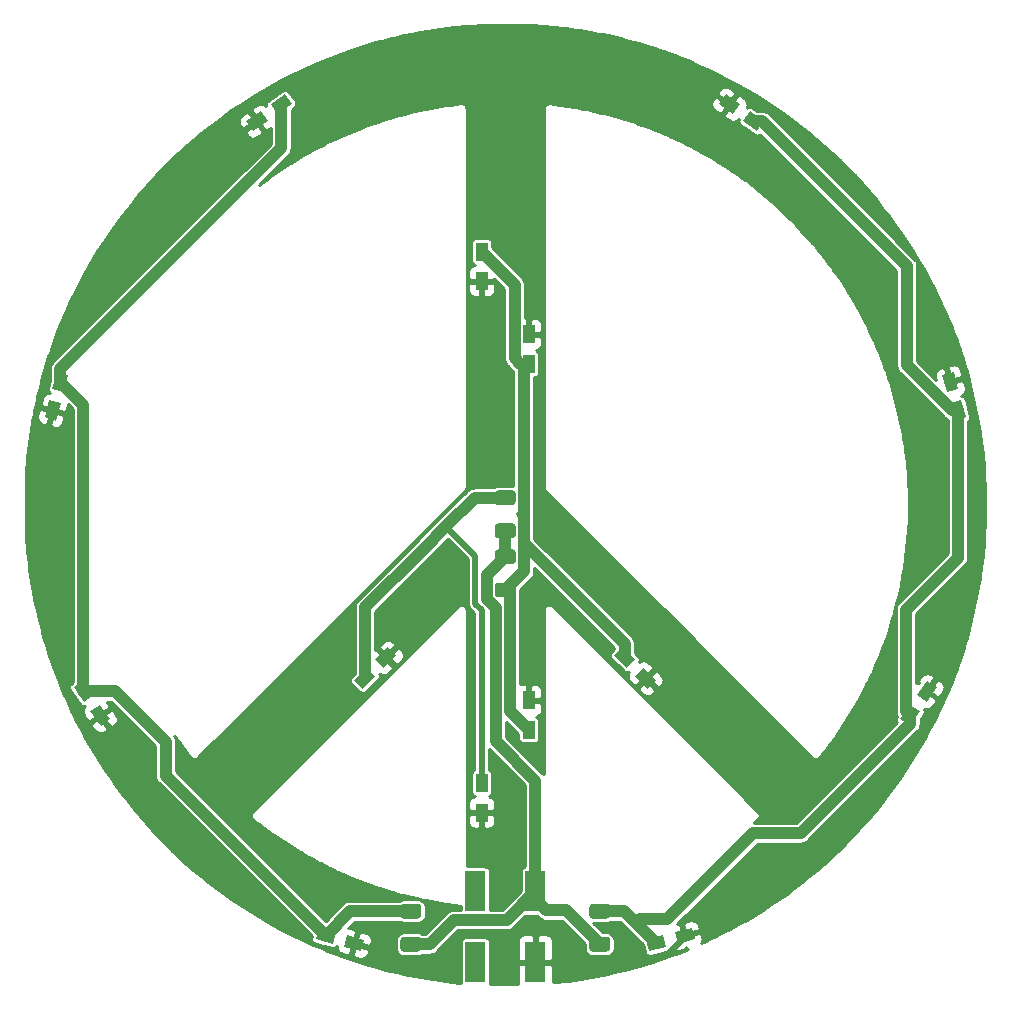
<source format=gbr>
%TF.GenerationSoftware,KiCad,Pcbnew,5.1.7-a382d34a8~88~ubuntu20.04.1*%
%TF.CreationDate,2020-12-12T17:02:25-08:00*%
%TF.ProjectId,peace-sign,70656163-652d-4736-9967-6e2e6b696361,rev?*%
%TF.SameCoordinates,Original*%
%TF.FileFunction,Copper,L2,Bot*%
%TF.FilePolarity,Positive*%
%FSLAX46Y46*%
G04 Gerber Fmt 4.6, Leading zero omitted, Abs format (unit mm)*
G04 Created by KiCad (PCBNEW 5.1.7-a382d34a8~88~ubuntu20.04.1) date 2020-12-12 17:02:25*
%MOMM*%
%LPD*%
G01*
G04 APERTURE LIST*
%TA.AperFunction,SMDPad,CuDef*%
%ADD10R,1.727200X3.454400*%
%TD*%
%TA.AperFunction,SMDPad,CuDef*%
%ADD11C,0.100000*%
%TD*%
%TA.AperFunction,SMDPad,CuDef*%
%ADD12R,1.000000X1.500000*%
%TD*%
%TA.AperFunction,Conductor*%
%ADD13C,0.500000*%
%TD*%
%TA.AperFunction,Conductor*%
%ADD14C,1.000000*%
%TD*%
%TA.AperFunction,Conductor*%
%ADD15C,0.254000*%
%TD*%
%TA.AperFunction,Conductor*%
%ADD16C,0.100000*%
%TD*%
G04 APERTURE END LIST*
D10*
%TO.P,X1,2*%
%TO.N,GND*%
X102540000Y-95917200D03*
%TO.P,X1,1*%
%TO.N,+3V3*%
X102540000Y-89922800D03*
%TO.P,X1,6*%
%TO.N,Net-(X1-Pad6)*%
X97460000Y-95917200D03*
%TO.P,X1,5*%
%TO.N,Net-(X1-Pad5)*%
X97460000Y-89922800D03*
%TD*%
%TO.P,R4,2*%
%TO.N,/ANODE4*%
%TA.AperFunction,SMDPad,CuDef*%
G36*
G01*
X100625000Y-57225000D02*
X99375000Y-57225000D01*
G75*
G02*
X99125000Y-56975000I0J250000D01*
G01*
X99125000Y-56225000D01*
G75*
G02*
X99375000Y-55975000I250000J0D01*
G01*
X100625000Y-55975000D01*
G75*
G02*
X100875000Y-56225000I0J-250000D01*
G01*
X100875000Y-56975000D01*
G75*
G02*
X100625000Y-57225000I-250000J0D01*
G01*
G37*
%TD.AperFunction*%
%TO.P,R4,1*%
%TO.N,+3V3*%
%TA.AperFunction,SMDPad,CuDef*%
G36*
G01*
X100625000Y-60025000D02*
X99375000Y-60025000D01*
G75*
G02*
X99125000Y-59775000I0J250000D01*
G01*
X99125000Y-59025000D01*
G75*
G02*
X99375000Y-58775000I250000J0D01*
G01*
X100625000Y-58775000D01*
G75*
G02*
X100875000Y-59025000I0J-250000D01*
G01*
X100875000Y-59775000D01*
G75*
G02*
X100625000Y-60025000I-250000J0D01*
G01*
G37*
%TD.AperFunction*%
%TD*%
%TO.P,R3,2*%
%TO.N,/ANODE2*%
%TA.AperFunction,SMDPad,CuDef*%
G36*
G01*
X92625000Y-92225000D02*
X91375000Y-92225000D01*
G75*
G02*
X91125000Y-91975000I0J250000D01*
G01*
X91125000Y-91225000D01*
G75*
G02*
X91375000Y-90975000I250000J0D01*
G01*
X92625000Y-90975000D01*
G75*
G02*
X92875000Y-91225000I0J-250000D01*
G01*
X92875000Y-91975000D01*
G75*
G02*
X92625000Y-92225000I-250000J0D01*
G01*
G37*
%TD.AperFunction*%
%TO.P,R3,1*%
%TO.N,+3V3*%
%TA.AperFunction,SMDPad,CuDef*%
G36*
G01*
X92625000Y-95025000D02*
X91375000Y-95025000D01*
G75*
G02*
X91125000Y-94775000I0J250000D01*
G01*
X91125000Y-94025000D01*
G75*
G02*
X91375000Y-93775000I250000J0D01*
G01*
X92625000Y-93775000D01*
G75*
G02*
X92875000Y-94025000I0J-250000D01*
G01*
X92875000Y-94775000D01*
G75*
G02*
X92625000Y-95025000I-250000J0D01*
G01*
G37*
%TD.AperFunction*%
%TD*%
%TO.P,R2,2*%
%TO.N,/ANODE1*%
%TA.AperFunction,SMDPad,CuDef*%
G36*
G01*
X108625000Y-92225000D02*
X107375000Y-92225000D01*
G75*
G02*
X107125000Y-91975000I0J250000D01*
G01*
X107125000Y-91225000D01*
G75*
G02*
X107375000Y-90975000I250000J0D01*
G01*
X108625000Y-90975000D01*
G75*
G02*
X108875000Y-91225000I0J-250000D01*
G01*
X108875000Y-91975000D01*
G75*
G02*
X108625000Y-92225000I-250000J0D01*
G01*
G37*
%TD.AperFunction*%
%TO.P,R2,1*%
%TO.N,+3V3*%
%TA.AperFunction,SMDPad,CuDef*%
G36*
G01*
X108625000Y-95025000D02*
X107375000Y-95025000D01*
G75*
G02*
X107125000Y-94775000I0J250000D01*
G01*
X107125000Y-94025000D01*
G75*
G02*
X107375000Y-93775000I250000J0D01*
G01*
X108625000Y-93775000D01*
G75*
G02*
X108875000Y-94025000I0J-250000D01*
G01*
X108875000Y-94775000D01*
G75*
G02*
X108625000Y-95025000I-250000J0D01*
G01*
G37*
%TD.AperFunction*%
%TD*%
%TO.P,R1,2*%
%TO.N,/ANODE3*%
%TA.AperFunction,SMDPad,CuDef*%
G36*
G01*
X99375000Y-63775000D02*
X100625000Y-63775000D01*
G75*
G02*
X100875000Y-64025000I0J-250000D01*
G01*
X100875000Y-64775000D01*
G75*
G02*
X100625000Y-65025000I-250000J0D01*
G01*
X99375000Y-65025000D01*
G75*
G02*
X99125000Y-64775000I0J250000D01*
G01*
X99125000Y-64025000D01*
G75*
G02*
X99375000Y-63775000I250000J0D01*
G01*
G37*
%TD.AperFunction*%
%TO.P,R1,1*%
%TO.N,+3V3*%
%TA.AperFunction,SMDPad,CuDef*%
G36*
G01*
X99375000Y-60975000D02*
X100625000Y-60975000D01*
G75*
G02*
X100875000Y-61225000I0J-250000D01*
G01*
X100875000Y-61975000D01*
G75*
G02*
X100625000Y-62225000I-250000J0D01*
G01*
X99375000Y-62225000D01*
G75*
G02*
X99125000Y-61975000I0J250000D01*
G01*
X99125000Y-61225000D01*
G75*
G02*
X99375000Y-60975000I250000J0D01*
G01*
G37*
%TD.AperFunction*%
%TD*%
%TA.AperFunction,SMDPad,CuDef*%
D11*
%TO.P,D1,2*%
%TO.N,/ANODE3*%
G36*
X110292894Y-71000000D02*
G01*
X109232234Y-69939340D01*
X109939340Y-69232234D01*
X111000000Y-70292894D01*
X110292894Y-71000000D01*
G37*
%TD.AperFunction*%
%TA.AperFunction,SMDPad,CuDef*%
%TO.P,D1,1*%
%TO.N,GND*%
G36*
X112060660Y-72767766D02*
G01*
X111000000Y-71707106D01*
X111707106Y-71000000D01*
X112767766Y-72060660D01*
X112060660Y-72767766D01*
G37*
%TD.AperFunction*%
%TD*%
%TA.AperFunction,SMDPad,CuDef*%
%TO.P,D13,2*%
%TO.N,/ANODE4*%
G36*
X89000000Y-71707106D02*
G01*
X87939340Y-72767766D01*
X87232234Y-72060660D01*
X88292894Y-71000000D01*
X89000000Y-71707106D01*
G37*
%TD.AperFunction*%
%TA.AperFunction,SMDPad,CuDef*%
%TO.P,D13,1*%
%TO.N,GND*%
G36*
X90767766Y-69939340D02*
G01*
X89707106Y-71000000D01*
X89000000Y-70292894D01*
X90060660Y-69232234D01*
X90767766Y-69939340D01*
G37*
%TD.AperFunction*%
%TD*%
%TA.AperFunction,SMDPad,CuDef*%
%TO.P,D12,2*%
%TO.N,/ANODE2*%
G36*
X80122788Y-23303635D02*
G01*
X81351516Y-22443271D01*
X81925092Y-23262423D01*
X80696364Y-24122787D01*
X80122788Y-23303635D01*
G37*
%TD.AperFunction*%
%TA.AperFunction,SMDPad,CuDef*%
%TO.P,D12,1*%
%TO.N,GND*%
G36*
X78074908Y-24737577D02*
G01*
X79303636Y-23877213D01*
X79877212Y-24696365D01*
X78648484Y-25556729D01*
X78074908Y-24737577D01*
G37*
%TD.AperFunction*%
%TD*%
%TA.AperFunction,SMDPad,CuDef*%
%TO.P,D11,2*%
%TO.N,/ANODE2*%
G36*
X61646447Y-47387628D02*
G01*
X62034675Y-45938739D01*
X63000601Y-46197558D01*
X62612373Y-47646447D01*
X61646447Y-47387628D01*
G37*
%TD.AperFunction*%
%TA.AperFunction,SMDPad,CuDef*%
%TO.P,D11,1*%
%TO.N,GND*%
G36*
X60999399Y-49802442D02*
G01*
X61387627Y-48353553D01*
X62353553Y-48612372D01*
X61965325Y-50061261D01*
X60999399Y-49802442D01*
G37*
%TD.AperFunction*%
%TD*%
%TA.AperFunction,SMDPad,CuDef*%
%TO.P,D10,2*%
%TO.N,/ANODE2*%
G36*
X64303635Y-73877212D02*
G01*
X63443271Y-72648484D01*
X64262423Y-72074908D01*
X65122787Y-73303636D01*
X64303635Y-73877212D01*
G37*
%TD.AperFunction*%
%TA.AperFunction,SMDPad,CuDef*%
%TO.P,D10,1*%
%TO.N,GND*%
G36*
X65737577Y-75925092D02*
G01*
X64877213Y-74696364D01*
X65696365Y-74122788D01*
X66556729Y-75351516D01*
X65737577Y-75925092D01*
G37*
%TD.AperFunction*%
%TD*%
%TA.AperFunction,SMDPad,CuDef*%
%TO.P,D9,2*%
%TO.N,/ANODE2*%
G36*
X85387628Y-94353553D02*
G01*
X83938739Y-93965325D01*
X84197558Y-92999399D01*
X85646447Y-93387627D01*
X85387628Y-94353553D01*
G37*
%TD.AperFunction*%
%TA.AperFunction,SMDPad,CuDef*%
%TO.P,D9,1*%
%TO.N,GND*%
G36*
X87802442Y-95000601D02*
G01*
X86353553Y-94612373D01*
X86612372Y-93646447D01*
X88061261Y-94034675D01*
X87802442Y-95000601D01*
G37*
%TD.AperFunction*%
%TD*%
%TA.AperFunction,SMDPad,CuDef*%
%TO.P,D8,2*%
%TO.N,/ANODE1*%
G36*
X113646447Y-94612373D02*
G01*
X112197558Y-95000601D01*
X111938739Y-94034675D01*
X113387628Y-93646447D01*
X113646447Y-94612373D01*
G37*
%TD.AperFunction*%
%TA.AperFunction,SMDPad,CuDef*%
%TO.P,D8,1*%
%TO.N,GND*%
G36*
X116061261Y-93965325D02*
G01*
X114612372Y-94353553D01*
X114353553Y-93387627D01*
X115802442Y-92999399D01*
X116061261Y-93965325D01*
G37*
%TD.AperFunction*%
%TD*%
%TA.AperFunction,SMDPad,CuDef*%
%TO.P,D7,2*%
%TO.N,/ANODE1*%
G36*
X135122787Y-74696364D02*
G01*
X134262423Y-75925092D01*
X133443271Y-75351516D01*
X134303635Y-74122788D01*
X135122787Y-74696364D01*
G37*
%TD.AperFunction*%
%TA.AperFunction,SMDPad,CuDef*%
%TO.P,D7,1*%
%TO.N,GND*%
G36*
X136556729Y-72648484D02*
G01*
X135696365Y-73877212D01*
X134877213Y-73303636D01*
X135737577Y-72074908D01*
X136556729Y-72648484D01*
G37*
%TD.AperFunction*%
%TD*%
%TA.AperFunction,SMDPad,CuDef*%
%TO.P,D6,2*%
%TO.N,/ANODE1*%
G36*
X138612373Y-48353553D02*
G01*
X139000601Y-49802442D01*
X138034675Y-50061261D01*
X137646447Y-48612372D01*
X138612373Y-48353553D01*
G37*
%TD.AperFunction*%
%TA.AperFunction,SMDPad,CuDef*%
%TO.P,D6,1*%
%TO.N,GND*%
G36*
X137965325Y-45938739D02*
G01*
X138353553Y-47387628D01*
X137387627Y-47646447D01*
X136999399Y-46197558D01*
X137965325Y-45938739D01*
G37*
%TD.AperFunction*%
%TD*%
%TA.AperFunction,SMDPad,CuDef*%
%TO.P,D5,2*%
%TO.N,/ANODE1*%
G36*
X120696364Y-23877213D02*
G01*
X121925092Y-24737577D01*
X121351516Y-25556729D01*
X120122788Y-24696365D01*
X120696364Y-23877213D01*
G37*
%TD.AperFunction*%
%TA.AperFunction,SMDPad,CuDef*%
%TO.P,D5,1*%
%TO.N,GND*%
G36*
X118648484Y-22443271D02*
G01*
X119877212Y-23303635D01*
X119303636Y-24122787D01*
X118074908Y-23262423D01*
X118648484Y-22443271D01*
G37*
%TD.AperFunction*%
%TD*%
D12*
%TO.P,D4,2*%
%TO.N,/ANODE3*%
X102000000Y-76250000D03*
%TO.P,D4,1*%
%TO.N,GND*%
X102000000Y-73750000D03*
%TD*%
%TO.P,D3,2*%
%TO.N,/ANODE3*%
X98000000Y-35750000D03*
%TO.P,D3,1*%
%TO.N,GND*%
X98000000Y-38250000D03*
%TD*%
%TO.P,D2,2*%
%TO.N,/ANODE3*%
X102000000Y-45250000D03*
%TO.P,D2,1*%
%TO.N,GND*%
X102000000Y-42750000D03*
%TD*%
%TO.P,D14,2*%
%TO.N,/ANODE4*%
X98000000Y-80750000D03*
%TO.P,D14,1*%
%TO.N,GND*%
X98000000Y-83250000D03*
%TD*%
D13*
%TO.N,GND*%
X115207407Y-93676476D02*
X115207407Y-93792593D01*
X113125323Y-95597799D02*
X111402201Y-95597799D01*
X113550663Y-95449337D02*
X113125323Y-95597799D01*
X115207407Y-93792593D02*
X113550663Y-95449337D01*
D14*
%TO.N,+3V3*%
X100000000Y-59400000D02*
X100000000Y-61600000D01*
X98424990Y-63175010D02*
X98424990Y-65168511D01*
X100000000Y-61600000D02*
X98424990Y-63175010D01*
X98424990Y-65168511D02*
X99200011Y-65943531D01*
X99200011Y-65943531D02*
X99200011Y-77200011D01*
X102540000Y-80540000D02*
X102540000Y-89922800D01*
X99200011Y-77200011D02*
X102540000Y-80540000D01*
X102540000Y-90620674D02*
X102540000Y-89922800D01*
X103444215Y-91524889D02*
X102540000Y-90620674D01*
X105124889Y-91524889D02*
X108000000Y-94400000D01*
X103444215Y-91524889D02*
X105124889Y-91524889D01*
X102540000Y-89922800D02*
X100112799Y-92350001D01*
X92000000Y-94400000D02*
X93600000Y-94400000D01*
X95649999Y-92350001D02*
X100112799Y-92350001D01*
X93600000Y-94400000D02*
X95649999Y-92350001D01*
%TO.N,/ANODE3*%
X101575010Y-45674990D02*
X102000000Y-45250000D01*
X100000000Y-64400000D02*
X101575010Y-62824990D01*
X102000000Y-45250000D02*
X101250000Y-45250000D01*
X100799999Y-44799999D02*
X100799999Y-38549999D01*
X100799999Y-38549999D02*
X98000000Y-35750000D01*
X101250000Y-45250000D02*
X100799999Y-44799999D01*
X100400022Y-64800022D02*
X100400022Y-74650022D01*
X100000000Y-64400000D02*
X100400022Y-64800022D01*
X100400022Y-74650022D02*
X102000000Y-76250000D01*
D13*
X101150020Y-58000000D02*
X101575010Y-58424990D01*
D14*
X101575010Y-58424990D02*
X101575010Y-45674990D01*
X110116117Y-68966097D02*
X101575010Y-60424990D01*
X110116117Y-70116117D02*
X110116117Y-68966097D01*
X101575010Y-60424990D02*
X101575010Y-58424990D01*
X101575010Y-62824990D02*
X101575010Y-60424990D01*
%TO.N,/ANODE1*%
X111069069Y-92600000D02*
X112792593Y-94323524D01*
X134259089Y-75000000D02*
X134283029Y-75023940D01*
X133924022Y-74664933D02*
X133924022Y-66075978D01*
X134283029Y-75023940D02*
X133924022Y-74664933D01*
X138323524Y-61676476D02*
X138323524Y-49207407D01*
X133924022Y-66075978D02*
X138323524Y-61676476D01*
X121716971Y-24716971D02*
X121023940Y-24716971D01*
X134000000Y-37000000D02*
X121716971Y-24716971D01*
X134000000Y-45401521D02*
X134000000Y-37000000D01*
X137805886Y-49207407D02*
X134000000Y-45401521D01*
X138323524Y-49207407D02*
X137805886Y-49207407D01*
X110069069Y-91600000D02*
X111069069Y-92600000D01*
X108000000Y-91600000D02*
X110069069Y-91600000D01*
X134283029Y-75716971D02*
X134283029Y-75023940D01*
X125000000Y-85000000D02*
X134283029Y-75716971D01*
X121000000Y-85000000D02*
X125000000Y-85000000D01*
X111369680Y-92299389D02*
X113700611Y-92299389D01*
X113700611Y-92299389D02*
X121000000Y-85000000D01*
X111069069Y-92600000D02*
X111369680Y-92299389D01*
%TO.N,/ANODE2*%
X71240012Y-80123895D02*
X71240012Y-77240012D01*
X84792593Y-93676476D02*
X71240012Y-80123895D01*
X66976060Y-72976060D02*
X64283029Y-72976060D01*
X71240012Y-77240012D02*
X66976060Y-72976060D01*
X64283029Y-48752098D02*
X62323524Y-46792593D01*
X64283029Y-72976060D02*
X64283029Y-48752098D01*
X62323524Y-46792593D02*
X62323524Y-45676476D01*
X81023940Y-26976060D02*
X81023940Y-23283029D01*
X62323524Y-45676476D02*
X81023940Y-26976060D01*
X86869069Y-91600000D02*
X92000000Y-91600000D01*
X84792593Y-93676476D02*
X86869069Y-91600000D01*
%TO.N,/ANODE4*%
X100000000Y-56600000D02*
X97400000Y-56600000D01*
X88116117Y-65883883D02*
X88116117Y-71883883D01*
X93000000Y-61000000D02*
X88116117Y-65883883D01*
D13*
X95000000Y-59050042D02*
X95000000Y-59000000D01*
X97474979Y-61525021D02*
X95000000Y-59050042D01*
X98000000Y-66087038D02*
X97474979Y-65562017D01*
X98000000Y-80750000D02*
X98000000Y-66087038D01*
X97474979Y-65562017D02*
X97474979Y-61525021D01*
D14*
X95000000Y-59000000D02*
X93000000Y-61000000D01*
X97400000Y-56600000D02*
X95000000Y-59000000D01*
%TD*%
D15*
%TO.N,GND*%
X100349138Y-16571383D02*
X100617004Y-16572311D01*
X100882433Y-16574163D01*
X101143404Y-16576936D01*
X101399072Y-16580636D01*
X101648700Y-16585270D01*
X101890771Y-16590834D01*
X102124461Y-16597334D01*
X102348662Y-16604769D01*
X102562482Y-16613145D01*
X102764353Y-16622439D01*
X102953519Y-16632657D01*
X103128567Y-16643766D01*
X103288171Y-16655726D01*
X103432212Y-16668580D01*
X103863800Y-16712337D01*
X104290324Y-16758738D01*
X104711221Y-16807761D01*
X105126422Y-16859427D01*
X105536633Y-16913855D01*
X105941763Y-16971059D01*
X106342220Y-17031119D01*
X106738265Y-17094099D01*
X107130085Y-17160045D01*
X107518086Y-17229045D01*
X107902307Y-17301119D01*
X108283193Y-17376363D01*
X108661051Y-17454849D01*
X109036048Y-17536619D01*
X109408541Y-17621758D01*
X109778643Y-17710293D01*
X110146707Y-17802309D01*
X110513044Y-17897881D01*
X110877887Y-17997066D01*
X111241577Y-18099951D01*
X111604297Y-18206577D01*
X111966192Y-18316974D01*
X112327850Y-18431306D01*
X112689325Y-18549576D01*
X113050924Y-18671862D01*
X113412766Y-18798182D01*
X113775473Y-18928728D01*
X114139011Y-19063461D01*
X114503671Y-19202458D01*
X114869873Y-19345846D01*
X115237778Y-19493654D01*
X115606275Y-19645383D01*
X116442718Y-20004963D01*
X117268104Y-20381903D01*
X118083688Y-20776621D01*
X118889086Y-21188818D01*
X119684186Y-21618331D01*
X120468556Y-22064827D01*
X121242045Y-22528125D01*
X122004421Y-23008004D01*
X122755353Y-23504181D01*
X123494584Y-24016414D01*
X124221932Y-24544517D01*
X124937096Y-25088221D01*
X125639811Y-25647280D01*
X126329863Y-26221493D01*
X127006934Y-26810569D01*
X127670768Y-27414267D01*
X128321158Y-28032393D01*
X128957840Y-28664703D01*
X129580532Y-29310935D01*
X130189021Y-29970896D01*
X130782962Y-30644250D01*
X131362185Y-31330851D01*
X131926408Y-32030437D01*
X132475360Y-32742748D01*
X133008807Y-33467571D01*
X133526452Y-34204616D01*
X134028094Y-34953719D01*
X134513455Y-35714612D01*
X134982258Y-36487021D01*
X135434286Y-37270774D01*
X135869245Y-38065562D01*
X136287564Y-38872467D01*
X136469764Y-39237965D01*
X136648318Y-39604619D01*
X136822556Y-39971113D01*
X136992577Y-40337678D01*
X137158400Y-40704383D01*
X137320040Y-41071286D01*
X137477522Y-41438468D01*
X137630918Y-41806116D01*
X137780243Y-42174289D01*
X137925514Y-42543046D01*
X138066780Y-42912526D01*
X138204024Y-43282693D01*
X138337384Y-43653940D01*
X138466764Y-44026002D01*
X138592312Y-44399309D01*
X138713973Y-44773714D01*
X138831808Y-45149394D01*
X138945903Y-45526628D01*
X139056175Y-45905137D01*
X139162749Y-46285337D01*
X139265622Y-46667211D01*
X139364843Y-47050927D01*
X139460391Y-47436386D01*
X139552378Y-47824008D01*
X139640727Y-48213447D01*
X139725583Y-48605310D01*
X139806902Y-48999349D01*
X139884718Y-49395681D01*
X139959082Y-49794523D01*
X140030040Y-50196059D01*
X140097573Y-50600114D01*
X140161841Y-51007604D01*
X140195493Y-51228960D01*
X140227505Y-51442842D01*
X140257714Y-51648501D01*
X140286304Y-51847524D01*
X140313163Y-52039443D01*
X140338504Y-52226089D01*
X140362224Y-52407022D01*
X140384481Y-52583683D01*
X140405254Y-52756200D01*
X140424630Y-52925535D01*
X140442671Y-53092455D01*
X140459369Y-53257101D01*
X140474840Y-53420794D01*
X140489090Y-53583739D01*
X140502179Y-53746748D01*
X140514169Y-53910682D01*
X140525099Y-54076124D01*
X140534998Y-54243483D01*
X140543928Y-54413718D01*
X140551945Y-54587787D01*
X140559056Y-54765514D01*
X140565331Y-54948265D01*
X140570810Y-55136621D01*
X140575523Y-55330812D01*
X140579527Y-55532098D01*
X140582851Y-55740369D01*
X140585550Y-55957240D01*
X140587658Y-56182444D01*
X140589218Y-56416680D01*
X140590281Y-56661349D01*
X140590886Y-56916600D01*
X140591079Y-57182546D01*
X140591079Y-57182547D01*
X140590887Y-57448820D01*
X140590281Y-57704366D01*
X140589218Y-57949035D01*
X140587658Y-58183270D01*
X140585550Y-58408474D01*
X140582851Y-58625346D01*
X140579529Y-58833506D01*
X140575523Y-59034902D01*
X140570810Y-59229093D01*
X140565331Y-59417449D01*
X140559056Y-59600199D01*
X140551945Y-59777926D01*
X140543928Y-59951995D01*
X140535003Y-60122137D01*
X140525099Y-60289589D01*
X140514169Y-60455031D01*
X140502179Y-60618965D01*
X140489090Y-60781974D01*
X140474840Y-60944918D01*
X140459369Y-61108611D01*
X140442671Y-61273257D01*
X140424634Y-61440143D01*
X140405252Y-61609531D01*
X140384481Y-61782030D01*
X140362244Y-61958539D01*
X140338504Y-62139624D01*
X140313190Y-62326065D01*
X140286315Y-62518112D01*
X140257708Y-62717256D01*
X140227497Y-62922925D01*
X140195493Y-63136754D01*
X140161863Y-63357964D01*
X140097575Y-63765587D01*
X140030054Y-64169587D01*
X139959129Y-64570967D01*
X139884795Y-64969674D01*
X139806999Y-65365953D01*
X139725705Y-65759908D01*
X139640912Y-66151514D01*
X139552551Y-66541049D01*
X139460605Y-66928535D01*
X139365103Y-67313841D01*
X139265911Y-67697478D01*
X139163081Y-68079229D01*
X139056574Y-68459218D01*
X138946286Y-68837812D01*
X138832257Y-69214861D01*
X138714425Y-69590556D01*
X138592800Y-69964880D01*
X138467287Y-70338119D01*
X138337896Y-70710246D01*
X138204614Y-71081313D01*
X138067337Y-71451612D01*
X137926089Y-71821091D01*
X137780806Y-72189935D01*
X137631524Y-72558062D01*
X137478101Y-72925846D01*
X137320608Y-73293132D01*
X137158897Y-73660288D01*
X136993080Y-74027083D01*
X136823031Y-74393825D01*
X136648697Y-74760649D01*
X136470100Y-75127538D01*
X136287737Y-75493526D01*
X135914691Y-76215395D01*
X135527992Y-76927960D01*
X135127330Y-77632002D01*
X134712844Y-78327424D01*
X134284780Y-79013940D01*
X133843317Y-79691384D01*
X133388636Y-80359580D01*
X132920942Y-81018317D01*
X132440411Y-81667422D01*
X131947317Y-82306598D01*
X131441735Y-82935803D01*
X130923978Y-83554693D01*
X130394140Y-84163196D01*
X129852457Y-84761067D01*
X129299143Y-85348089D01*
X128734378Y-85924085D01*
X128158384Y-86488830D01*
X127571309Y-87042178D01*
X126973385Y-87583898D01*
X126364804Y-88113798D01*
X125745745Y-88631699D01*
X125116426Y-89137385D01*
X124477037Y-89630668D01*
X123827705Y-90111401D01*
X123168791Y-90579270D01*
X122500308Y-91034212D01*
X121822537Y-91475967D01*
X121135746Y-91904300D01*
X120439986Y-92319105D01*
X119735535Y-92720136D01*
X119022594Y-93107197D01*
X118300408Y-93480588D01*
X117871972Y-93693826D01*
X117443115Y-93901616D01*
X117014866Y-94103410D01*
X116611041Y-94288277D01*
X116613847Y-94284361D01*
X116665470Y-94170426D01*
X116693875Y-94048610D01*
X116697967Y-93923593D01*
X116677591Y-93800179D01*
X116619172Y-93594025D01*
X116424744Y-93481772D01*
X115362950Y-93766279D01*
X115368126Y-93785597D01*
X115122780Y-93851338D01*
X115117604Y-93832019D01*
X115098286Y-93837195D01*
X115032545Y-93591849D01*
X115051864Y-93586673D01*
X114832062Y-92766361D01*
X114718197Y-92700621D01*
X115077407Y-92700621D01*
X115297210Y-93520933D01*
X116359004Y-93236427D01*
X116471257Y-93041998D01*
X116418772Y-92834254D01*
X116374712Y-92717186D01*
X116308659Y-92610965D01*
X116223151Y-92519671D01*
X116121478Y-92446812D01*
X116007544Y-92395190D01*
X115885727Y-92366785D01*
X115760710Y-92362693D01*
X115637297Y-92383069D01*
X115189661Y-92506193D01*
X115077407Y-92700621D01*
X114718197Y-92700621D01*
X114637634Y-92654108D01*
X114575641Y-92670280D01*
X121364922Y-85881000D01*
X124956730Y-85881000D01*
X125000000Y-85885262D01*
X125043270Y-85881000D01*
X125043273Y-85881000D01*
X125172706Y-85868252D01*
X125338775Y-85817875D01*
X125491825Y-85736068D01*
X125625975Y-85625975D01*
X125653566Y-85592355D01*
X134875396Y-76370527D01*
X134909004Y-76342946D01*
X134936586Y-76309337D01*
X134936589Y-76309334D01*
X135019097Y-76208796D01*
X135100904Y-76055746D01*
X135109379Y-76027808D01*
X135151281Y-75889677D01*
X135164029Y-75760244D01*
X135164029Y-75760241D01*
X135168291Y-75716971D01*
X135164029Y-75673701D01*
X135164029Y-75304932D01*
X135436394Y-74915954D01*
X135473208Y-74850553D01*
X135496555Y-74779226D01*
X135505539Y-74704716D01*
X135499814Y-74629884D01*
X135479600Y-74557607D01*
X135445673Y-74490662D01*
X135409297Y-74444311D01*
X135439383Y-74461247D01*
X135558261Y-74500160D01*
X135682446Y-74515132D01*
X135807165Y-74505590D01*
X135927626Y-74471900D01*
X136039201Y-74415357D01*
X136137600Y-74338133D01*
X136219043Y-74243195D01*
X136482809Y-73861142D01*
X136443824Y-73640046D01*
X135748159Y-73152937D01*
X135736688Y-73169320D01*
X135528622Y-73023631D01*
X135540094Y-73007248D01*
X135523711Y-72995777D01*
X135559354Y-72944872D01*
X135893848Y-72944872D01*
X136589512Y-73431982D01*
X136810608Y-73392997D01*
X137079407Y-73014467D01*
X137140764Y-72905466D01*
X137179677Y-72786588D01*
X137194649Y-72662403D01*
X137185108Y-72537684D01*
X137151417Y-72417223D01*
X137094874Y-72305648D01*
X137017650Y-72207249D01*
X136922712Y-72125806D01*
X136745447Y-72005434D01*
X136524351Y-72044419D01*
X135893848Y-72944872D01*
X135559354Y-72944872D01*
X135669400Y-72787711D01*
X135685783Y-72799183D01*
X136316287Y-71898731D01*
X136277302Y-71677635D01*
X136103560Y-71552230D01*
X135994559Y-71490873D01*
X135875681Y-71451960D01*
X135751496Y-71436988D01*
X135626777Y-71446530D01*
X135506316Y-71480220D01*
X135394741Y-71536763D01*
X135296342Y-71613987D01*
X135214899Y-71708925D01*
X134951133Y-72090978D01*
X134990117Y-72312071D01*
X134860079Y-72221017D01*
X134805022Y-72299646D01*
X134805022Y-66440899D01*
X138915886Y-62330036D01*
X138949499Y-62302451D01*
X139008018Y-62231145D01*
X139059592Y-62168302D01*
X139107041Y-62079531D01*
X139141399Y-62015251D01*
X139191776Y-61849182D01*
X139204524Y-61719749D01*
X139204524Y-61719747D01*
X139208786Y-61676477D01*
X139204524Y-61633207D01*
X139204524Y-50124291D01*
X139233661Y-50106172D01*
X139288438Y-50054868D01*
X139332153Y-49993864D01*
X139363127Y-49925503D01*
X139380169Y-49852413D01*
X139382624Y-49777403D01*
X139370399Y-49703355D01*
X139192091Y-49037899D01*
X139191776Y-49034701D01*
X139187132Y-49019391D01*
X138982171Y-48254466D01*
X138955734Y-48184226D01*
X138916103Y-48120493D01*
X138864799Y-48065716D01*
X138803795Y-48022001D01*
X138735434Y-47991027D01*
X138662344Y-47973985D01*
X138603458Y-47972058D01*
X138635766Y-47959898D01*
X138741987Y-47893845D01*
X138833281Y-47808337D01*
X138906140Y-47706664D01*
X138957762Y-47592730D01*
X138986167Y-47470913D01*
X138990259Y-47345896D01*
X138969883Y-47222483D01*
X138846759Y-46774847D01*
X138652331Y-46662593D01*
X137832019Y-46882396D01*
X137837195Y-46901714D01*
X137591849Y-46967455D01*
X137586673Y-46948136D01*
X137567355Y-46953312D01*
X137501614Y-46707966D01*
X137520933Y-46702790D01*
X137236427Y-45640996D01*
X137122562Y-45575256D01*
X137481772Y-45575256D01*
X137766279Y-46637050D01*
X138586591Y-46417248D01*
X138698844Y-46222820D01*
X138581655Y-45773594D01*
X138537594Y-45656527D01*
X138471541Y-45550305D01*
X138386034Y-45459011D01*
X138284361Y-45386153D01*
X138170426Y-45334530D01*
X138048610Y-45306125D01*
X137923593Y-45302033D01*
X137800179Y-45322409D01*
X137594025Y-45380828D01*
X137481772Y-45575256D01*
X137122562Y-45575256D01*
X137041998Y-45528743D01*
X136834254Y-45581228D01*
X136717186Y-45625288D01*
X136610965Y-45691341D01*
X136519671Y-45776849D01*
X136446812Y-45878522D01*
X136395190Y-45992456D01*
X136366785Y-46114273D01*
X136362693Y-46239290D01*
X136383069Y-46362703D01*
X136449833Y-46605432D01*
X134881000Y-45036600D01*
X134881000Y-37043269D01*
X134885262Y-36999999D01*
X134880503Y-36951685D01*
X134868252Y-36827294D01*
X134817875Y-36661225D01*
X134760746Y-36554345D01*
X134736068Y-36508174D01*
X134680137Y-36440022D01*
X134625975Y-36374025D01*
X134592361Y-36346439D01*
X122370537Y-24124616D01*
X122342946Y-24090996D01*
X122208796Y-23980903D01*
X122055746Y-23899096D01*
X121889677Y-23848719D01*
X121760244Y-23835971D01*
X121760241Y-23835971D01*
X121716971Y-23831709D01*
X121673701Y-23835971D01*
X121304932Y-23835971D01*
X120915954Y-23563606D01*
X120850553Y-23526792D01*
X120779226Y-23503445D01*
X120704716Y-23494461D01*
X120629884Y-23500186D01*
X120557607Y-23520400D01*
X120490662Y-23554327D01*
X120444311Y-23590703D01*
X120461247Y-23560617D01*
X120500160Y-23441739D01*
X120515132Y-23317554D01*
X120505590Y-23192835D01*
X120471900Y-23072374D01*
X120415357Y-22960799D01*
X120338133Y-22862400D01*
X120243195Y-22780957D01*
X119861142Y-22517191D01*
X119640046Y-22556176D01*
X119152937Y-23251841D01*
X119169320Y-23263312D01*
X119023631Y-23471378D01*
X119007248Y-23459906D01*
X118520138Y-24155570D01*
X118559123Y-24376666D01*
X118937653Y-24645465D01*
X119046654Y-24706822D01*
X119165532Y-24745735D01*
X119289717Y-24760707D01*
X119414436Y-24751166D01*
X119534897Y-24717475D01*
X119646472Y-24660932D01*
X119744871Y-24583708D01*
X119767350Y-24557505D01*
X119749020Y-24613503D01*
X119740036Y-24688013D01*
X119745761Y-24762845D01*
X119765975Y-24835122D01*
X119799902Y-24902067D01*
X119846236Y-24961106D01*
X119903198Y-25009972D01*
X120509744Y-25434680D01*
X120532115Y-25453039D01*
X120548379Y-25461732D01*
X121131926Y-25870336D01*
X121197327Y-25907150D01*
X121268654Y-25930497D01*
X121343164Y-25939481D01*
X121417996Y-25933756D01*
X121490273Y-25913542D01*
X121557218Y-25879615D01*
X121600066Y-25845987D01*
X133119001Y-37364923D01*
X133119000Y-45358251D01*
X133114738Y-45401521D01*
X133119000Y-45444791D01*
X133119000Y-45444793D01*
X133131748Y-45574226D01*
X133170757Y-45702819D01*
X133182125Y-45740295D01*
X133263932Y-45893346D01*
X133296150Y-45932604D01*
X133374025Y-46027496D01*
X133407645Y-46055087D01*
X137152325Y-49799768D01*
X137179911Y-49833382D01*
X137240699Y-49883269D01*
X137314060Y-49943475D01*
X137442525Y-50012141D01*
X137442524Y-61311554D01*
X133331662Y-65422417D01*
X133298048Y-65450003D01*
X133256107Y-65501109D01*
X133187954Y-65584153D01*
X133106147Y-65737204D01*
X133073221Y-65845747D01*
X133055771Y-65903272D01*
X133054687Y-65914277D01*
X133038760Y-66075978D01*
X133043023Y-66119258D01*
X133043022Y-74621663D01*
X133038760Y-74664933D01*
X133043022Y-74708203D01*
X133043022Y-74708205D01*
X133055770Y-74837638D01*
X133105144Y-75000399D01*
X133106147Y-75003707D01*
X133155193Y-75095467D01*
X133129664Y-75131926D01*
X133092850Y-75197327D01*
X133069503Y-75268654D01*
X133060519Y-75343164D01*
X133066244Y-75417996D01*
X133086458Y-75490273D01*
X133120385Y-75557218D01*
X133154012Y-75600065D01*
X124635079Y-84119000D01*
X121043270Y-84119000D01*
X121028002Y-84117496D01*
X121081641Y-84075040D01*
X121082483Y-84074228D01*
X121083461Y-84073591D01*
X121088134Y-84069798D01*
X121132260Y-84033460D01*
X121133735Y-84032453D01*
X121385287Y-83821768D01*
X121416419Y-83796216D01*
X121431277Y-83778109D01*
X121447668Y-83761387D01*
X121458136Y-83745377D01*
X121470274Y-83730584D01*
X121481316Y-83709922D01*
X121494127Y-83690328D01*
X121501269Y-83672586D01*
X121510290Y-83655707D01*
X121517087Y-83633294D01*
X121525832Y-83611572D01*
X121529376Y-83592773D01*
X121534930Y-83574461D01*
X121537224Y-83551149D01*
X121541562Y-83528142D01*
X121541371Y-83509013D01*
X121543245Y-83489970D01*
X121540948Y-83466662D01*
X121540714Y-83443247D01*
X121536795Y-83424525D01*
X121534918Y-83405480D01*
X121528115Y-83383060D01*
X121523319Y-83360148D01*
X121515824Y-83342553D01*
X121510267Y-83324238D01*
X121499223Y-83303578D01*
X121490048Y-83282040D01*
X121479264Y-83266244D01*
X121470241Y-83249366D01*
X121455379Y-83231260D01*
X121442178Y-83211923D01*
X121413491Y-83183804D01*
X112720225Y-74491729D01*
X112720221Y-74491724D01*
X110892245Y-72663999D01*
X111283373Y-72663999D01*
X111283373Y-72888505D01*
X111609475Y-73218952D01*
X111706166Y-73298304D01*
X111816480Y-73357269D01*
X111936178Y-73393578D01*
X112060660Y-73405838D01*
X112185141Y-73393578D01*
X112304839Y-73357269D01*
X112415154Y-73298304D01*
X112511845Y-73218952D01*
X112661170Y-73065282D01*
X112661170Y-72840775D01*
X111883883Y-72063488D01*
X111283373Y-72663999D01*
X110892245Y-72663999D01*
X104010582Y-65783281D01*
X103997095Y-65766847D01*
X103980639Y-65753342D01*
X103980631Y-65753334D01*
X103968823Y-65743645D01*
X103931466Y-65712987D01*
X103931450Y-65712979D01*
X103931441Y-65712971D01*
X103892091Y-65691941D01*
X103856591Y-65672966D01*
X103856578Y-65672962D01*
X103856565Y-65672955D01*
X103813771Y-65659977D01*
X103775348Y-65648321D01*
X103775334Y-65648320D01*
X103775319Y-65648315D01*
X103737376Y-65644581D01*
X103690858Y-65639999D01*
X103690838Y-65640001D01*
X103690829Y-65640000D01*
X103660066Y-65643032D01*
X103606367Y-65648321D01*
X103606351Y-65648326D01*
X103606339Y-65648327D01*
X103574197Y-65658080D01*
X103525124Y-65672966D01*
X103525108Y-65672975D01*
X103525097Y-65672978D01*
X103497527Y-65687717D01*
X103450249Y-65712987D01*
X103450234Y-65712999D01*
X103450225Y-65713004D01*
X103425125Y-65733606D01*
X103384621Y-65766847D01*
X103384612Y-65766859D01*
X103384600Y-65766868D01*
X103364556Y-65791296D01*
X103330761Y-65832476D01*
X103330753Y-65832492D01*
X103330745Y-65832501D01*
X103312825Y-65866032D01*
X103290740Y-65907351D01*
X103290736Y-65907364D01*
X103290729Y-65907377D01*
X103277891Y-65949709D01*
X103266095Y-65988594D01*
X103266094Y-65988608D01*
X103266089Y-65988623D01*
X103262385Y-66026257D01*
X103259858Y-66051917D01*
X103259858Y-66051937D01*
X103257774Y-66073113D01*
X103259858Y-66094258D01*
X103259859Y-78370794D01*
X103259858Y-78370804D01*
X103259858Y-80028422D01*
X103193559Y-79947637D01*
X103165975Y-79914025D01*
X103132362Y-79886440D01*
X100081011Y-76835090D01*
X100081011Y-75576932D01*
X101117157Y-76613079D01*
X101117157Y-77000000D01*
X101124513Y-77074689D01*
X101146299Y-77146508D01*
X101181678Y-77212696D01*
X101229289Y-77270711D01*
X101287304Y-77318322D01*
X101353492Y-77353701D01*
X101425311Y-77375487D01*
X101500000Y-77382843D01*
X102500000Y-77382843D01*
X102574689Y-77375487D01*
X102646508Y-77353701D01*
X102712696Y-77318322D01*
X102770711Y-77270711D01*
X102818322Y-77212696D01*
X102853701Y-77146508D01*
X102875487Y-77074689D01*
X102882843Y-77000000D01*
X102882843Y-76274559D01*
X102885262Y-76250000D01*
X102882843Y-76225441D01*
X102882843Y-75500000D01*
X102875487Y-75425311D01*
X102853701Y-75353492D01*
X102818322Y-75287304D01*
X102770711Y-75229289D01*
X102712696Y-75181678D01*
X102646508Y-75146299D01*
X102590126Y-75129196D01*
X102624482Y-75125812D01*
X102744180Y-75089502D01*
X102854494Y-75030537D01*
X102951185Y-74951185D01*
X103030537Y-74854494D01*
X103089502Y-74744180D01*
X103125812Y-74624482D01*
X103138072Y-74500000D01*
X103135000Y-74035750D01*
X102976250Y-73877000D01*
X102127000Y-73877000D01*
X102127000Y-73897000D01*
X101873000Y-73897000D01*
X101873000Y-73877000D01*
X101853000Y-73877000D01*
X101853000Y-73623000D01*
X101873000Y-73623000D01*
X101873000Y-72523750D01*
X102127000Y-72523750D01*
X102127000Y-73623000D01*
X102976250Y-73623000D01*
X103135000Y-73464250D01*
X103138072Y-73000000D01*
X103125812Y-72875518D01*
X103089502Y-72755820D01*
X103030537Y-72645506D01*
X102951185Y-72548815D01*
X102854494Y-72469463D01*
X102744180Y-72410498D01*
X102624482Y-72374188D01*
X102500000Y-72361928D01*
X102285750Y-72365000D01*
X102127000Y-72523750D01*
X101873000Y-72523750D01*
X101714250Y-72365000D01*
X101500000Y-72361928D01*
X101375518Y-72374188D01*
X101281022Y-72402853D01*
X101281022Y-64843292D01*
X101285284Y-64800022D01*
X101280656Y-64753037D01*
X101268274Y-64627316D01*
X101257843Y-64592930D01*
X101257843Y-64388079D01*
X102167377Y-63478546D01*
X102200985Y-63450965D01*
X102228567Y-63417356D01*
X102228570Y-63417353D01*
X102311078Y-63316815D01*
X102392885Y-63163765D01*
X102398914Y-63143889D01*
X102443262Y-62997696D01*
X102456010Y-62868263D01*
X102456010Y-62868260D01*
X102460272Y-62824990D01*
X102456010Y-62781720D01*
X102456010Y-62551911D01*
X109235118Y-69331020D01*
X109235118Y-69395034D01*
X108961523Y-69668629D01*
X108913912Y-69726644D01*
X108878533Y-69792832D01*
X108856747Y-69864651D01*
X108849391Y-69939340D01*
X108856747Y-70014029D01*
X108878533Y-70085848D01*
X108913912Y-70152036D01*
X108961523Y-70210051D01*
X109474482Y-70723010D01*
X109490142Y-70742092D01*
X109509224Y-70757752D01*
X110022183Y-71270711D01*
X110080198Y-71318322D01*
X110146386Y-71353701D01*
X110218205Y-71375487D01*
X110292894Y-71382843D01*
X110367583Y-71375487D01*
X110439402Y-71353701D01*
X110491361Y-71325928D01*
X110469462Y-71352612D01*
X110410497Y-71462927D01*
X110374188Y-71582625D01*
X110361928Y-71707106D01*
X110374188Y-71831588D01*
X110410497Y-71951286D01*
X110469462Y-72061600D01*
X110548814Y-72158291D01*
X110879261Y-72484393D01*
X111103767Y-72484393D01*
X111704278Y-71883883D01*
X112063488Y-71883883D01*
X112840775Y-72661170D01*
X113065282Y-72661170D01*
X113218952Y-72511845D01*
X113298304Y-72415154D01*
X113357269Y-72304839D01*
X113393578Y-72185141D01*
X113405838Y-72060660D01*
X113393578Y-71936178D01*
X113357269Y-71816480D01*
X113298304Y-71706166D01*
X113218952Y-71609475D01*
X112888505Y-71283373D01*
X112663999Y-71283373D01*
X112063488Y-71883883D01*
X111704278Y-71883883D01*
X111690136Y-71869741D01*
X111869741Y-71690136D01*
X111883883Y-71704278D01*
X112484393Y-71103767D01*
X112484393Y-70879261D01*
X112158291Y-70548814D01*
X112061600Y-70469462D01*
X111951286Y-70410497D01*
X111831588Y-70374188D01*
X111707106Y-70361928D01*
X111582625Y-70374188D01*
X111462927Y-70410497D01*
X111352612Y-70469462D01*
X111325928Y-70491361D01*
X111353701Y-70439402D01*
X111375487Y-70367583D01*
X111382843Y-70292894D01*
X111375487Y-70218205D01*
X111353701Y-70146386D01*
X111318322Y-70080198D01*
X111270711Y-70022183D01*
X110997117Y-69748589D01*
X110997117Y-69009366D01*
X111001379Y-68966096D01*
X110995674Y-68908178D01*
X110984369Y-68793391D01*
X110933992Y-68627322D01*
X110880214Y-68526710D01*
X110852185Y-68474271D01*
X110769676Y-68373734D01*
X110742092Y-68340122D01*
X110708478Y-68312536D01*
X102456010Y-60060069D01*
X102456010Y-55694946D01*
X103257774Y-55694946D01*
X103259859Y-55716127D01*
X103259859Y-55716136D01*
X103260980Y-55727518D01*
X103266091Y-55779437D01*
X103266095Y-55779451D01*
X103266096Y-55779459D01*
X103275043Y-55808955D01*
X103290732Y-55860682D01*
X103290739Y-55860695D01*
X103290741Y-55860702D01*
X103304430Y-55886313D01*
X103330749Y-55935558D01*
X103330757Y-55935568D01*
X103330762Y-55935577D01*
X103357467Y-55968117D01*
X103371113Y-55984746D01*
X103371120Y-55984753D01*
X103384622Y-56001205D01*
X103401057Y-56014693D01*
X114704046Y-67318837D01*
X114704057Y-67318846D01*
X125990681Y-78606624D01*
X126018774Y-78635286D01*
X126038120Y-78648494D01*
X126056231Y-78663359D01*
X126073097Y-78672375D01*
X126088890Y-78683158D01*
X126110441Y-78692339D01*
X126131103Y-78703384D01*
X126149406Y-78708937D01*
X126166997Y-78716431D01*
X126189918Y-78721229D01*
X126212345Y-78728034D01*
X126231384Y-78729910D01*
X126250095Y-78733827D01*
X126273518Y-78734062D01*
X126296835Y-78736359D01*
X126315867Y-78734486D01*
X126334989Y-78734677D01*
X126358009Y-78730337D01*
X126381327Y-78728042D01*
X126399628Y-78722491D01*
X126418419Y-78718949D01*
X126440150Y-78710201D01*
X126462572Y-78703401D01*
X126479442Y-78694385D01*
X126497177Y-78687246D01*
X126516780Y-78674430D01*
X126537448Y-78663384D01*
X126552236Y-78651250D01*
X126568237Y-78640788D01*
X126584962Y-78624394D01*
X126603079Y-78609528D01*
X126628648Y-78578375D01*
X126839304Y-78326869D01*
X126842540Y-78322129D01*
X126906644Y-78241316D01*
X126907149Y-78240533D01*
X126907793Y-78239861D01*
X126911480Y-78235104D01*
X126975325Y-78151526D01*
X126975381Y-78151436D01*
X126977201Y-78149052D01*
X127053734Y-78047354D01*
X127053786Y-78047269D01*
X127055026Y-78045628D01*
X127142577Y-77928070D01*
X127142614Y-77928009D01*
X127143408Y-77926951D01*
X127207072Y-77840887D01*
X127207104Y-77840834D01*
X127207643Y-77840112D01*
X127274967Y-77748675D01*
X127274995Y-77748627D01*
X127275477Y-77747980D01*
X127345967Y-77651840D01*
X127345988Y-77651805D01*
X127346437Y-77651199D01*
X127419599Y-77551028D01*
X127419622Y-77550988D01*
X127420048Y-77550412D01*
X127495385Y-77446879D01*
X127495410Y-77446837D01*
X127495815Y-77446286D01*
X127572835Y-77340061D01*
X127572856Y-77340025D01*
X127573263Y-77339470D01*
X127651470Y-77231223D01*
X127651492Y-77231185D01*
X127651897Y-77230631D01*
X127730796Y-77121035D01*
X127730821Y-77120992D01*
X127731235Y-77120423D01*
X127802166Y-77021530D01*
X127820203Y-76999553D01*
X127828160Y-76984666D01*
X128264900Y-76358950D01*
X128265945Y-76357089D01*
X128267316Y-76355452D01*
X128270677Y-76350460D01*
X128705977Y-75694021D01*
X128706968Y-75692154D01*
X128708285Y-75690503D01*
X128711527Y-75685432D01*
X129130664Y-75019592D01*
X129131599Y-75017724D01*
X129132866Y-75016057D01*
X129135987Y-75010911D01*
X129538869Y-74336036D01*
X129539751Y-74334165D01*
X129540968Y-74332483D01*
X129543966Y-74327265D01*
X129930502Y-73643718D01*
X129931333Y-73641842D01*
X129932499Y-73640148D01*
X129935375Y-73634861D01*
X130305471Y-72943005D01*
X130306252Y-72941124D01*
X130307367Y-72939420D01*
X130310118Y-72934068D01*
X130663683Y-72234267D01*
X130664414Y-72232383D01*
X130665482Y-72230665D01*
X130668107Y-72225250D01*
X131005048Y-71517867D01*
X131005731Y-71515978D01*
X131006750Y-71514250D01*
X131009250Y-71508776D01*
X131329475Y-70794175D01*
X131330108Y-70792288D01*
X131331084Y-70790542D01*
X131333455Y-70785010D01*
X131636873Y-70063554D01*
X131637459Y-70061663D01*
X131638389Y-70059905D01*
X131640632Y-70054320D01*
X131927150Y-69326372D01*
X131927691Y-69324470D01*
X131928574Y-69322704D01*
X131930688Y-69317070D01*
X132200213Y-68582995D01*
X132200708Y-68581088D01*
X132201547Y-68579309D01*
X132203530Y-68573627D01*
X132455972Y-67833788D01*
X132456421Y-67831878D01*
X132457218Y-67830082D01*
X132459070Y-67824355D01*
X132694335Y-67079114D01*
X132694740Y-67077196D01*
X132695493Y-67075387D01*
X132697212Y-67069620D01*
X132915209Y-66319344D01*
X132915569Y-66317419D01*
X132916281Y-66315592D01*
X132917867Y-66309787D01*
X133118503Y-65554836D01*
X133118819Y-65552903D01*
X133119488Y-65551061D01*
X133120940Y-65545221D01*
X133304123Y-64785960D01*
X133304395Y-64784017D01*
X133305022Y-64782158D01*
X133306340Y-64776286D01*
X133471978Y-64013079D01*
X133472206Y-64011126D01*
X133472791Y-64009249D01*
X133473972Y-64003348D01*
X133621973Y-63236558D01*
X133622156Y-63234595D01*
X133622700Y-63232698D01*
X133623745Y-63226771D01*
X133754016Y-62456760D01*
X133754154Y-62454787D01*
X133754656Y-62452871D01*
X133755564Y-62446921D01*
X133868015Y-61674054D01*
X133868108Y-61672069D01*
X133868568Y-61670130D01*
X133869338Y-61664162D01*
X133963874Y-60888802D01*
X133963921Y-60886802D01*
X133964338Y-60884845D01*
X133964969Y-60878860D01*
X134041500Y-60101370D01*
X134041501Y-60099354D01*
X134041874Y-60097376D01*
X134042366Y-60091378D01*
X134100799Y-59312124D01*
X134100753Y-59310099D01*
X134101083Y-59308093D01*
X134101434Y-59302085D01*
X134141678Y-58521429D01*
X134141584Y-58519387D01*
X134141869Y-58517358D01*
X134142080Y-58511344D01*
X134164041Y-57729649D01*
X134163897Y-57727590D01*
X134164137Y-57725538D01*
X134164206Y-57719520D01*
X134167792Y-56937151D01*
X134167599Y-56935081D01*
X134167792Y-56933000D01*
X134167719Y-56926983D01*
X134152840Y-56144302D01*
X134152595Y-56142211D01*
X134152740Y-56140110D01*
X134152525Y-56134096D01*
X134119086Y-55351466D01*
X134118788Y-55349357D01*
X134118884Y-55347233D01*
X134118527Y-55341226D01*
X134066438Y-54559012D01*
X134066086Y-54556889D01*
X134066132Y-54554740D01*
X134065630Y-54548743D01*
X133994798Y-53767307D01*
X133994391Y-53765169D01*
X133994385Y-53762995D01*
X133993740Y-53757011D01*
X133904074Y-52976719D01*
X133903940Y-52976095D01*
X133903927Y-52975453D01*
X133903180Y-52969481D01*
X133856396Y-52615308D01*
X133856376Y-52615221D01*
X133855822Y-52611119D01*
X133805735Y-52258616D01*
X133805713Y-52258525D01*
X133805114Y-52254397D01*
X133751712Y-51903529D01*
X133751690Y-51903443D01*
X133751045Y-51899286D01*
X133694319Y-51550015D01*
X133694295Y-51549922D01*
X133693603Y-51545746D01*
X133633540Y-51198038D01*
X133633517Y-51197953D01*
X133632777Y-51193750D01*
X133569369Y-50847568D01*
X133569346Y-50847487D01*
X133568557Y-50843260D01*
X133501791Y-50498568D01*
X133501767Y-50498487D01*
X133500931Y-50494243D01*
X133430796Y-50151005D01*
X133430770Y-50150920D01*
X133429887Y-50146670D01*
X133356374Y-49804849D01*
X133356348Y-49804767D01*
X133355415Y-49800503D01*
X133278513Y-49460065D01*
X133278488Y-49459989D01*
X133277506Y-49455710D01*
X133197203Y-49116617D01*
X133197176Y-49116539D01*
X133196147Y-49112258D01*
X133112433Y-48774475D01*
X133112405Y-48774395D01*
X133111328Y-48770115D01*
X133024192Y-48433605D01*
X133024165Y-48433530D01*
X133023039Y-48429245D01*
X132932470Y-48093974D01*
X132932440Y-48093895D01*
X132931269Y-48089620D01*
X132837257Y-47755549D01*
X132837226Y-47755471D01*
X132836009Y-47751200D01*
X132738543Y-47418296D01*
X132738511Y-47418216D01*
X132737248Y-47413958D01*
X132636317Y-47082182D01*
X132636283Y-47082101D01*
X132634976Y-47077857D01*
X132530569Y-46747174D01*
X132530538Y-46747101D01*
X132529184Y-46742865D01*
X132421290Y-46413240D01*
X132421259Y-46413170D01*
X132419860Y-46408947D01*
X132308469Y-46080344D01*
X132308436Y-46080272D01*
X132306997Y-46076074D01*
X132192098Y-45748455D01*
X132192062Y-45748377D01*
X132190584Y-45744209D01*
X132072167Y-45417540D01*
X132072132Y-45417466D01*
X132070612Y-45413320D01*
X131948665Y-45087563D01*
X131948629Y-45087490D01*
X131947071Y-45083372D01*
X131821584Y-44758493D01*
X131821547Y-44758419D01*
X131819952Y-44754333D01*
X131690914Y-44430295D01*
X131690874Y-44430218D01*
X131689246Y-44426170D01*
X131556646Y-44102937D01*
X131556607Y-44102863D01*
X131554944Y-44098846D01*
X131418771Y-43776383D01*
X131418731Y-43776310D01*
X131417036Y-43772333D01*
X131277280Y-43450601D01*
X131277241Y-43450530D01*
X131275514Y-43446591D01*
X131132164Y-43125556D01*
X131132122Y-43125482D01*
X131130369Y-43121589D01*
X130983414Y-42801214D01*
X130983367Y-42801133D01*
X130981591Y-42797291D01*
X130831019Y-42477542D01*
X130830974Y-42477466D01*
X130829171Y-42473667D01*
X130674974Y-42154506D01*
X130674798Y-42154217D01*
X130674681Y-42153901D01*
X130672017Y-42148505D01*
X130355560Y-41518643D01*
X130354735Y-41517337D01*
X130354170Y-41515901D01*
X130351393Y-41510562D01*
X130022090Y-40888216D01*
X130021243Y-40886935D01*
X130020654Y-40885527D01*
X130017765Y-40880247D01*
X129675796Y-40265601D01*
X129674932Y-40264353D01*
X129674317Y-40262964D01*
X129671318Y-40257746D01*
X129316864Y-39650977D01*
X129315983Y-39649759D01*
X129315343Y-39648393D01*
X129312235Y-39643239D01*
X128945478Y-39044526D01*
X128944576Y-39043332D01*
X128943914Y-39041993D01*
X128940699Y-39036905D01*
X128561818Y-38446430D01*
X128560899Y-38445265D01*
X128560214Y-38443949D01*
X128556894Y-38438929D01*
X128166071Y-37856870D01*
X128165132Y-37855730D01*
X128164425Y-37854437D01*
X128161002Y-37849487D01*
X127758418Y-37276027D01*
X127757462Y-37274914D01*
X127756732Y-37273643D01*
X127753207Y-37268765D01*
X127339042Y-36704083D01*
X127338069Y-36702997D01*
X127337316Y-36701746D01*
X127333691Y-36696943D01*
X126908127Y-36141217D01*
X126907135Y-36140155D01*
X126906361Y-36138927D01*
X126902637Y-36134200D01*
X126465854Y-35587612D01*
X126464846Y-35586576D01*
X126464048Y-35585367D01*
X126460227Y-35580717D01*
X126012405Y-35043447D01*
X126011376Y-35042433D01*
X126010559Y-35041248D01*
X126006643Y-35036678D01*
X125547966Y-34508906D01*
X125546919Y-34507915D01*
X125546079Y-34506750D01*
X125542070Y-34502262D01*
X125072715Y-33984168D01*
X125071652Y-33983203D01*
X125070788Y-33982055D01*
X125066687Y-33977650D01*
X124586837Y-33469414D01*
X124585755Y-33468472D01*
X124584868Y-33467342D01*
X124580678Y-33463023D01*
X124090513Y-32964825D01*
X124089411Y-32963904D01*
X124088503Y-32962796D01*
X124084224Y-32958564D01*
X123583926Y-32470583D01*
X123582807Y-32469687D01*
X123581873Y-32468593D01*
X123577508Y-32464450D01*
X123067256Y-31986868D01*
X123066116Y-31985993D01*
X123065160Y-31984919D01*
X123060710Y-31980867D01*
X122540688Y-31513862D01*
X122539524Y-31513006D01*
X122538546Y-31511952D01*
X122534014Y-31507992D01*
X122004399Y-31051746D01*
X122003219Y-31050915D01*
X122002213Y-31049875D01*
X121997600Y-31046010D01*
X121458575Y-30600703D01*
X121457371Y-30599892D01*
X121456343Y-30598872D01*
X121451652Y-30595103D01*
X120903397Y-30160913D01*
X120902172Y-30160124D01*
X120901117Y-30159120D01*
X120896348Y-30155448D01*
X120339045Y-29732558D01*
X120337801Y-29731793D01*
X120336717Y-29730803D01*
X120331873Y-29727232D01*
X119765701Y-29315819D01*
X119764428Y-29315072D01*
X119763324Y-29314105D01*
X119758408Y-29310634D01*
X119183550Y-28910880D01*
X119182256Y-28910157D01*
X119181122Y-28909204D01*
X119176134Y-28905837D01*
X118592770Y-28517922D01*
X118591453Y-28517221D01*
X118590291Y-28516286D01*
X118585234Y-28513024D01*
X117993544Y-28137127D01*
X117992204Y-28136450D01*
X117991013Y-28135531D01*
X117985889Y-28132375D01*
X117386055Y-27768677D01*
X117384689Y-27768022D01*
X117383470Y-27767122D01*
X117378281Y-27764074D01*
X116770483Y-27412755D01*
X116769091Y-27412123D01*
X116767845Y-27411243D01*
X116762593Y-27408305D01*
X116147013Y-27069544D01*
X116145596Y-27068936D01*
X116144319Y-27068074D01*
X116139006Y-27065247D01*
X115515824Y-26739226D01*
X115514382Y-26738643D01*
X115513076Y-26737801D01*
X115507704Y-26735087D01*
X114877101Y-26421985D01*
X114876943Y-26421925D01*
X114876802Y-26421837D01*
X114871391Y-26419202D01*
X114597140Y-26288035D01*
X114597044Y-26288000D01*
X114593877Y-26286491D01*
X114319862Y-26158245D01*
X114319759Y-26158209D01*
X114316538Y-26156707D01*
X114042663Y-26031353D01*
X114042564Y-26031319D01*
X114039282Y-26029823D01*
X113765452Y-25907331D01*
X113765354Y-25907298D01*
X113762019Y-25905813D01*
X113488144Y-25786153D01*
X113488054Y-25786124D01*
X113484658Y-25784647D01*
X113210644Y-25667791D01*
X113210555Y-25667763D01*
X113207111Y-25666302D01*
X112932862Y-25552218D01*
X112932766Y-25552189D01*
X112929286Y-25550749D01*
X112654713Y-25439408D01*
X112654617Y-25439380D01*
X112651095Y-25437960D01*
X112376102Y-25329333D01*
X112376003Y-25329305D01*
X112372448Y-25327909D01*
X112096941Y-25221967D01*
X112096845Y-25221941D01*
X112093258Y-25220570D01*
X111817144Y-25117281D01*
X111817042Y-25117254D01*
X111813430Y-25115912D01*
X111536615Y-25015248D01*
X111536515Y-25015222D01*
X111532882Y-25013910D01*
X111255274Y-24915841D01*
X111255172Y-24915816D01*
X111251521Y-24914535D01*
X110973026Y-24819032D01*
X110972928Y-24819009D01*
X110969259Y-24817760D01*
X110689784Y-24724793D01*
X110689692Y-24724772D01*
X110686009Y-24723556D01*
X110405459Y-24633095D01*
X110405360Y-24633074D01*
X110401680Y-24631896D01*
X110119963Y-24543911D01*
X110119868Y-24543891D01*
X110116184Y-24542750D01*
X109833206Y-24457211D01*
X109833102Y-24457190D01*
X109829433Y-24456090D01*
X109545101Y-24372969D01*
X109545008Y-24372951D01*
X109541337Y-24371887D01*
X109255557Y-24291154D01*
X109255458Y-24291136D01*
X109251809Y-24290113D01*
X108964487Y-24211738D01*
X108964386Y-24211721D01*
X108960758Y-24210739D01*
X108671803Y-24134692D01*
X108671703Y-24134676D01*
X108668097Y-24133734D01*
X108377413Y-24059986D01*
X108377307Y-24059970D01*
X108373736Y-24059071D01*
X108081231Y-23987592D01*
X108081133Y-23987578D01*
X108077588Y-23986718D01*
X107783169Y-23917477D01*
X107783062Y-23917463D01*
X107779559Y-23916645D01*
X107483131Y-23849615D01*
X107483030Y-23849602D01*
X107479565Y-23848824D01*
X107181035Y-23783973D01*
X107180927Y-23783960D01*
X107177511Y-23783223D01*
X106876785Y-23720523D01*
X106876682Y-23720512D01*
X106873309Y-23719813D01*
X106570295Y-23659234D01*
X106570185Y-23659223D01*
X106566872Y-23658564D01*
X106261476Y-23600075D01*
X106261364Y-23600065D01*
X106258105Y-23599444D01*
X105950234Y-23543017D01*
X105950127Y-23543008D01*
X105946920Y-23542423D01*
X105636480Y-23488028D01*
X105636386Y-23488021D01*
X105634391Y-23487667D01*
X105526623Y-23469330D01*
X105526572Y-23469326D01*
X105525748Y-23469182D01*
X105416755Y-23450867D01*
X105416707Y-23450864D01*
X105415936Y-23450730D01*
X105306462Y-23432551D01*
X105306411Y-23432548D01*
X105305666Y-23432420D01*
X105196457Y-23414495D01*
X105196408Y-23414492D01*
X105195683Y-23414369D01*
X105087485Y-23396812D01*
X105087447Y-23396810D01*
X105086710Y-23396686D01*
X104980266Y-23379613D01*
X104980214Y-23379610D01*
X104979472Y-23379487D01*
X104875530Y-23363014D01*
X104875485Y-23363011D01*
X104874695Y-23362882D01*
X104774000Y-23347126D01*
X104773937Y-23347122D01*
X104772872Y-23346951D01*
X104629548Y-23324913D01*
X104629463Y-23324908D01*
X104627984Y-23324676D01*
X104496158Y-23304901D01*
X104496070Y-23304896D01*
X104494204Y-23304612D01*
X104376390Y-23287491D01*
X104376281Y-23287486D01*
X104373735Y-23287114D01*
X104272453Y-23273038D01*
X104272387Y-23273035D01*
X104267514Y-23272381D01*
X104181179Y-23261398D01*
X104178875Y-23260898D01*
X104072127Y-23248504D01*
X117436988Y-23248504D01*
X117446530Y-23373223D01*
X117480220Y-23493684D01*
X117536763Y-23605259D01*
X117613987Y-23703658D01*
X117708925Y-23785101D01*
X118090978Y-24048867D01*
X118312074Y-24009882D01*
X118799183Y-23314217D01*
X117898731Y-22683713D01*
X117677635Y-22722698D01*
X117552230Y-22896440D01*
X117490873Y-23005441D01*
X117451960Y-23124319D01*
X117436988Y-23248504D01*
X104072127Y-23248504D01*
X103778968Y-23214467D01*
X103775348Y-23213369D01*
X103736848Y-23209577D01*
X103719537Y-23207567D01*
X103715779Y-23207502D01*
X103690858Y-23205047D01*
X103673420Y-23206765D01*
X103655919Y-23206460D01*
X103631293Y-23210914D01*
X103606367Y-23213369D01*
X103589605Y-23218454D01*
X103572375Y-23221570D01*
X103549083Y-23230746D01*
X103525124Y-23238014D01*
X103509679Y-23246270D01*
X103493384Y-23252689D01*
X103472333Y-23266231D01*
X103450249Y-23278035D01*
X103436705Y-23289150D01*
X103421983Y-23298621D01*
X103403982Y-23316006D01*
X103384621Y-23331895D01*
X103373508Y-23345436D01*
X103360913Y-23357600D01*
X103346645Y-23378169D01*
X103330761Y-23397524D01*
X103322505Y-23412970D01*
X103312524Y-23427359D01*
X103302542Y-23450318D01*
X103290740Y-23472399D01*
X103285656Y-23489159D01*
X103278674Y-23505218D01*
X103273363Y-23529683D01*
X103266095Y-23553642D01*
X103264378Y-23571070D01*
X103260663Y-23588185D01*
X103260228Y-23613213D01*
X103259858Y-23616965D01*
X103259858Y-23634450D01*
X103259186Y-23673071D01*
X103259858Y-23676787D01*
X103259859Y-39645374D01*
X103259858Y-39645384D01*
X103259859Y-55673788D01*
X103257774Y-55694946D01*
X102456010Y-55694946D01*
X102456010Y-46382843D01*
X102500000Y-46382843D01*
X102574689Y-46375487D01*
X102646508Y-46353701D01*
X102712696Y-46318322D01*
X102770711Y-46270711D01*
X102818322Y-46212696D01*
X102853701Y-46146508D01*
X102875487Y-46074689D01*
X102882843Y-46000000D01*
X102882843Y-45274561D01*
X102885262Y-45250000D01*
X102882843Y-45225439D01*
X102882843Y-44500000D01*
X102875487Y-44425311D01*
X102853701Y-44353492D01*
X102818322Y-44287304D01*
X102770711Y-44229289D01*
X102712696Y-44181678D01*
X102646508Y-44146299D01*
X102590126Y-44129196D01*
X102624482Y-44125812D01*
X102744180Y-44089502D01*
X102854494Y-44030537D01*
X102951185Y-43951185D01*
X103030537Y-43854494D01*
X103089502Y-43744180D01*
X103125812Y-43624482D01*
X103138072Y-43500000D01*
X103135000Y-43035750D01*
X102976250Y-42877000D01*
X102127000Y-42877000D01*
X102127000Y-42897000D01*
X101873000Y-42897000D01*
X101873000Y-42877000D01*
X101853000Y-42877000D01*
X101853000Y-42623000D01*
X101873000Y-42623000D01*
X101873000Y-41523750D01*
X102127000Y-41523750D01*
X102127000Y-42623000D01*
X102976250Y-42623000D01*
X103135000Y-42464250D01*
X103138072Y-42000000D01*
X103125812Y-41875518D01*
X103089502Y-41755820D01*
X103030537Y-41645506D01*
X102951185Y-41548815D01*
X102854494Y-41469463D01*
X102744180Y-41410498D01*
X102624482Y-41374188D01*
X102500000Y-41361928D01*
X102285750Y-41365000D01*
X102127000Y-41523750D01*
X101873000Y-41523750D01*
X101714250Y-41365000D01*
X101680999Y-41364523D01*
X101680999Y-38593269D01*
X101685261Y-38549999D01*
X101678774Y-38484135D01*
X101668251Y-38377293D01*
X101617874Y-38211224D01*
X101536067Y-38058174D01*
X101529635Y-38050337D01*
X101453559Y-37957636D01*
X101453556Y-37957633D01*
X101425974Y-37924024D01*
X101392365Y-37896442D01*
X98882843Y-35386922D01*
X98882843Y-35000000D01*
X98875487Y-34925311D01*
X98853701Y-34853492D01*
X98818322Y-34787304D01*
X98770711Y-34729289D01*
X98712696Y-34681678D01*
X98646508Y-34646299D01*
X98574689Y-34624513D01*
X98500000Y-34617157D01*
X97500000Y-34617157D01*
X97425311Y-34624513D01*
X97353492Y-34646299D01*
X97287304Y-34681678D01*
X97229289Y-34729289D01*
X97181678Y-34787304D01*
X97146299Y-34853492D01*
X97124513Y-34925311D01*
X97117157Y-35000000D01*
X97117157Y-35725441D01*
X97114738Y-35750000D01*
X97117157Y-35774559D01*
X97117157Y-36500000D01*
X97124513Y-36574689D01*
X97146299Y-36646508D01*
X97181678Y-36712696D01*
X97229289Y-36770711D01*
X97287304Y-36818322D01*
X97353492Y-36853701D01*
X97409874Y-36870804D01*
X97375518Y-36874188D01*
X97255820Y-36910498D01*
X97145506Y-36969463D01*
X97048815Y-37048815D01*
X96969463Y-37145506D01*
X96910498Y-37255820D01*
X96874188Y-37375518D01*
X96861928Y-37500000D01*
X96865000Y-37964250D01*
X97023750Y-38123000D01*
X97873000Y-38123000D01*
X97873000Y-38103000D01*
X98127000Y-38103000D01*
X98127000Y-38123000D01*
X98976250Y-38123000D01*
X99051664Y-38047586D01*
X99919000Y-38914923D01*
X99918999Y-44756729D01*
X99914737Y-44799999D01*
X99918999Y-44843269D01*
X99918999Y-44843271D01*
X99931747Y-44972704D01*
X99980638Y-45133875D01*
X99982124Y-45138773D01*
X100063931Y-45291824D01*
X100075668Y-45306125D01*
X100174024Y-45425974D01*
X100207643Y-45453564D01*
X100596438Y-45842360D01*
X100624025Y-45875975D01*
X100694011Y-45933410D01*
X100694010Y-55598954D01*
X100625000Y-55592157D01*
X99375000Y-55592157D01*
X99251538Y-55604317D01*
X99132821Y-55640329D01*
X99023411Y-55698810D01*
X98998809Y-55719000D01*
X97443270Y-55719000D01*
X97400000Y-55714738D01*
X97356730Y-55719000D01*
X97356727Y-55719000D01*
X97227294Y-55731748D01*
X97066757Y-55780447D01*
X97061225Y-55782125D01*
X96908175Y-55863932D01*
X96807637Y-55946440D01*
X96807634Y-55946443D01*
X96774025Y-55974025D01*
X96746443Y-56007634D01*
X94407642Y-58346437D01*
X94407637Y-58346441D01*
X92407648Y-60346431D01*
X92407637Y-60346440D01*
X87523762Y-65230317D01*
X87490142Y-65257908D01*
X87420268Y-65343051D01*
X87380049Y-65392058D01*
X87303063Y-65536090D01*
X87298242Y-65545109D01*
X87247865Y-65711178D01*
X87235117Y-65840610D01*
X87230855Y-65883883D01*
X87235117Y-65927153D01*
X87235118Y-71516354D01*
X86961523Y-71789949D01*
X86913912Y-71847964D01*
X86878533Y-71914152D01*
X86856747Y-71985971D01*
X86849391Y-72060660D01*
X86856747Y-72135349D01*
X86878533Y-72207168D01*
X86913912Y-72273356D01*
X86961523Y-72331371D01*
X87668629Y-73038477D01*
X87726644Y-73086088D01*
X87792832Y-73121467D01*
X87864651Y-73143253D01*
X87939340Y-73150609D01*
X88014029Y-73143253D01*
X88085848Y-73121467D01*
X88152036Y-73086088D01*
X88210051Y-73038477D01*
X88723010Y-72525518D01*
X88742092Y-72509858D01*
X88757752Y-72490776D01*
X89270711Y-71977817D01*
X89318322Y-71919802D01*
X89353701Y-71853614D01*
X89375487Y-71781795D01*
X89382843Y-71707106D01*
X89375487Y-71632417D01*
X89353701Y-71560598D01*
X89325928Y-71508639D01*
X89352612Y-71530538D01*
X89462927Y-71589503D01*
X89582625Y-71625812D01*
X89707106Y-71638072D01*
X89831588Y-71625812D01*
X89951286Y-71589503D01*
X90061600Y-71530538D01*
X90158291Y-71451186D01*
X90484393Y-71120739D01*
X90484393Y-70896233D01*
X89883883Y-70295722D01*
X89869741Y-70309865D01*
X89690136Y-70130260D01*
X89704278Y-70116117D01*
X90063488Y-70116117D01*
X90663999Y-70716627D01*
X90888505Y-70716627D01*
X91218952Y-70390525D01*
X91298304Y-70293834D01*
X91357269Y-70183520D01*
X91393578Y-70063822D01*
X91405838Y-69939340D01*
X91393578Y-69814859D01*
X91357269Y-69695161D01*
X91298304Y-69584846D01*
X91218952Y-69488155D01*
X91065282Y-69338830D01*
X90840775Y-69338830D01*
X90063488Y-70116117D01*
X89704278Y-70116117D01*
X89103767Y-69515607D01*
X88997117Y-69515607D01*
X88997117Y-69111495D01*
X89283373Y-69111495D01*
X89283373Y-69336001D01*
X89883883Y-69936512D01*
X90661170Y-69159225D01*
X90661170Y-68934718D01*
X90511845Y-68781048D01*
X90415154Y-68701696D01*
X90304839Y-68642731D01*
X90185141Y-68606422D01*
X90060660Y-68594162D01*
X89936178Y-68606422D01*
X89816480Y-68642731D01*
X89706166Y-68701696D01*
X89609475Y-68781048D01*
X89283373Y-69111495D01*
X88997117Y-69111495D01*
X88997117Y-66248804D01*
X93653560Y-61592363D01*
X93653569Y-61592352D01*
X95151756Y-60094166D01*
X96843980Y-61786391D01*
X96843979Y-65531027D01*
X96840927Y-65562017D01*
X96843979Y-65593006D01*
X96843979Y-65593014D01*
X96853109Y-65685714D01*
X96889190Y-65804658D01*
X96947783Y-65914277D01*
X97026636Y-66010360D01*
X97050716Y-66030122D01*
X97369001Y-66348408D01*
X97369000Y-79641595D01*
X97353492Y-79646299D01*
X97287304Y-79681678D01*
X97229289Y-79729289D01*
X97181678Y-79787304D01*
X97146299Y-79853492D01*
X97124513Y-79925311D01*
X97117157Y-80000000D01*
X97117157Y-81500000D01*
X97124513Y-81574689D01*
X97146299Y-81646508D01*
X97181678Y-81712696D01*
X97229289Y-81770711D01*
X97287304Y-81818322D01*
X97353492Y-81853701D01*
X97409874Y-81870804D01*
X97375518Y-81874188D01*
X97255820Y-81910498D01*
X97145506Y-81969463D01*
X97048815Y-82048815D01*
X96969463Y-82145506D01*
X96910498Y-82255820D01*
X96874188Y-82375518D01*
X96861928Y-82500000D01*
X96865000Y-82964250D01*
X97023750Y-83123000D01*
X97873000Y-83123000D01*
X97873000Y-83103000D01*
X98127000Y-83103000D01*
X98127000Y-83123000D01*
X98976250Y-83123000D01*
X99135000Y-82964250D01*
X99138072Y-82500000D01*
X99125812Y-82375518D01*
X99089502Y-82255820D01*
X99030537Y-82145506D01*
X98951185Y-82048815D01*
X98854494Y-81969463D01*
X98744180Y-81910498D01*
X98624482Y-81874188D01*
X98590126Y-81870804D01*
X98646508Y-81853701D01*
X98712696Y-81818322D01*
X98770711Y-81770711D01*
X98818322Y-81712696D01*
X98853701Y-81646508D01*
X98875487Y-81574689D01*
X98882843Y-81500000D01*
X98882843Y-80000000D01*
X98875487Y-79925311D01*
X98853701Y-79853492D01*
X98818322Y-79787304D01*
X98770711Y-79729289D01*
X98712696Y-79681678D01*
X98646508Y-79646299D01*
X98631000Y-79641595D01*
X98631000Y-77876921D01*
X101659000Y-80904922D01*
X101659001Y-87814471D01*
X101601711Y-87820113D01*
X101529892Y-87841899D01*
X101463704Y-87877278D01*
X101405689Y-87924889D01*
X101358078Y-87982904D01*
X101322699Y-88049092D01*
X101300913Y-88120911D01*
X101293557Y-88195600D01*
X101293557Y-89923321D01*
X99747878Y-91469001D01*
X98706443Y-91469001D01*
X98706443Y-88195600D01*
X98699087Y-88120911D01*
X98677301Y-88049092D01*
X98641922Y-87982904D01*
X98594311Y-87924889D01*
X98536296Y-87877278D01*
X98470108Y-87841899D01*
X98398289Y-87820113D01*
X98323600Y-87812757D01*
X96719573Y-87812757D01*
X96719573Y-84000000D01*
X96861928Y-84000000D01*
X96874188Y-84124482D01*
X96910498Y-84244180D01*
X96969463Y-84354494D01*
X97048815Y-84451185D01*
X97145506Y-84530537D01*
X97255820Y-84589502D01*
X97375518Y-84625812D01*
X97500000Y-84638072D01*
X97714250Y-84635000D01*
X97873000Y-84476250D01*
X97873000Y-83377000D01*
X98127000Y-83377000D01*
X98127000Y-84476250D01*
X98285750Y-84635000D01*
X98500000Y-84638072D01*
X98624482Y-84625812D01*
X98744180Y-84589502D01*
X98854494Y-84530537D01*
X98951185Y-84451185D01*
X99030537Y-84354494D01*
X99089502Y-84244180D01*
X99125812Y-84124482D01*
X99138072Y-84000000D01*
X99135000Y-83535750D01*
X98976250Y-83377000D01*
X98127000Y-83377000D01*
X97873000Y-83377000D01*
X97023750Y-83377000D01*
X96865000Y-83535750D01*
X96861928Y-84000000D01*
X96719573Y-84000000D01*
X96719573Y-66094260D01*
X96721657Y-66073115D01*
X96719573Y-66051941D01*
X96719573Y-66051916D01*
X96715480Y-66010360D01*
X96713341Y-65988623D01*
X96713338Y-65988613D01*
X96713336Y-65988593D01*
X96693502Y-65923209D01*
X96688701Y-65907378D01*
X96688698Y-65907371D01*
X96688691Y-65907350D01*
X96657319Y-65848656D01*
X96648686Y-65832501D01*
X96648680Y-65832494D01*
X96648670Y-65832475D01*
X96613979Y-65790204D01*
X96594831Y-65766869D01*
X96594822Y-65766862D01*
X96594810Y-65766847D01*
X96551658Y-65731433D01*
X96529206Y-65713004D01*
X96529197Y-65712999D01*
X96529182Y-65712987D01*
X96481904Y-65687717D01*
X96454334Y-65672978D01*
X96454323Y-65672975D01*
X96454307Y-65672966D01*
X96405234Y-65658080D01*
X96373092Y-65648327D01*
X96373080Y-65648326D01*
X96373064Y-65648321D01*
X96319365Y-65643032D01*
X96288602Y-65640000D01*
X96288593Y-65640001D01*
X96288573Y-65639999D01*
X96235174Y-65645259D01*
X96204111Y-65648316D01*
X96204100Y-65648319D01*
X96204083Y-65648321D01*
X96156445Y-65662772D01*
X96122865Y-65672956D01*
X96122855Y-65672962D01*
X96122840Y-65672966D01*
X96087340Y-65691941D01*
X96047988Y-65712971D01*
X96047975Y-65712982D01*
X96047965Y-65712987D01*
X96025489Y-65731433D01*
X95998799Y-65753334D01*
X95998783Y-65753350D01*
X95982337Y-65766847D01*
X95968859Y-65783270D01*
X87289151Y-74461786D01*
X87289145Y-74461791D01*
X78565984Y-83183759D01*
X78537249Y-83211925D01*
X78524047Y-83231263D01*
X78509187Y-83249367D01*
X78500165Y-83266243D01*
X78489379Y-83282042D01*
X78480203Y-83303585D01*
X78469161Y-83324239D01*
X78463605Y-83342550D01*
X78456108Y-83360150D01*
X78451310Y-83383070D01*
X78444510Y-83405481D01*
X78442634Y-83424518D01*
X78438713Y-83443248D01*
X78438479Y-83466672D01*
X78436183Y-83489971D01*
X78438057Y-83509012D01*
X78437866Y-83528143D01*
X78442204Y-83551151D01*
X78444498Y-83574461D01*
X78450052Y-83592773D01*
X78453596Y-83611572D01*
X78462341Y-83633296D01*
X78469138Y-83655707D01*
X78478156Y-83672581D01*
X78485301Y-83690330D01*
X78498118Y-83709933D01*
X78509154Y-83730583D01*
X78521290Y-83745373D01*
X78531761Y-83761388D01*
X78548152Y-83778110D01*
X78563009Y-83796216D01*
X78594141Y-83821769D01*
X78829861Y-84019191D01*
X78829866Y-84019196D01*
X78829933Y-84019251D01*
X78845697Y-84032454D01*
X78848384Y-84034289D01*
X78966745Y-84130403D01*
X78968231Y-84131386D01*
X78969506Y-84132626D01*
X78974235Y-84136348D01*
X79133265Y-84259734D01*
X79133303Y-84259758D01*
X79137414Y-84262914D01*
X79226049Y-84329977D01*
X79226145Y-84330036D01*
X79228354Y-84331708D01*
X79322577Y-84402014D01*
X79322668Y-84402069D01*
X79324601Y-84403515D01*
X79424039Y-84476810D01*
X79424127Y-84476863D01*
X79425850Y-84478137D01*
X79530133Y-84554168D01*
X79530210Y-84554213D01*
X79531771Y-84555357D01*
X79640529Y-84633871D01*
X79640609Y-84633918D01*
X79642024Y-84634945D01*
X79754885Y-84715690D01*
X79754957Y-84715732D01*
X79756270Y-84716677D01*
X79872865Y-84799400D01*
X79872937Y-84799441D01*
X79874159Y-84800314D01*
X79994116Y-84884761D01*
X79994181Y-84884798D01*
X79995339Y-84885619D01*
X80118289Y-84971537D01*
X80118354Y-84971574D01*
X80119452Y-84972347D01*
X80245021Y-85059483D01*
X80245088Y-85059520D01*
X80246138Y-85060255D01*
X80373959Y-85148358D01*
X80374024Y-85148394D01*
X80375047Y-85149105D01*
X80504748Y-85237919D01*
X80504803Y-85237949D01*
X80505809Y-85238644D01*
X80637020Y-85327918D01*
X80637078Y-85327950D01*
X80638068Y-85328629D01*
X80770416Y-85418109D01*
X80770478Y-85418143D01*
X80771461Y-85418813D01*
X80904578Y-85508247D01*
X80904638Y-85508279D01*
X80905626Y-85508949D01*
X81039139Y-85598083D01*
X81039201Y-85598116D01*
X81040203Y-85598791D01*
X81173742Y-85687372D01*
X81173808Y-85687407D01*
X81174826Y-85688088D01*
X81308022Y-85775864D01*
X81308083Y-85775896D01*
X81309139Y-85776598D01*
X81441619Y-85863314D01*
X81441685Y-85863349D01*
X81442778Y-85864070D01*
X81574173Y-85949475D01*
X81574237Y-85949508D01*
X81575386Y-85950261D01*
X81705326Y-86034102D01*
X81705397Y-86034139D01*
X81706605Y-86034924D01*
X81834717Y-86116947D01*
X81834789Y-86116984D01*
X81836080Y-86117816D01*
X81961995Y-86197768D01*
X81962068Y-86197805D01*
X81963456Y-86198692D01*
X82086803Y-86276321D01*
X82086889Y-86276364D01*
X82088388Y-86277313D01*
X82208796Y-86352365D01*
X82208882Y-86352408D01*
X82210529Y-86353439D01*
X82327627Y-86425661D01*
X82327711Y-86425702D01*
X82329539Y-86426834D01*
X82442957Y-86495974D01*
X82443052Y-86496020D01*
X82445096Y-86497269D01*
X82554463Y-86563073D01*
X82554557Y-86563118D01*
X82556724Y-86564424D01*
X82668389Y-86630684D01*
X82668478Y-86630726D01*
X82670466Y-86631909D01*
X82785540Y-86699325D01*
X82785631Y-86699367D01*
X82787479Y-86700454D01*
X82905723Y-86768903D01*
X82905811Y-86768943D01*
X82907542Y-86769950D01*
X83028714Y-86839307D01*
X83028795Y-86839343D01*
X83030431Y-86840285D01*
X83154291Y-86910429D01*
X83154372Y-86910465D01*
X83155922Y-86911348D01*
X83282231Y-86982156D01*
X83282310Y-86982190D01*
X83283790Y-86983026D01*
X83412309Y-87054375D01*
X83412387Y-87054409D01*
X83413802Y-87055200D01*
X83544290Y-87126968D01*
X83544370Y-87127002D01*
X83545732Y-87127757D01*
X83677950Y-87199821D01*
X83678023Y-87199852D01*
X83679350Y-87200581D01*
X83813059Y-87272818D01*
X83813132Y-87272849D01*
X83814418Y-87273549D01*
X83949377Y-87345838D01*
X83949450Y-87345868D01*
X83950716Y-87346552D01*
X84086686Y-87418768D01*
X84086754Y-87418796D01*
X84087999Y-87419463D01*
X84224741Y-87491485D01*
X84224814Y-87491515D01*
X84226044Y-87492168D01*
X84363316Y-87563872D01*
X84363386Y-87563900D01*
X84364610Y-87564545D01*
X84502174Y-87635811D01*
X84502249Y-87635841D01*
X84503468Y-87636478D01*
X84641084Y-87707181D01*
X84641153Y-87707208D01*
X84642389Y-87707849D01*
X84779816Y-87777866D01*
X84779892Y-87777896D01*
X84781132Y-87778533D01*
X84918132Y-87847743D01*
X84918212Y-87847774D01*
X84919472Y-87848416D01*
X85055806Y-87916695D01*
X85055876Y-87916722D01*
X85057171Y-87917376D01*
X85192599Y-87984603D01*
X85192676Y-87984632D01*
X85194002Y-87985296D01*
X85328281Y-88051346D01*
X85328362Y-88051376D01*
X85329728Y-88052054D01*
X85462623Y-88116807D01*
X85462703Y-88116837D01*
X85464129Y-88117537D01*
X85595397Y-88180868D01*
X85595475Y-88180897D01*
X85596965Y-88181621D01*
X85726367Y-88243409D01*
X85726454Y-88243441D01*
X85728019Y-88244193D01*
X85855316Y-88304314D01*
X85855403Y-88304345D01*
X85857057Y-88305131D01*
X85982009Y-88363465D01*
X85982099Y-88363497D01*
X85983863Y-88364325D01*
X86106230Y-88420746D01*
X86106327Y-88420780D01*
X86108212Y-88421653D01*
X86227754Y-88476041D01*
X86227853Y-88476075D01*
X86229892Y-88477006D01*
X86346371Y-88529236D01*
X86346470Y-88529269D01*
X86348689Y-88530267D01*
X86461863Y-88580218D01*
X86461971Y-88580253D01*
X86464393Y-88581324D01*
X86574022Y-88628873D01*
X86574125Y-88628906D01*
X86576817Y-88630074D01*
X86682665Y-88675098D01*
X86682772Y-88675132D01*
X86685626Y-88676344D01*
X86778929Y-88715213D01*
X86779028Y-88715243D01*
X86781550Y-88716295D01*
X86880489Y-88756750D01*
X86880591Y-88756780D01*
X86882780Y-88757679D01*
X86986983Y-88799590D01*
X86987071Y-88799616D01*
X86989017Y-88800403D01*
X87098112Y-88843638D01*
X87098197Y-88843662D01*
X87099937Y-88844357D01*
X87213554Y-88888788D01*
X87213642Y-88888813D01*
X87215212Y-88889432D01*
X87332979Y-88934927D01*
X87333057Y-88934949D01*
X87334496Y-88935510D01*
X87456044Y-88981939D01*
X87456120Y-88981960D01*
X87457447Y-88982472D01*
X87582403Y-89029705D01*
X87582467Y-89029722D01*
X87583714Y-89030199D01*
X87711708Y-89078105D01*
X87711778Y-89078124D01*
X87712943Y-89078565D01*
X87843603Y-89127014D01*
X87843669Y-89127031D01*
X87844773Y-89127446D01*
X87977728Y-89176309D01*
X87977790Y-89176325D01*
X87978856Y-89176722D01*
X88113736Y-89225866D01*
X88113801Y-89225883D01*
X88114820Y-89226259D01*
X88251253Y-89275556D01*
X88251316Y-89275572D01*
X88252310Y-89275936D01*
X88389927Y-89325255D01*
X88389984Y-89325269D01*
X88390963Y-89325625D01*
X88529390Y-89374836D01*
X88529450Y-89374851D01*
X88530421Y-89375201D01*
X88669288Y-89424172D01*
X88669346Y-89424186D01*
X88670310Y-89424531D01*
X88809246Y-89473134D01*
X88809304Y-89473148D01*
X88810279Y-89473494D01*
X88948914Y-89521597D01*
X88948974Y-89521611D01*
X88949959Y-89521958D01*
X89087920Y-89569431D01*
X89087977Y-89569445D01*
X89088987Y-89569797D01*
X89225905Y-89616511D01*
X89225968Y-89616526D01*
X89227006Y-89616885D01*
X89362508Y-89662708D01*
X89362575Y-89662724D01*
X89363653Y-89663093D01*
X89497370Y-89707895D01*
X89497429Y-89707909D01*
X89498567Y-89708295D01*
X89630127Y-89751946D01*
X89630201Y-89751963D01*
X89631392Y-89752363D01*
X89760424Y-89794733D01*
X89760494Y-89794749D01*
X89761773Y-89795174D01*
X89887905Y-89836132D01*
X89887981Y-89836149D01*
X89889354Y-89836600D01*
X90012216Y-89876017D01*
X90012304Y-89876036D01*
X90013797Y-89876520D01*
X90133017Y-89914263D01*
X90133097Y-89914280D01*
X90134742Y-89914806D01*
X90249951Y-89950748D01*
X90250047Y-89950768D01*
X90251872Y-89951342D01*
X90362697Y-89985350D01*
X90362797Y-89985370D01*
X90364847Y-89986003D01*
X90470918Y-90017948D01*
X90471017Y-90017968D01*
X90473358Y-90018675D01*
X90574302Y-90048427D01*
X90574404Y-90048446D01*
X90577117Y-90049247D01*
X90672566Y-90076675D01*
X90672664Y-90076693D01*
X90676590Y-90077810D01*
X90805798Y-90113586D01*
X90805891Y-90113602D01*
X90810020Y-90114731D01*
X90949913Y-90151941D01*
X90950014Y-90151958D01*
X90953437Y-90152863D01*
X91103180Y-90191341D01*
X91103290Y-90191358D01*
X91106177Y-90192099D01*
X91264936Y-90231682D01*
X91265033Y-90231696D01*
X91267533Y-90232322D01*
X91434473Y-90272846D01*
X91434578Y-90272861D01*
X91436765Y-90273395D01*
X91611052Y-90314695D01*
X91611147Y-90314708D01*
X91613100Y-90315175D01*
X91793902Y-90357088D01*
X91793988Y-90357099D01*
X91795761Y-90357515D01*
X91982243Y-90399876D01*
X91982330Y-90399887D01*
X91983949Y-90400260D01*
X92175277Y-90442906D01*
X92175361Y-90442916D01*
X92176866Y-90443257D01*
X92372206Y-90486024D01*
X92372287Y-90486034D01*
X92373705Y-90486349D01*
X92572223Y-90529072D01*
X92572300Y-90529081D01*
X92573653Y-90529377D01*
X92774515Y-90571892D01*
X92774582Y-90571899D01*
X92775893Y-90572182D01*
X92978266Y-90614326D01*
X92978345Y-90614335D01*
X92979615Y-90614604D01*
X93182662Y-90656212D01*
X93182734Y-90656220D01*
X93183996Y-90656483D01*
X93386887Y-90697392D01*
X93386951Y-90697399D01*
X93388223Y-90697660D01*
X93590122Y-90737705D01*
X93590200Y-90737713D01*
X93591477Y-90737971D01*
X93791552Y-90776988D01*
X93791622Y-90776995D01*
X93792941Y-90777257D01*
X93990354Y-90815083D01*
X93990438Y-90815091D01*
X93991802Y-90815357D01*
X94185723Y-90851827D01*
X94185801Y-90851834D01*
X94187248Y-90852111D01*
X94376841Y-90887061D01*
X94376918Y-90887067D01*
X94378471Y-90887359D01*
X94562903Y-90920625D01*
X94562994Y-90920632D01*
X94564667Y-90920939D01*
X94743103Y-90952358D01*
X94743194Y-90952365D01*
X94745048Y-90952696D01*
X94916654Y-90982103D01*
X94916755Y-90982110D01*
X94918830Y-90982470D01*
X95082774Y-91009701D01*
X95082874Y-91009708D01*
X95085249Y-91010105D01*
X95240696Y-91034996D01*
X95240809Y-91035003D01*
X95243566Y-91035445D01*
X95389681Y-91057833D01*
X95389786Y-91057839D01*
X95393091Y-91058342D01*
X95529042Y-91078061D01*
X95529143Y-91078066D01*
X95533185Y-91078641D01*
X95658137Y-91095528D01*
X95658188Y-91095530D01*
X95663325Y-91096197D01*
X95776444Y-91110089D01*
X95776833Y-91110099D01*
X95777219Y-91110184D01*
X95783198Y-91110865D01*
X95883650Y-91121596D01*
X95888321Y-91121637D01*
X95892911Y-91122484D01*
X95898911Y-91122952D01*
X96045585Y-91133365D01*
X96053738Y-91134438D01*
X96213557Y-91139671D01*
X96213557Y-91469001D01*
X95693268Y-91469001D01*
X95649998Y-91464739D01*
X95606728Y-91469001D01*
X95606726Y-91469001D01*
X95477293Y-91481749D01*
X95311224Y-91532126D01*
X95283758Y-91546807D01*
X95158173Y-91613933D01*
X95091242Y-91668862D01*
X95024024Y-91724026D01*
X94996439Y-91757639D01*
X93235079Y-93519000D01*
X93001191Y-93519000D01*
X92976589Y-93498810D01*
X92867179Y-93440329D01*
X92748462Y-93404317D01*
X92625000Y-93392157D01*
X91375000Y-93392157D01*
X91251538Y-93404317D01*
X91132821Y-93440329D01*
X91023411Y-93498810D01*
X90927512Y-93577512D01*
X90848810Y-93673411D01*
X90790329Y-93782821D01*
X90754317Y-93901538D01*
X90742157Y-94025000D01*
X90742157Y-94775000D01*
X90754317Y-94898462D01*
X90790329Y-95017179D01*
X90848810Y-95126589D01*
X90927512Y-95222488D01*
X91023411Y-95301190D01*
X91132821Y-95359671D01*
X91251538Y-95395683D01*
X91375000Y-95407843D01*
X92625000Y-95407843D01*
X92748462Y-95395683D01*
X92867179Y-95359671D01*
X92976589Y-95301190D01*
X93001191Y-95281000D01*
X93556730Y-95281000D01*
X93600000Y-95285262D01*
X93643270Y-95281000D01*
X93643273Y-95281000D01*
X93772706Y-95268252D01*
X93938775Y-95217875D01*
X94091825Y-95136068D01*
X94225975Y-95025975D01*
X94253566Y-94992355D01*
X96014921Y-93231001D01*
X100069529Y-93231001D01*
X100112799Y-93235263D01*
X100156069Y-93231001D01*
X100156072Y-93231001D01*
X100285505Y-93218253D01*
X100451574Y-93167876D01*
X100604624Y-93086069D01*
X100738774Y-92975976D01*
X100766365Y-92942357D01*
X101675926Y-92032796D01*
X101676400Y-92032843D01*
X102706247Y-92032843D01*
X102790654Y-92117249D01*
X102818240Y-92150864D01*
X102868806Y-92192362D01*
X102952389Y-92260957D01*
X102989530Y-92280809D01*
X103105440Y-92342764D01*
X103271509Y-92393141D01*
X103400942Y-92405889D01*
X103400944Y-92405889D01*
X103444214Y-92410151D01*
X103487484Y-92405889D01*
X104759968Y-92405889D01*
X106742157Y-94388079D01*
X106742157Y-94775000D01*
X106754317Y-94898462D01*
X106790329Y-95017179D01*
X106848810Y-95126589D01*
X106927512Y-95222488D01*
X107023411Y-95301190D01*
X107132821Y-95359671D01*
X107251538Y-95395683D01*
X107375000Y-95407843D01*
X108625000Y-95407843D01*
X108748462Y-95395683D01*
X108867179Y-95359671D01*
X108976589Y-95301190D01*
X109072488Y-95222488D01*
X109151190Y-95126589D01*
X109209671Y-95017179D01*
X109245683Y-94898462D01*
X109257843Y-94775000D01*
X109257843Y-94025000D01*
X109245683Y-93901538D01*
X109209671Y-93782821D01*
X109151190Y-93673411D01*
X109072488Y-93577512D01*
X108976589Y-93498810D01*
X108867179Y-93440329D01*
X108748462Y-93404317D01*
X108625000Y-93392157D01*
X108238079Y-93392157D01*
X107453765Y-92607843D01*
X108625000Y-92607843D01*
X108748462Y-92595683D01*
X108867179Y-92559671D01*
X108976589Y-92501190D01*
X109001191Y-92481000D01*
X109704147Y-92481000D01*
X110415519Y-93192373D01*
X110443095Y-93225974D01*
X110476695Y-93253549D01*
X110476706Y-93253560D01*
X110476717Y-93253569D01*
X111646550Y-94423403D01*
X111827760Y-95099688D01*
X111854196Y-95169928D01*
X111893828Y-95233661D01*
X111945132Y-95288438D01*
X112006136Y-95332153D01*
X112074497Y-95363127D01*
X112147587Y-95380169D01*
X112222597Y-95382624D01*
X112296645Y-95370399D01*
X112962107Y-95192089D01*
X112965298Y-95191775D01*
X112980575Y-95187141D01*
X113745534Y-94982171D01*
X113815774Y-94955734D01*
X113879507Y-94916103D01*
X113934284Y-94864799D01*
X113977999Y-94803795D01*
X114008973Y-94735434D01*
X114026015Y-94662344D01*
X114027942Y-94603458D01*
X114040102Y-94635766D01*
X114106155Y-94741987D01*
X114191663Y-94833281D01*
X114293336Y-94906140D01*
X114407270Y-94957762D01*
X114529087Y-94986167D01*
X114654104Y-94990259D01*
X114777517Y-94969883D01*
X115225153Y-94846759D01*
X115337405Y-94652334D01*
X115378492Y-94805672D01*
X115480115Y-94778442D01*
X115302406Y-94852567D01*
X114873475Y-95025631D01*
X114443701Y-95193170D01*
X114012941Y-95355221D01*
X113581073Y-95511815D01*
X113147733Y-95663070D01*
X112712804Y-95809013D01*
X112276091Y-95949703D01*
X111837220Y-96085252D01*
X111396251Y-96215637D01*
X110952814Y-96340968D01*
X110506607Y-96461329D01*
X110057617Y-96576726D01*
X109605487Y-96687255D01*
X109150118Y-96792951D01*
X108691127Y-96893909D01*
X108228512Y-96990143D01*
X107761874Y-97081748D01*
X107291269Y-97168730D01*
X106816128Y-97251215D01*
X106336435Y-97329222D01*
X105852171Y-97402779D01*
X105362680Y-97472011D01*
X104868161Y-97536915D01*
X104368318Y-97597561D01*
X104041650Y-97634047D01*
X104038600Y-96202950D01*
X103879850Y-96044200D01*
X102667000Y-96044200D01*
X102667000Y-96064200D01*
X102413000Y-96064200D01*
X102413000Y-96044200D01*
X101200150Y-96044200D01*
X101041400Y-96202950D01*
X101038328Y-97644400D01*
X101050588Y-97768882D01*
X101052577Y-97775439D01*
X101006767Y-97776540D01*
X100760932Y-97781942D01*
X100515606Y-97786832D01*
X100271076Y-97791202D01*
X100029570Y-97795010D01*
X99791919Y-97798235D01*
X99558542Y-97800862D01*
X99332439Y-97802848D01*
X99113337Y-97804181D01*
X98903078Y-97804832D01*
X98702834Y-97804777D01*
X98669960Y-97804641D01*
X98677301Y-97790908D01*
X98699087Y-97719089D01*
X98706443Y-97644400D01*
X98706443Y-94190000D01*
X101038328Y-94190000D01*
X101041400Y-95631450D01*
X101200150Y-95790200D01*
X102413000Y-95790200D01*
X102413000Y-93713750D01*
X102667000Y-93713750D01*
X102667000Y-95790200D01*
X103879850Y-95790200D01*
X104038600Y-95631450D01*
X104041672Y-94190000D01*
X104029412Y-94065518D01*
X103993102Y-93945820D01*
X103934137Y-93835506D01*
X103854785Y-93738815D01*
X103758094Y-93659463D01*
X103647780Y-93600498D01*
X103528082Y-93564188D01*
X103403600Y-93551928D01*
X102825750Y-93555000D01*
X102667000Y-93713750D01*
X102413000Y-93713750D01*
X102254250Y-93555000D01*
X101676400Y-93551928D01*
X101551918Y-93564188D01*
X101432220Y-93600498D01*
X101321906Y-93659463D01*
X101225215Y-93738815D01*
X101145863Y-93835506D01*
X101086898Y-93945820D01*
X101050588Y-94065518D01*
X101038328Y-94190000D01*
X98706443Y-94190000D01*
X98699087Y-94115311D01*
X98677301Y-94043492D01*
X98641922Y-93977304D01*
X98594311Y-93919289D01*
X98536296Y-93871678D01*
X98470108Y-93836299D01*
X98398289Y-93814513D01*
X98323600Y-93807157D01*
X96596400Y-93807157D01*
X96521711Y-93814513D01*
X96449892Y-93836299D01*
X96383704Y-93871678D01*
X96325689Y-93919289D01*
X96278078Y-93977304D01*
X96242699Y-94043492D01*
X96220913Y-94115311D01*
X96213557Y-94190000D01*
X96213557Y-97644400D01*
X96214882Y-97657850D01*
X96052145Y-97642025D01*
X95512511Y-97583328D01*
X94976948Y-97518782D01*
X94445496Y-97448378D01*
X93917921Y-97372071D01*
X93394080Y-97289827D01*
X92873898Y-97201623D01*
X92357213Y-97107421D01*
X91843921Y-97007193D01*
X91333832Y-96900895D01*
X90826887Y-96788509D01*
X90322918Y-96669992D01*
X89821847Y-96545325D01*
X89323468Y-96414454D01*
X88827731Y-96277366D01*
X88334472Y-96134019D01*
X87843455Y-95984345D01*
X87354775Y-95828378D01*
X86868096Y-95666017D01*
X86383402Y-95497265D01*
X85900523Y-95322071D01*
X85419360Y-95140410D01*
X84939737Y-94952228D01*
X84461505Y-94757478D01*
X83984681Y-94556186D01*
X83508942Y-94348230D01*
X83034271Y-94133621D01*
X82560515Y-93912310D01*
X82087695Y-93684331D01*
X81616188Y-93449901D01*
X80900427Y-93079386D01*
X80193261Y-92694774D01*
X79494068Y-92295845D01*
X78803103Y-91882836D01*
X78120554Y-91455945D01*
X77446717Y-91015439D01*
X76781748Y-90561497D01*
X76125881Y-90094345D01*
X75479296Y-89614170D01*
X74842319Y-89121271D01*
X74215106Y-88615821D01*
X73597856Y-88098020D01*
X72990836Y-87568125D01*
X72394308Y-87026396D01*
X71808341Y-86472912D01*
X71233293Y-85908023D01*
X70669366Y-85331932D01*
X70116763Y-84744848D01*
X69575661Y-84146938D01*
X69046343Y-83538495D01*
X68529023Y-82919733D01*
X68023892Y-82290840D01*
X67531176Y-81652043D01*
X67051113Y-81003585D01*
X66583936Y-80345711D01*
X66129826Y-79678586D01*
X65689021Y-79002462D01*
X65261755Y-78317581D01*
X64848219Y-77624122D01*
X64448623Y-76922290D01*
X64063226Y-76212373D01*
X63906440Y-75909022D01*
X64951133Y-75909022D01*
X65214899Y-76291075D01*
X65296342Y-76386013D01*
X65394741Y-76463237D01*
X65506316Y-76519780D01*
X65626777Y-76553470D01*
X65751496Y-76563012D01*
X65875681Y-76548040D01*
X65994559Y-76509127D01*
X66103560Y-76447770D01*
X66277302Y-76322365D01*
X66316287Y-76101269D01*
X65685783Y-75200817D01*
X64990118Y-75687926D01*
X64951133Y-75909022D01*
X63906440Y-75909022D01*
X63691792Y-75493723D01*
X63474428Y-75056439D01*
X63262628Y-74618105D01*
X63056809Y-74179502D01*
X62856871Y-73740366D01*
X62662791Y-73300598D01*
X62474539Y-72860074D01*
X62292053Y-72418612D01*
X62115252Y-71975966D01*
X61944179Y-71532208D01*
X61778701Y-71086956D01*
X61618835Y-70640223D01*
X61464496Y-70191748D01*
X61315644Y-69741382D01*
X61172257Y-69289043D01*
X61034267Y-68834495D01*
X60901638Y-68377613D01*
X60774340Y-67918288D01*
X60652275Y-67456154D01*
X60535503Y-66991460D01*
X60423894Y-66523694D01*
X60317455Y-66052923D01*
X60216091Y-65578745D01*
X60119828Y-65101320D01*
X60028564Y-64620203D01*
X59942278Y-64135324D01*
X59860967Y-63646755D01*
X59784527Y-63153959D01*
X59712970Y-62657121D01*
X59646223Y-62155866D01*
X59584273Y-61650225D01*
X59527049Y-61139797D01*
X59474636Y-60625643D01*
X59463880Y-60502493D01*
X59453697Y-60361156D01*
X59444113Y-60202537D01*
X59435154Y-60027637D01*
X59426885Y-59838561D01*
X59419297Y-59635992D01*
X59412421Y-59421713D01*
X59406257Y-59196820D01*
X59400797Y-58962026D01*
X59396067Y-58719368D01*
X59392057Y-58469713D01*
X59388771Y-58214167D01*
X59386209Y-57953996D01*
X59384368Y-57689799D01*
X59383259Y-57424246D01*
X59382872Y-57156787D01*
X59383212Y-56889760D01*
X59384280Y-56623672D01*
X59386071Y-56360493D01*
X59388592Y-56100428D01*
X59391835Y-55845443D01*
X59395799Y-55596526D01*
X59400494Y-55354412D01*
X59405899Y-55121117D01*
X59412036Y-54896875D01*
X59418871Y-54683902D01*
X59426421Y-54482718D01*
X59434667Y-54294805D01*
X59443574Y-54121856D01*
X59453134Y-53964788D01*
X59463272Y-53825447D01*
X59474033Y-53703812D01*
X59506396Y-53384049D01*
X59540409Y-53066196D01*
X59575942Y-52751704D01*
X59613026Y-52440421D01*
X59651703Y-52132089D01*
X59691991Y-51826663D01*
X59733946Y-51523818D01*
X59777535Y-51223848D01*
X59822909Y-50925770D01*
X59869976Y-50630254D01*
X59918856Y-50336579D01*
X59969531Y-50044902D01*
X60021004Y-49760710D01*
X60362693Y-49760710D01*
X60366785Y-49885727D01*
X60395190Y-50007544D01*
X60446812Y-50121478D01*
X60519671Y-50223151D01*
X60610965Y-50308659D01*
X60717186Y-50374712D01*
X60834254Y-50418772D01*
X61041998Y-50471257D01*
X61122561Y-50424744D01*
X61481772Y-50424744D01*
X61594025Y-50619172D01*
X61800179Y-50677591D01*
X61923593Y-50697967D01*
X62048610Y-50693875D01*
X62170426Y-50665470D01*
X62284361Y-50613847D01*
X62386034Y-50540989D01*
X62471541Y-50449695D01*
X62537594Y-50343473D01*
X62581655Y-50226406D01*
X62698844Y-49777180D01*
X62586591Y-49582752D01*
X61766279Y-49362950D01*
X61481772Y-50424744D01*
X61122561Y-50424744D01*
X61236427Y-50359004D01*
X61520933Y-49297210D01*
X60700621Y-49077407D01*
X60506193Y-49189661D01*
X60383069Y-49637297D01*
X60362693Y-49760710D01*
X60021004Y-49760710D01*
X60022096Y-49754684D01*
X60076502Y-49466237D01*
X60132829Y-49179129D01*
X60191127Y-48893123D01*
X60245173Y-48637634D01*
X60654108Y-48637634D01*
X60766361Y-48832062D01*
X61586673Y-49051864D01*
X61591849Y-49032545D01*
X61837195Y-49098286D01*
X61832019Y-49117604D01*
X62652331Y-49337407D01*
X62846759Y-49225153D01*
X62969883Y-48777517D01*
X62983011Y-48698002D01*
X63402030Y-49117022D01*
X63402029Y-72209996D01*
X63223681Y-72334877D01*
X63166719Y-72383743D01*
X63120385Y-72442782D01*
X63086458Y-72509727D01*
X63066244Y-72582004D01*
X63060519Y-72656836D01*
X63069503Y-72731346D01*
X63092850Y-72802673D01*
X63129664Y-72868074D01*
X63538268Y-73451621D01*
X63546961Y-73467885D01*
X63565320Y-73490256D01*
X63990028Y-74096802D01*
X64038894Y-74153764D01*
X64097933Y-74200098D01*
X64164878Y-74234025D01*
X64237155Y-74254239D01*
X64311987Y-74259964D01*
X64386497Y-74250980D01*
X64442495Y-74232650D01*
X64416292Y-74255129D01*
X64339068Y-74353528D01*
X64282525Y-74465103D01*
X64248834Y-74585564D01*
X64239293Y-74710283D01*
X64254265Y-74834468D01*
X64293178Y-74953346D01*
X64354535Y-75062347D01*
X64623334Y-75440877D01*
X64844430Y-75479862D01*
X65451011Y-75055128D01*
X65893848Y-75055128D01*
X66524351Y-75955581D01*
X66745447Y-75994566D01*
X66922712Y-75874194D01*
X67017650Y-75792751D01*
X67094874Y-75694352D01*
X67151417Y-75582777D01*
X67185108Y-75462316D01*
X67194649Y-75337597D01*
X67179677Y-75213412D01*
X67140764Y-75094534D01*
X67079407Y-74985533D01*
X66810608Y-74607003D01*
X66589512Y-74568018D01*
X65893848Y-75055128D01*
X65451011Y-75055128D01*
X65540094Y-74992752D01*
X65528622Y-74976369D01*
X65736688Y-74830680D01*
X65748159Y-74847063D01*
X66443824Y-74359954D01*
X66482809Y-74138858D01*
X66288258Y-73857060D01*
X66611139Y-73857060D01*
X70359013Y-77604935D01*
X70359012Y-80080625D01*
X70354750Y-80123895D01*
X70359012Y-80167165D01*
X70359012Y-80167167D01*
X70371760Y-80296600D01*
X70413553Y-80434371D01*
X70422137Y-80462669D01*
X70503944Y-80615720D01*
X70541033Y-80660912D01*
X70614037Y-80749870D01*
X70647657Y-80777461D01*
X83604336Y-93734141D01*
X83568941Y-93866238D01*
X83556716Y-93940286D01*
X83559171Y-94015296D01*
X83576213Y-94088386D01*
X83607187Y-94156747D01*
X83650902Y-94217751D01*
X83705679Y-94269055D01*
X83769412Y-94308687D01*
X83839652Y-94335123D01*
X84604602Y-94540090D01*
X84619887Y-94544727D01*
X84623080Y-94545041D01*
X85288541Y-94723351D01*
X85362589Y-94735576D01*
X85437599Y-94733121D01*
X85510689Y-94716079D01*
X85579050Y-94685105D01*
X85640054Y-94641390D01*
X85691358Y-94586613D01*
X85722471Y-94536579D01*
X85716847Y-94570641D01*
X85720939Y-94695658D01*
X85749344Y-94817474D01*
X85800967Y-94931409D01*
X85873825Y-95033082D01*
X85965119Y-95118589D01*
X86071341Y-95184642D01*
X86188408Y-95228703D01*
X86637634Y-95345892D01*
X86718196Y-95299379D01*
X87077407Y-95299379D01*
X87189661Y-95493807D01*
X87637297Y-95616931D01*
X87760710Y-95637307D01*
X87885727Y-95633215D01*
X88007544Y-95604810D01*
X88121478Y-95553188D01*
X88223151Y-95480329D01*
X88308659Y-95389035D01*
X88374712Y-95282814D01*
X88418772Y-95165746D01*
X88471257Y-94958002D01*
X88359004Y-94763573D01*
X87297210Y-94479067D01*
X87077407Y-95299379D01*
X86718196Y-95299379D01*
X86832062Y-95233639D01*
X87051864Y-94413327D01*
X87032545Y-94408151D01*
X87079283Y-94233721D01*
X87362950Y-94233721D01*
X88424744Y-94518228D01*
X88619172Y-94405975D01*
X88677591Y-94199821D01*
X88697967Y-94076407D01*
X88693875Y-93951390D01*
X88665470Y-93829574D01*
X88613847Y-93715639D01*
X88540989Y-93613966D01*
X88449695Y-93528459D01*
X88343473Y-93462406D01*
X88226406Y-93418345D01*
X87777180Y-93301156D01*
X87582752Y-93413409D01*
X87362950Y-94233721D01*
X87079283Y-94233721D01*
X87098286Y-94162805D01*
X87117604Y-94167981D01*
X87337407Y-93347669D01*
X87225153Y-93153241D01*
X86777517Y-93030117D01*
X86698002Y-93016989D01*
X87233992Y-92481000D01*
X90998809Y-92481000D01*
X91023411Y-92501190D01*
X91132821Y-92559671D01*
X91251538Y-92595683D01*
X91375000Y-92607843D01*
X92625000Y-92607843D01*
X92748462Y-92595683D01*
X92867179Y-92559671D01*
X92976589Y-92501190D01*
X93072488Y-92422488D01*
X93151190Y-92326589D01*
X93209671Y-92217179D01*
X93245683Y-92098462D01*
X93257843Y-91975000D01*
X93257843Y-91225000D01*
X93245683Y-91101538D01*
X93209671Y-90982821D01*
X93151190Y-90873411D01*
X93072488Y-90777512D01*
X92976589Y-90698810D01*
X92867179Y-90640329D01*
X92748462Y-90604317D01*
X92625000Y-90592157D01*
X91375000Y-90592157D01*
X91251538Y-90604317D01*
X91132821Y-90640329D01*
X91023411Y-90698810D01*
X90998809Y-90719000D01*
X86912339Y-90719000D01*
X86869069Y-90714738D01*
X86825799Y-90719000D01*
X86825796Y-90719000D01*
X86696363Y-90731748D01*
X86545501Y-90777512D01*
X86530294Y-90782125D01*
X86377244Y-90863932D01*
X86276706Y-90946440D01*
X86276703Y-90946443D01*
X86243094Y-90974025D01*
X86215512Y-91007634D01*
X84792593Y-92430554D01*
X72121012Y-79758974D01*
X72121012Y-77283282D01*
X72125274Y-77240012D01*
X72121012Y-77196739D01*
X72108264Y-77067306D01*
X72057887Y-76901237D01*
X72042250Y-76871983D01*
X71981058Y-76757499D01*
X71998035Y-76781858D01*
X71998108Y-76781944D01*
X71999559Y-76784029D01*
X72121560Y-76956802D01*
X72121629Y-76956882D01*
X72123080Y-76958940D01*
X72246570Y-77131580D01*
X72246636Y-77131655D01*
X72248089Y-77133691D01*
X72373099Y-77306245D01*
X72373167Y-77306322D01*
X72374612Y-77308321D01*
X72501172Y-77480842D01*
X72501244Y-77480923D01*
X72502679Y-77482883D01*
X72630822Y-77655423D01*
X72630892Y-77655500D01*
X72632322Y-77657430D01*
X72762079Y-77830039D01*
X72762149Y-77830115D01*
X72763568Y-77832008D01*
X72882533Y-77988386D01*
X72882849Y-77988896D01*
X73308683Y-78545371D01*
X73312164Y-78551884D01*
X73334418Y-78579001D01*
X73342845Y-78590014D01*
X73347868Y-78595391D01*
X73366023Y-78617514D01*
X73376780Y-78626342D01*
X73386280Y-78636512D01*
X73409526Y-78653216D01*
X73431651Y-78671374D01*
X73443923Y-78677934D01*
X73455225Y-78686055D01*
X73481286Y-78697904D01*
X73506525Y-78711395D01*
X73519840Y-78715434D01*
X73532510Y-78721195D01*
X73560375Y-78727731D01*
X73587768Y-78736041D01*
X73601620Y-78737405D01*
X73615167Y-78740583D01*
X73643774Y-78741557D01*
X73672259Y-78744363D01*
X73686107Y-78742999D01*
X73700017Y-78743473D01*
X73728265Y-78738847D01*
X73756749Y-78736042D01*
X73770068Y-78732002D01*
X73783801Y-78729753D01*
X73810594Y-78719709D01*
X73837993Y-78711398D01*
X73850272Y-78704835D01*
X73863297Y-78699952D01*
X73887621Y-78684872D01*
X73912867Y-78671377D01*
X73923623Y-78662550D01*
X73935454Y-78655215D01*
X73956367Y-78635679D01*
X73962054Y-78631012D01*
X73971861Y-78621205D01*
X73997495Y-78597259D01*
X74001804Y-78591263D01*
X85300144Y-67293095D01*
X85300146Y-67293092D01*
X96578368Y-56015047D01*
X96594810Y-56001554D01*
X96634631Y-55953033D01*
X96648668Y-55935929D01*
X96648671Y-55935925D01*
X96682330Y-55872952D01*
X96688689Y-55861055D01*
X96688689Y-55861054D01*
X96688691Y-55861051D01*
X96713336Y-55779808D01*
X96719573Y-55716485D01*
X96719573Y-55716479D01*
X96721657Y-55695321D01*
X96719573Y-55674158D01*
X96719573Y-39000000D01*
X96861928Y-39000000D01*
X96874188Y-39124482D01*
X96910498Y-39244180D01*
X96969463Y-39354494D01*
X97048815Y-39451185D01*
X97145506Y-39530537D01*
X97255820Y-39589502D01*
X97375518Y-39625812D01*
X97500000Y-39638072D01*
X97714250Y-39635000D01*
X97873000Y-39476250D01*
X97873000Y-38377000D01*
X98127000Y-38377000D01*
X98127000Y-39476250D01*
X98285750Y-39635000D01*
X98500000Y-39638072D01*
X98624482Y-39625812D01*
X98744180Y-39589502D01*
X98854494Y-39530537D01*
X98951185Y-39451185D01*
X99030537Y-39354494D01*
X99089502Y-39244180D01*
X99125812Y-39124482D01*
X99138072Y-39000000D01*
X99135000Y-38535750D01*
X98976250Y-38377000D01*
X98127000Y-38377000D01*
X97873000Y-38377000D01*
X97023750Y-38377000D01*
X96865000Y-38535750D01*
X96861928Y-39000000D01*
X96719573Y-39000000D01*
X96719573Y-23675772D01*
X96720404Y-23671052D01*
X96719573Y-23633434D01*
X96719573Y-23616964D01*
X96719104Y-23612202D01*
X96718529Y-23586173D01*
X96714954Y-23570069D01*
X96713336Y-23553641D01*
X96705772Y-23528707D01*
X96700130Y-23503290D01*
X96693483Y-23488195D01*
X96688691Y-23472398D01*
X96676407Y-23449417D01*
X96665916Y-23425591D01*
X96656453Y-23412084D01*
X96648670Y-23397523D01*
X96632141Y-23377383D01*
X96617201Y-23356058D01*
X96605280Y-23344652D01*
X96594810Y-23331895D01*
X96574670Y-23315367D01*
X96555856Y-23297366D01*
X96541943Y-23288508D01*
X96529182Y-23278035D01*
X96506204Y-23265753D01*
X96484240Y-23251769D01*
X96468862Y-23245794D01*
X96454307Y-23238014D01*
X96429380Y-23230453D01*
X96405105Y-23221020D01*
X96388857Y-23218160D01*
X96373064Y-23213369D01*
X96347135Y-23210815D01*
X96321492Y-23206301D01*
X96305002Y-23206665D01*
X96288573Y-23205047D01*
X96262646Y-23207601D01*
X96257878Y-23207706D01*
X96241577Y-23209676D01*
X96204083Y-23213369D01*
X96199491Y-23214762D01*
X95798561Y-23263214D01*
X95797093Y-23263540D01*
X95394816Y-23314999D01*
X95394807Y-23314999D01*
X95388843Y-23315804D01*
X94966406Y-23375776D01*
X94966402Y-23375776D01*
X94966342Y-23375785D01*
X94966257Y-23375797D01*
X94966251Y-23375799D01*
X94960450Y-23376662D01*
X94537531Y-23442592D01*
X94537523Y-23442592D01*
X94537405Y-23442611D01*
X94537310Y-23442626D01*
X94537303Y-23442628D01*
X94531583Y-23443558D01*
X94108341Y-23515388D01*
X94108338Y-23515388D01*
X94108288Y-23515397D01*
X94108063Y-23515435D01*
X94108047Y-23515439D01*
X94102412Y-23516433D01*
X93679017Y-23594102D01*
X93679012Y-23594102D01*
X93678941Y-23594116D01*
X93678682Y-23594163D01*
X93678665Y-23594168D01*
X93673100Y-23595225D01*
X93249332Y-23678751D01*
X93249303Y-23678760D01*
X93243817Y-23679875D01*
X92820182Y-23769137D01*
X92820149Y-23769147D01*
X92814726Y-23770324D01*
X92391395Y-23865266D01*
X92391363Y-23865276D01*
X92385996Y-23866513D01*
X91963141Y-23967075D01*
X91963106Y-23967087D01*
X91957792Y-23968383D01*
X91535584Y-24074508D01*
X91535544Y-24074522D01*
X91530284Y-24075877D01*
X91109449Y-24187359D01*
X91109446Y-24187359D01*
X91109396Y-24187372D01*
X91108896Y-24187505D01*
X91108866Y-24187516D01*
X91103638Y-24188933D01*
X90683239Y-24306006D01*
X90683197Y-24306022D01*
X90678017Y-24307496D01*
X90258780Y-24429957D01*
X90258746Y-24429971D01*
X90253594Y-24431507D01*
X89835691Y-24559296D01*
X89835650Y-24559313D01*
X89830534Y-24560908D01*
X89414134Y-24693968D01*
X89414089Y-24693987D01*
X89409003Y-24695643D01*
X88994280Y-24833914D01*
X88994236Y-24833933D01*
X88989169Y-24835654D01*
X88576294Y-24979080D01*
X88576256Y-24979098D01*
X88571203Y-24980884D01*
X88160346Y-25129404D01*
X88160307Y-25129423D01*
X88155267Y-25131276D01*
X87746601Y-25284834D01*
X87746563Y-25284853D01*
X87741534Y-25286775D01*
X87335229Y-25445311D01*
X87335198Y-25445327D01*
X87330168Y-25447322D01*
X86926396Y-25610778D01*
X86926355Y-25610800D01*
X86921338Y-25612864D01*
X86520748Y-25780981D01*
X86520746Y-25780982D01*
X86520712Y-25780997D01*
X86520270Y-25781182D01*
X86520243Y-25781196D01*
X86515211Y-25783343D01*
X86117020Y-25956465D01*
X86116992Y-25956481D01*
X86111957Y-25958705D01*
X85716813Y-26136572D01*
X85716781Y-26136591D01*
X85711742Y-26138894D01*
X85319818Y-26321447D01*
X85319793Y-26321462D01*
X85314735Y-26323855D01*
X84926201Y-26511037D01*
X84926178Y-26511051D01*
X84921104Y-26513534D01*
X84536132Y-26705286D01*
X84536111Y-26705299D01*
X84531018Y-26707876D01*
X84149980Y-26904036D01*
X84149975Y-26904038D01*
X84149904Y-26904075D01*
X84149778Y-26904140D01*
X84149769Y-26904146D01*
X84144643Y-26906827D01*
X83767451Y-27107470D01*
X83767446Y-27107472D01*
X83767308Y-27107546D01*
X83767303Y-27107549D01*
X83762151Y-27110334D01*
X83388892Y-27315446D01*
X83388883Y-27315452D01*
X83383707Y-27318342D01*
X83014696Y-27527791D01*
X83014694Y-27527792D01*
X83009481Y-27530799D01*
X82644890Y-27744527D01*
X82644829Y-27744571D01*
X82640818Y-27746945D01*
X82364328Y-27913136D01*
X82364247Y-27913196D01*
X82361375Y-27914926D01*
X82088272Y-28082074D01*
X82088181Y-28082143D01*
X82085274Y-28083927D01*
X81815457Y-28252111D01*
X81815368Y-28252179D01*
X81812414Y-28254026D01*
X81545781Y-28423331D01*
X81545698Y-28423396D01*
X81542699Y-28425307D01*
X81279150Y-28595812D01*
X81279073Y-28595873D01*
X81276031Y-28597849D01*
X81015465Y-28769637D01*
X81015393Y-28769695D01*
X81012315Y-28771733D01*
X80754630Y-28944886D01*
X80754553Y-28944949D01*
X80751456Y-28947040D01*
X80496550Y-29121638D01*
X80496474Y-29121702D01*
X80493353Y-29123849D01*
X80241128Y-29299975D01*
X80241052Y-29300040D01*
X80237915Y-29302241D01*
X79988268Y-29479976D01*
X79988197Y-29480038D01*
X79985044Y-29482294D01*
X79737873Y-29661720D01*
X79737799Y-29661785D01*
X79734643Y-29664088D01*
X79489849Y-29845287D01*
X79489781Y-29845349D01*
X79486617Y-29847702D01*
X79244099Y-30030755D01*
X79244029Y-30030819D01*
X79240872Y-30033214D01*
X79118589Y-30127333D01*
X81616302Y-27629620D01*
X81649915Y-27602035D01*
X81704077Y-27536038D01*
X81760008Y-27467886D01*
X81841815Y-27314835D01*
X81843310Y-27309906D01*
X81892192Y-27148766D01*
X81904940Y-27019333D01*
X81904940Y-27019330D01*
X81909202Y-26976060D01*
X81904940Y-26932790D01*
X81904940Y-23743899D01*
X82144682Y-23576030D01*
X82201644Y-23527164D01*
X82247978Y-23468125D01*
X82281905Y-23401180D01*
X82302119Y-23328903D01*
X82307844Y-23254071D01*
X82298860Y-23179561D01*
X82275513Y-23108234D01*
X82238699Y-23042833D01*
X81686740Y-22254553D01*
X118005434Y-22254553D01*
X118044419Y-22475649D01*
X118944872Y-23106152D01*
X119431982Y-22410488D01*
X119392997Y-22189392D01*
X119014467Y-21920593D01*
X118905466Y-21859236D01*
X118786588Y-21820323D01*
X118662403Y-21805351D01*
X118537684Y-21814892D01*
X118417223Y-21848583D01*
X118305648Y-21905126D01*
X118207249Y-21982350D01*
X118125806Y-22077288D01*
X118005434Y-22254553D01*
X81686740Y-22254553D01*
X81665123Y-22223681D01*
X81616257Y-22166719D01*
X81557218Y-22120385D01*
X81490273Y-22086458D01*
X81417996Y-22066244D01*
X81343164Y-22060519D01*
X81268654Y-22069503D01*
X81197327Y-22092850D01*
X81131926Y-22129664D01*
X80548376Y-22538270D01*
X80532116Y-22546961D01*
X80509751Y-22565315D01*
X79903198Y-22990028D01*
X79846236Y-23038894D01*
X79799902Y-23097933D01*
X79765975Y-23164878D01*
X79745761Y-23237155D01*
X79740036Y-23311987D01*
X79749020Y-23386497D01*
X79767350Y-23442495D01*
X79744871Y-23416292D01*
X79646472Y-23339068D01*
X79534897Y-23282525D01*
X79414436Y-23248834D01*
X79289717Y-23239293D01*
X79165532Y-23254265D01*
X79046654Y-23293178D01*
X78937653Y-23354535D01*
X78559123Y-23623334D01*
X78520138Y-23844430D01*
X79007248Y-24540094D01*
X79023631Y-24528622D01*
X79169320Y-24736688D01*
X79152937Y-24748159D01*
X79640046Y-25443824D01*
X79861142Y-25482809D01*
X80142940Y-25288258D01*
X80142940Y-26611138D01*
X61731164Y-45022915D01*
X61697550Y-45050501D01*
X61665954Y-45089001D01*
X61587456Y-45184651D01*
X61505649Y-45337702D01*
X61479864Y-45422706D01*
X61455724Y-45502285D01*
X61455273Y-45503771D01*
X61438262Y-45676476D01*
X61442525Y-45719756D01*
X61442524Y-46669486D01*
X61276649Y-47288541D01*
X61264424Y-47362589D01*
X61266879Y-47437599D01*
X61283921Y-47510689D01*
X61314895Y-47579050D01*
X61358610Y-47640054D01*
X61413387Y-47691358D01*
X61463421Y-47722471D01*
X61429359Y-47716847D01*
X61304342Y-47720939D01*
X61182526Y-47749344D01*
X61068591Y-47800967D01*
X60966918Y-47873825D01*
X60881411Y-47965119D01*
X60815358Y-48071341D01*
X60771297Y-48188408D01*
X60654108Y-48637634D01*
X60245173Y-48637634D01*
X60251370Y-48608342D01*
X60313657Y-48324312D01*
X60378028Y-48040851D01*
X60444465Y-47758029D01*
X60512975Y-47475787D01*
X60583741Y-47193353D01*
X60656626Y-46911254D01*
X60731734Y-46629044D01*
X60809127Y-46346468D01*
X60888852Y-46063313D01*
X60970815Y-45779872D01*
X61055266Y-45495245D01*
X61142040Y-45209947D01*
X61231318Y-44923326D01*
X61323003Y-44635651D01*
X61416430Y-44348896D01*
X61809653Y-43213254D01*
X62235251Y-42094992D01*
X62693432Y-40992354D01*
X63183629Y-39905839D01*
X63705233Y-38836072D01*
X64257621Y-37783688D01*
X64840179Y-36749300D01*
X65452290Y-35733536D01*
X66093372Y-34736955D01*
X66762806Y-33760182D01*
X67459990Y-32803818D01*
X68184286Y-31868509D01*
X68935095Y-30954848D01*
X69711805Y-30063445D01*
X70513832Y-29194879D01*
X71340499Y-28349829D01*
X72191234Y-27528860D01*
X73065423Y-26732579D01*
X73962450Y-25961605D01*
X74229143Y-25745447D01*
X78005434Y-25745447D01*
X78125806Y-25922712D01*
X78207249Y-26017650D01*
X78305648Y-26094874D01*
X78417223Y-26151417D01*
X78537684Y-26185108D01*
X78662403Y-26194649D01*
X78786588Y-26179677D01*
X78905466Y-26140764D01*
X79014467Y-26079407D01*
X79392997Y-25810608D01*
X79431982Y-25589512D01*
X78944872Y-24893848D01*
X78044419Y-25524351D01*
X78005434Y-25745447D01*
X74229143Y-25745447D01*
X74881706Y-25216538D01*
X75490632Y-24751496D01*
X77436988Y-24751496D01*
X77451960Y-24875681D01*
X77490873Y-24994559D01*
X77552230Y-25103560D01*
X77677635Y-25277302D01*
X77898731Y-25316287D01*
X78799183Y-24685783D01*
X78312074Y-23990118D01*
X78090978Y-23951133D01*
X77708925Y-24214899D01*
X77613987Y-24296342D01*
X77536763Y-24394741D01*
X77480220Y-24506316D01*
X77446530Y-24626777D01*
X77436988Y-24751496D01*
X75490632Y-24751496D01*
X75822541Y-24498015D01*
X76784397Y-23806603D01*
X77766600Y-23142948D01*
X78768594Y-22507625D01*
X79789702Y-21901272D01*
X80829355Y-21324472D01*
X81886926Y-20777837D01*
X82961821Y-20261963D01*
X84053400Y-19777469D01*
X85161054Y-19324953D01*
X86284215Y-18905006D01*
X87424699Y-18517410D01*
X87692326Y-18431794D01*
X87959952Y-18347899D01*
X88225766Y-18266333D01*
X88489803Y-18187110D01*
X88752153Y-18110224D01*
X89013233Y-18035571D01*
X89273449Y-17963055D01*
X89532756Y-17892704D01*
X89791450Y-17824453D01*
X90050139Y-17758155D01*
X90308570Y-17693886D01*
X90567435Y-17631484D01*
X90826688Y-17570967D01*
X91086838Y-17512225D01*
X91347782Y-17455283D01*
X91610159Y-17400007D01*
X91874116Y-17346366D01*
X92139828Y-17294326D01*
X92407607Y-17243824D01*
X92677692Y-17194812D01*
X92950112Y-17147276D01*
X93225622Y-17101079D01*
X93504131Y-17056229D01*
X93785854Y-17012681D01*
X94071292Y-16970346D01*
X94360274Y-16929233D01*
X94653693Y-16889206D01*
X94951274Y-16850283D01*
X95253352Y-16812404D01*
X95560388Y-16775492D01*
X95872510Y-16739512D01*
X96188519Y-16704576D01*
X96332054Y-16690274D01*
X96490968Y-16676734D01*
X96665382Y-16663888D01*
X96853806Y-16651804D01*
X97055239Y-16640501D01*
X97268384Y-16630012D01*
X97492296Y-16620345D01*
X97725507Y-16611528D01*
X97967262Y-16603559D01*
X98216478Y-16596448D01*
X98471826Y-16590211D01*
X98732926Y-16584838D01*
X98997696Y-16580359D01*
X99265910Y-16576763D01*
X99535786Y-16574067D01*
X99807424Y-16572264D01*
X100078815Y-16571368D01*
X100349138Y-16571383D01*
%TA.AperFunction,Conductor*%
D16*
G36*
X100349138Y-16571383D02*
G01*
X100617004Y-16572311D01*
X100882433Y-16574163D01*
X101143404Y-16576936D01*
X101399072Y-16580636D01*
X101648700Y-16585270D01*
X101890771Y-16590834D01*
X102124461Y-16597334D01*
X102348662Y-16604769D01*
X102562482Y-16613145D01*
X102764353Y-16622439D01*
X102953519Y-16632657D01*
X103128567Y-16643766D01*
X103288171Y-16655726D01*
X103432212Y-16668580D01*
X103863800Y-16712337D01*
X104290324Y-16758738D01*
X104711221Y-16807761D01*
X105126422Y-16859427D01*
X105536633Y-16913855D01*
X105941763Y-16971059D01*
X106342220Y-17031119D01*
X106738265Y-17094099D01*
X107130085Y-17160045D01*
X107518086Y-17229045D01*
X107902307Y-17301119D01*
X108283193Y-17376363D01*
X108661051Y-17454849D01*
X109036048Y-17536619D01*
X109408541Y-17621758D01*
X109778643Y-17710293D01*
X110146707Y-17802309D01*
X110513044Y-17897881D01*
X110877887Y-17997066D01*
X111241577Y-18099951D01*
X111604297Y-18206577D01*
X111966192Y-18316974D01*
X112327850Y-18431306D01*
X112689325Y-18549576D01*
X113050924Y-18671862D01*
X113412766Y-18798182D01*
X113775473Y-18928728D01*
X114139011Y-19063461D01*
X114503671Y-19202458D01*
X114869873Y-19345846D01*
X115237778Y-19493654D01*
X115606275Y-19645383D01*
X116442718Y-20004963D01*
X117268104Y-20381903D01*
X118083688Y-20776621D01*
X118889086Y-21188818D01*
X119684186Y-21618331D01*
X120468556Y-22064827D01*
X121242045Y-22528125D01*
X122004421Y-23008004D01*
X122755353Y-23504181D01*
X123494584Y-24016414D01*
X124221932Y-24544517D01*
X124937096Y-25088221D01*
X125639811Y-25647280D01*
X126329863Y-26221493D01*
X127006934Y-26810569D01*
X127670768Y-27414267D01*
X128321158Y-28032393D01*
X128957840Y-28664703D01*
X129580532Y-29310935D01*
X130189021Y-29970896D01*
X130782962Y-30644250D01*
X131362185Y-31330851D01*
X131926408Y-32030437D01*
X132475360Y-32742748D01*
X133008807Y-33467571D01*
X133526452Y-34204616D01*
X134028094Y-34953719D01*
X134513455Y-35714612D01*
X134982258Y-36487021D01*
X135434286Y-37270774D01*
X135869245Y-38065562D01*
X136287564Y-38872467D01*
X136469764Y-39237965D01*
X136648318Y-39604619D01*
X136822556Y-39971113D01*
X136992577Y-40337678D01*
X137158400Y-40704383D01*
X137320040Y-41071286D01*
X137477522Y-41438468D01*
X137630918Y-41806116D01*
X137780243Y-42174289D01*
X137925514Y-42543046D01*
X138066780Y-42912526D01*
X138204024Y-43282693D01*
X138337384Y-43653940D01*
X138466764Y-44026002D01*
X138592312Y-44399309D01*
X138713973Y-44773714D01*
X138831808Y-45149394D01*
X138945903Y-45526628D01*
X139056175Y-45905137D01*
X139162749Y-46285337D01*
X139265622Y-46667211D01*
X139364843Y-47050927D01*
X139460391Y-47436386D01*
X139552378Y-47824008D01*
X139640727Y-48213447D01*
X139725583Y-48605310D01*
X139806902Y-48999349D01*
X139884718Y-49395681D01*
X139959082Y-49794523D01*
X140030040Y-50196059D01*
X140097573Y-50600114D01*
X140161841Y-51007604D01*
X140195493Y-51228960D01*
X140227505Y-51442842D01*
X140257714Y-51648501D01*
X140286304Y-51847524D01*
X140313163Y-52039443D01*
X140338504Y-52226089D01*
X140362224Y-52407022D01*
X140384481Y-52583683D01*
X140405254Y-52756200D01*
X140424630Y-52925535D01*
X140442671Y-53092455D01*
X140459369Y-53257101D01*
X140474840Y-53420794D01*
X140489090Y-53583739D01*
X140502179Y-53746748D01*
X140514169Y-53910682D01*
X140525099Y-54076124D01*
X140534998Y-54243483D01*
X140543928Y-54413718D01*
X140551945Y-54587787D01*
X140559056Y-54765514D01*
X140565331Y-54948265D01*
X140570810Y-55136621D01*
X140575523Y-55330812D01*
X140579527Y-55532098D01*
X140582851Y-55740369D01*
X140585550Y-55957240D01*
X140587658Y-56182444D01*
X140589218Y-56416680D01*
X140590281Y-56661349D01*
X140590886Y-56916600D01*
X140591079Y-57182546D01*
X140591079Y-57182547D01*
X140590887Y-57448820D01*
X140590281Y-57704366D01*
X140589218Y-57949035D01*
X140587658Y-58183270D01*
X140585550Y-58408474D01*
X140582851Y-58625346D01*
X140579529Y-58833506D01*
X140575523Y-59034902D01*
X140570810Y-59229093D01*
X140565331Y-59417449D01*
X140559056Y-59600199D01*
X140551945Y-59777926D01*
X140543928Y-59951995D01*
X140535003Y-60122137D01*
X140525099Y-60289589D01*
X140514169Y-60455031D01*
X140502179Y-60618965D01*
X140489090Y-60781974D01*
X140474840Y-60944918D01*
X140459369Y-61108611D01*
X140442671Y-61273257D01*
X140424634Y-61440143D01*
X140405252Y-61609531D01*
X140384481Y-61782030D01*
X140362244Y-61958539D01*
X140338504Y-62139624D01*
X140313190Y-62326065D01*
X140286315Y-62518112D01*
X140257708Y-62717256D01*
X140227497Y-62922925D01*
X140195493Y-63136754D01*
X140161863Y-63357964D01*
X140097575Y-63765587D01*
X140030054Y-64169587D01*
X139959129Y-64570967D01*
X139884795Y-64969674D01*
X139806999Y-65365953D01*
X139725705Y-65759908D01*
X139640912Y-66151514D01*
X139552551Y-66541049D01*
X139460605Y-66928535D01*
X139365103Y-67313841D01*
X139265911Y-67697478D01*
X139163081Y-68079229D01*
X139056574Y-68459218D01*
X138946286Y-68837812D01*
X138832257Y-69214861D01*
X138714425Y-69590556D01*
X138592800Y-69964880D01*
X138467287Y-70338119D01*
X138337896Y-70710246D01*
X138204614Y-71081313D01*
X138067337Y-71451612D01*
X137926089Y-71821091D01*
X137780806Y-72189935D01*
X137631524Y-72558062D01*
X137478101Y-72925846D01*
X137320608Y-73293132D01*
X137158897Y-73660288D01*
X136993080Y-74027083D01*
X136823031Y-74393825D01*
X136648697Y-74760649D01*
X136470100Y-75127538D01*
X136287737Y-75493526D01*
X135914691Y-76215395D01*
X135527992Y-76927960D01*
X135127330Y-77632002D01*
X134712844Y-78327424D01*
X134284780Y-79013940D01*
X133843317Y-79691384D01*
X133388636Y-80359580D01*
X132920942Y-81018317D01*
X132440411Y-81667422D01*
X131947317Y-82306598D01*
X131441735Y-82935803D01*
X130923978Y-83554693D01*
X130394140Y-84163196D01*
X129852457Y-84761067D01*
X129299143Y-85348089D01*
X128734378Y-85924085D01*
X128158384Y-86488830D01*
X127571309Y-87042178D01*
X126973385Y-87583898D01*
X126364804Y-88113798D01*
X125745745Y-88631699D01*
X125116426Y-89137385D01*
X124477037Y-89630668D01*
X123827705Y-90111401D01*
X123168791Y-90579270D01*
X122500308Y-91034212D01*
X121822537Y-91475967D01*
X121135746Y-91904300D01*
X120439986Y-92319105D01*
X119735535Y-92720136D01*
X119022594Y-93107197D01*
X118300408Y-93480588D01*
X117871972Y-93693826D01*
X117443115Y-93901616D01*
X117014866Y-94103410D01*
X116611041Y-94288277D01*
X116613847Y-94284361D01*
X116665470Y-94170426D01*
X116693875Y-94048610D01*
X116697967Y-93923593D01*
X116677591Y-93800179D01*
X116619172Y-93594025D01*
X116424744Y-93481772D01*
X115362950Y-93766279D01*
X115368126Y-93785597D01*
X115122780Y-93851338D01*
X115117604Y-93832019D01*
X115098286Y-93837195D01*
X115032545Y-93591849D01*
X115051864Y-93586673D01*
X114832062Y-92766361D01*
X114718197Y-92700621D01*
X115077407Y-92700621D01*
X115297210Y-93520933D01*
X116359004Y-93236427D01*
X116471257Y-93041998D01*
X116418772Y-92834254D01*
X116374712Y-92717186D01*
X116308659Y-92610965D01*
X116223151Y-92519671D01*
X116121478Y-92446812D01*
X116007544Y-92395190D01*
X115885727Y-92366785D01*
X115760710Y-92362693D01*
X115637297Y-92383069D01*
X115189661Y-92506193D01*
X115077407Y-92700621D01*
X114718197Y-92700621D01*
X114637634Y-92654108D01*
X114575641Y-92670280D01*
X121364922Y-85881000D01*
X124956730Y-85881000D01*
X125000000Y-85885262D01*
X125043270Y-85881000D01*
X125043273Y-85881000D01*
X125172706Y-85868252D01*
X125338775Y-85817875D01*
X125491825Y-85736068D01*
X125625975Y-85625975D01*
X125653566Y-85592355D01*
X134875396Y-76370527D01*
X134909004Y-76342946D01*
X134936586Y-76309337D01*
X134936589Y-76309334D01*
X135019097Y-76208796D01*
X135100904Y-76055746D01*
X135109379Y-76027808D01*
X135151281Y-75889677D01*
X135164029Y-75760244D01*
X135164029Y-75760241D01*
X135168291Y-75716971D01*
X135164029Y-75673701D01*
X135164029Y-75304932D01*
X135436394Y-74915954D01*
X135473208Y-74850553D01*
X135496555Y-74779226D01*
X135505539Y-74704716D01*
X135499814Y-74629884D01*
X135479600Y-74557607D01*
X135445673Y-74490662D01*
X135409297Y-74444311D01*
X135439383Y-74461247D01*
X135558261Y-74500160D01*
X135682446Y-74515132D01*
X135807165Y-74505590D01*
X135927626Y-74471900D01*
X136039201Y-74415357D01*
X136137600Y-74338133D01*
X136219043Y-74243195D01*
X136482809Y-73861142D01*
X136443824Y-73640046D01*
X135748159Y-73152937D01*
X135736688Y-73169320D01*
X135528622Y-73023631D01*
X135540094Y-73007248D01*
X135523711Y-72995777D01*
X135559354Y-72944872D01*
X135893848Y-72944872D01*
X136589512Y-73431982D01*
X136810608Y-73392997D01*
X137079407Y-73014467D01*
X137140764Y-72905466D01*
X137179677Y-72786588D01*
X137194649Y-72662403D01*
X137185108Y-72537684D01*
X137151417Y-72417223D01*
X137094874Y-72305648D01*
X137017650Y-72207249D01*
X136922712Y-72125806D01*
X136745447Y-72005434D01*
X136524351Y-72044419D01*
X135893848Y-72944872D01*
X135559354Y-72944872D01*
X135669400Y-72787711D01*
X135685783Y-72799183D01*
X136316287Y-71898731D01*
X136277302Y-71677635D01*
X136103560Y-71552230D01*
X135994559Y-71490873D01*
X135875681Y-71451960D01*
X135751496Y-71436988D01*
X135626777Y-71446530D01*
X135506316Y-71480220D01*
X135394741Y-71536763D01*
X135296342Y-71613987D01*
X135214899Y-71708925D01*
X134951133Y-72090978D01*
X134990117Y-72312071D01*
X134860079Y-72221017D01*
X134805022Y-72299646D01*
X134805022Y-66440899D01*
X138915886Y-62330036D01*
X138949499Y-62302451D01*
X139008018Y-62231145D01*
X139059592Y-62168302D01*
X139107041Y-62079531D01*
X139141399Y-62015251D01*
X139191776Y-61849182D01*
X139204524Y-61719749D01*
X139204524Y-61719747D01*
X139208786Y-61676477D01*
X139204524Y-61633207D01*
X139204524Y-50124291D01*
X139233661Y-50106172D01*
X139288438Y-50054868D01*
X139332153Y-49993864D01*
X139363127Y-49925503D01*
X139380169Y-49852413D01*
X139382624Y-49777403D01*
X139370399Y-49703355D01*
X139192091Y-49037899D01*
X139191776Y-49034701D01*
X139187132Y-49019391D01*
X138982171Y-48254466D01*
X138955734Y-48184226D01*
X138916103Y-48120493D01*
X138864799Y-48065716D01*
X138803795Y-48022001D01*
X138735434Y-47991027D01*
X138662344Y-47973985D01*
X138603458Y-47972058D01*
X138635766Y-47959898D01*
X138741987Y-47893845D01*
X138833281Y-47808337D01*
X138906140Y-47706664D01*
X138957762Y-47592730D01*
X138986167Y-47470913D01*
X138990259Y-47345896D01*
X138969883Y-47222483D01*
X138846759Y-46774847D01*
X138652331Y-46662593D01*
X137832019Y-46882396D01*
X137837195Y-46901714D01*
X137591849Y-46967455D01*
X137586673Y-46948136D01*
X137567355Y-46953312D01*
X137501614Y-46707966D01*
X137520933Y-46702790D01*
X137236427Y-45640996D01*
X137122562Y-45575256D01*
X137481772Y-45575256D01*
X137766279Y-46637050D01*
X138586591Y-46417248D01*
X138698844Y-46222820D01*
X138581655Y-45773594D01*
X138537594Y-45656527D01*
X138471541Y-45550305D01*
X138386034Y-45459011D01*
X138284361Y-45386153D01*
X138170426Y-45334530D01*
X138048610Y-45306125D01*
X137923593Y-45302033D01*
X137800179Y-45322409D01*
X137594025Y-45380828D01*
X137481772Y-45575256D01*
X137122562Y-45575256D01*
X137041998Y-45528743D01*
X136834254Y-45581228D01*
X136717186Y-45625288D01*
X136610965Y-45691341D01*
X136519671Y-45776849D01*
X136446812Y-45878522D01*
X136395190Y-45992456D01*
X136366785Y-46114273D01*
X136362693Y-46239290D01*
X136383069Y-46362703D01*
X136449833Y-46605432D01*
X134881000Y-45036600D01*
X134881000Y-37043269D01*
X134885262Y-36999999D01*
X134880503Y-36951685D01*
X134868252Y-36827294D01*
X134817875Y-36661225D01*
X134760746Y-36554345D01*
X134736068Y-36508174D01*
X134680137Y-36440022D01*
X134625975Y-36374025D01*
X134592361Y-36346439D01*
X122370537Y-24124616D01*
X122342946Y-24090996D01*
X122208796Y-23980903D01*
X122055746Y-23899096D01*
X121889677Y-23848719D01*
X121760244Y-23835971D01*
X121760241Y-23835971D01*
X121716971Y-23831709D01*
X121673701Y-23835971D01*
X121304932Y-23835971D01*
X120915954Y-23563606D01*
X120850553Y-23526792D01*
X120779226Y-23503445D01*
X120704716Y-23494461D01*
X120629884Y-23500186D01*
X120557607Y-23520400D01*
X120490662Y-23554327D01*
X120444311Y-23590703D01*
X120461247Y-23560617D01*
X120500160Y-23441739D01*
X120515132Y-23317554D01*
X120505590Y-23192835D01*
X120471900Y-23072374D01*
X120415357Y-22960799D01*
X120338133Y-22862400D01*
X120243195Y-22780957D01*
X119861142Y-22517191D01*
X119640046Y-22556176D01*
X119152937Y-23251841D01*
X119169320Y-23263312D01*
X119023631Y-23471378D01*
X119007248Y-23459906D01*
X118520138Y-24155570D01*
X118559123Y-24376666D01*
X118937653Y-24645465D01*
X119046654Y-24706822D01*
X119165532Y-24745735D01*
X119289717Y-24760707D01*
X119414436Y-24751166D01*
X119534897Y-24717475D01*
X119646472Y-24660932D01*
X119744871Y-24583708D01*
X119767350Y-24557505D01*
X119749020Y-24613503D01*
X119740036Y-24688013D01*
X119745761Y-24762845D01*
X119765975Y-24835122D01*
X119799902Y-24902067D01*
X119846236Y-24961106D01*
X119903198Y-25009972D01*
X120509744Y-25434680D01*
X120532115Y-25453039D01*
X120548379Y-25461732D01*
X121131926Y-25870336D01*
X121197327Y-25907150D01*
X121268654Y-25930497D01*
X121343164Y-25939481D01*
X121417996Y-25933756D01*
X121490273Y-25913542D01*
X121557218Y-25879615D01*
X121600066Y-25845987D01*
X133119001Y-37364923D01*
X133119000Y-45358251D01*
X133114738Y-45401521D01*
X133119000Y-45444791D01*
X133119000Y-45444793D01*
X133131748Y-45574226D01*
X133170757Y-45702819D01*
X133182125Y-45740295D01*
X133263932Y-45893346D01*
X133296150Y-45932604D01*
X133374025Y-46027496D01*
X133407645Y-46055087D01*
X137152325Y-49799768D01*
X137179911Y-49833382D01*
X137240699Y-49883269D01*
X137314060Y-49943475D01*
X137442525Y-50012141D01*
X137442524Y-61311554D01*
X133331662Y-65422417D01*
X133298048Y-65450003D01*
X133256107Y-65501109D01*
X133187954Y-65584153D01*
X133106147Y-65737204D01*
X133073221Y-65845747D01*
X133055771Y-65903272D01*
X133054687Y-65914277D01*
X133038760Y-66075978D01*
X133043023Y-66119258D01*
X133043022Y-74621663D01*
X133038760Y-74664933D01*
X133043022Y-74708203D01*
X133043022Y-74708205D01*
X133055770Y-74837638D01*
X133105144Y-75000399D01*
X133106147Y-75003707D01*
X133155193Y-75095467D01*
X133129664Y-75131926D01*
X133092850Y-75197327D01*
X133069503Y-75268654D01*
X133060519Y-75343164D01*
X133066244Y-75417996D01*
X133086458Y-75490273D01*
X133120385Y-75557218D01*
X133154012Y-75600065D01*
X124635079Y-84119000D01*
X121043270Y-84119000D01*
X121028002Y-84117496D01*
X121081641Y-84075040D01*
X121082483Y-84074228D01*
X121083461Y-84073591D01*
X121088134Y-84069798D01*
X121132260Y-84033460D01*
X121133735Y-84032453D01*
X121385287Y-83821768D01*
X121416419Y-83796216D01*
X121431277Y-83778109D01*
X121447668Y-83761387D01*
X121458136Y-83745377D01*
X121470274Y-83730584D01*
X121481316Y-83709922D01*
X121494127Y-83690328D01*
X121501269Y-83672586D01*
X121510290Y-83655707D01*
X121517087Y-83633294D01*
X121525832Y-83611572D01*
X121529376Y-83592773D01*
X121534930Y-83574461D01*
X121537224Y-83551149D01*
X121541562Y-83528142D01*
X121541371Y-83509013D01*
X121543245Y-83489970D01*
X121540948Y-83466662D01*
X121540714Y-83443247D01*
X121536795Y-83424525D01*
X121534918Y-83405480D01*
X121528115Y-83383060D01*
X121523319Y-83360148D01*
X121515824Y-83342553D01*
X121510267Y-83324238D01*
X121499223Y-83303578D01*
X121490048Y-83282040D01*
X121479264Y-83266244D01*
X121470241Y-83249366D01*
X121455379Y-83231260D01*
X121442178Y-83211923D01*
X121413491Y-83183804D01*
X112720225Y-74491729D01*
X112720221Y-74491724D01*
X110892245Y-72663999D01*
X111283373Y-72663999D01*
X111283373Y-72888505D01*
X111609475Y-73218952D01*
X111706166Y-73298304D01*
X111816480Y-73357269D01*
X111936178Y-73393578D01*
X112060660Y-73405838D01*
X112185141Y-73393578D01*
X112304839Y-73357269D01*
X112415154Y-73298304D01*
X112511845Y-73218952D01*
X112661170Y-73065282D01*
X112661170Y-72840775D01*
X111883883Y-72063488D01*
X111283373Y-72663999D01*
X110892245Y-72663999D01*
X104010582Y-65783281D01*
X103997095Y-65766847D01*
X103980639Y-65753342D01*
X103980631Y-65753334D01*
X103968823Y-65743645D01*
X103931466Y-65712987D01*
X103931450Y-65712979D01*
X103931441Y-65712971D01*
X103892091Y-65691941D01*
X103856591Y-65672966D01*
X103856578Y-65672962D01*
X103856565Y-65672955D01*
X103813771Y-65659977D01*
X103775348Y-65648321D01*
X103775334Y-65648320D01*
X103775319Y-65648315D01*
X103737376Y-65644581D01*
X103690858Y-65639999D01*
X103690838Y-65640001D01*
X103690829Y-65640000D01*
X103660066Y-65643032D01*
X103606367Y-65648321D01*
X103606351Y-65648326D01*
X103606339Y-65648327D01*
X103574197Y-65658080D01*
X103525124Y-65672966D01*
X103525108Y-65672975D01*
X103525097Y-65672978D01*
X103497527Y-65687717D01*
X103450249Y-65712987D01*
X103450234Y-65712999D01*
X103450225Y-65713004D01*
X103425125Y-65733606D01*
X103384621Y-65766847D01*
X103384612Y-65766859D01*
X103384600Y-65766868D01*
X103364556Y-65791296D01*
X103330761Y-65832476D01*
X103330753Y-65832492D01*
X103330745Y-65832501D01*
X103312825Y-65866032D01*
X103290740Y-65907351D01*
X103290736Y-65907364D01*
X103290729Y-65907377D01*
X103277891Y-65949709D01*
X103266095Y-65988594D01*
X103266094Y-65988608D01*
X103266089Y-65988623D01*
X103262385Y-66026257D01*
X103259858Y-66051917D01*
X103259858Y-66051937D01*
X103257774Y-66073113D01*
X103259858Y-66094258D01*
X103259859Y-78370794D01*
X103259858Y-78370804D01*
X103259858Y-80028422D01*
X103193559Y-79947637D01*
X103165975Y-79914025D01*
X103132362Y-79886440D01*
X100081011Y-76835090D01*
X100081011Y-75576932D01*
X101117157Y-76613079D01*
X101117157Y-77000000D01*
X101124513Y-77074689D01*
X101146299Y-77146508D01*
X101181678Y-77212696D01*
X101229289Y-77270711D01*
X101287304Y-77318322D01*
X101353492Y-77353701D01*
X101425311Y-77375487D01*
X101500000Y-77382843D01*
X102500000Y-77382843D01*
X102574689Y-77375487D01*
X102646508Y-77353701D01*
X102712696Y-77318322D01*
X102770711Y-77270711D01*
X102818322Y-77212696D01*
X102853701Y-77146508D01*
X102875487Y-77074689D01*
X102882843Y-77000000D01*
X102882843Y-76274559D01*
X102885262Y-76250000D01*
X102882843Y-76225441D01*
X102882843Y-75500000D01*
X102875487Y-75425311D01*
X102853701Y-75353492D01*
X102818322Y-75287304D01*
X102770711Y-75229289D01*
X102712696Y-75181678D01*
X102646508Y-75146299D01*
X102590126Y-75129196D01*
X102624482Y-75125812D01*
X102744180Y-75089502D01*
X102854494Y-75030537D01*
X102951185Y-74951185D01*
X103030537Y-74854494D01*
X103089502Y-74744180D01*
X103125812Y-74624482D01*
X103138072Y-74500000D01*
X103135000Y-74035750D01*
X102976250Y-73877000D01*
X102127000Y-73877000D01*
X102127000Y-73897000D01*
X101873000Y-73897000D01*
X101873000Y-73877000D01*
X101853000Y-73877000D01*
X101853000Y-73623000D01*
X101873000Y-73623000D01*
X101873000Y-72523750D01*
X102127000Y-72523750D01*
X102127000Y-73623000D01*
X102976250Y-73623000D01*
X103135000Y-73464250D01*
X103138072Y-73000000D01*
X103125812Y-72875518D01*
X103089502Y-72755820D01*
X103030537Y-72645506D01*
X102951185Y-72548815D01*
X102854494Y-72469463D01*
X102744180Y-72410498D01*
X102624482Y-72374188D01*
X102500000Y-72361928D01*
X102285750Y-72365000D01*
X102127000Y-72523750D01*
X101873000Y-72523750D01*
X101714250Y-72365000D01*
X101500000Y-72361928D01*
X101375518Y-72374188D01*
X101281022Y-72402853D01*
X101281022Y-64843292D01*
X101285284Y-64800022D01*
X101280656Y-64753037D01*
X101268274Y-64627316D01*
X101257843Y-64592930D01*
X101257843Y-64388079D01*
X102167377Y-63478546D01*
X102200985Y-63450965D01*
X102228567Y-63417356D01*
X102228570Y-63417353D01*
X102311078Y-63316815D01*
X102392885Y-63163765D01*
X102398914Y-63143889D01*
X102443262Y-62997696D01*
X102456010Y-62868263D01*
X102456010Y-62868260D01*
X102460272Y-62824990D01*
X102456010Y-62781720D01*
X102456010Y-62551911D01*
X109235118Y-69331020D01*
X109235118Y-69395034D01*
X108961523Y-69668629D01*
X108913912Y-69726644D01*
X108878533Y-69792832D01*
X108856747Y-69864651D01*
X108849391Y-69939340D01*
X108856747Y-70014029D01*
X108878533Y-70085848D01*
X108913912Y-70152036D01*
X108961523Y-70210051D01*
X109474482Y-70723010D01*
X109490142Y-70742092D01*
X109509224Y-70757752D01*
X110022183Y-71270711D01*
X110080198Y-71318322D01*
X110146386Y-71353701D01*
X110218205Y-71375487D01*
X110292894Y-71382843D01*
X110367583Y-71375487D01*
X110439402Y-71353701D01*
X110491361Y-71325928D01*
X110469462Y-71352612D01*
X110410497Y-71462927D01*
X110374188Y-71582625D01*
X110361928Y-71707106D01*
X110374188Y-71831588D01*
X110410497Y-71951286D01*
X110469462Y-72061600D01*
X110548814Y-72158291D01*
X110879261Y-72484393D01*
X111103767Y-72484393D01*
X111704278Y-71883883D01*
X112063488Y-71883883D01*
X112840775Y-72661170D01*
X113065282Y-72661170D01*
X113218952Y-72511845D01*
X113298304Y-72415154D01*
X113357269Y-72304839D01*
X113393578Y-72185141D01*
X113405838Y-72060660D01*
X113393578Y-71936178D01*
X113357269Y-71816480D01*
X113298304Y-71706166D01*
X113218952Y-71609475D01*
X112888505Y-71283373D01*
X112663999Y-71283373D01*
X112063488Y-71883883D01*
X111704278Y-71883883D01*
X111690136Y-71869741D01*
X111869741Y-71690136D01*
X111883883Y-71704278D01*
X112484393Y-71103767D01*
X112484393Y-70879261D01*
X112158291Y-70548814D01*
X112061600Y-70469462D01*
X111951286Y-70410497D01*
X111831588Y-70374188D01*
X111707106Y-70361928D01*
X111582625Y-70374188D01*
X111462927Y-70410497D01*
X111352612Y-70469462D01*
X111325928Y-70491361D01*
X111353701Y-70439402D01*
X111375487Y-70367583D01*
X111382843Y-70292894D01*
X111375487Y-70218205D01*
X111353701Y-70146386D01*
X111318322Y-70080198D01*
X111270711Y-70022183D01*
X110997117Y-69748589D01*
X110997117Y-69009366D01*
X111001379Y-68966096D01*
X110995674Y-68908178D01*
X110984369Y-68793391D01*
X110933992Y-68627322D01*
X110880214Y-68526710D01*
X110852185Y-68474271D01*
X110769676Y-68373734D01*
X110742092Y-68340122D01*
X110708478Y-68312536D01*
X102456010Y-60060069D01*
X102456010Y-55694946D01*
X103257774Y-55694946D01*
X103259859Y-55716127D01*
X103259859Y-55716136D01*
X103260980Y-55727518D01*
X103266091Y-55779437D01*
X103266095Y-55779451D01*
X103266096Y-55779459D01*
X103275043Y-55808955D01*
X103290732Y-55860682D01*
X103290739Y-55860695D01*
X103290741Y-55860702D01*
X103304430Y-55886313D01*
X103330749Y-55935558D01*
X103330757Y-55935568D01*
X103330762Y-55935577D01*
X103357467Y-55968117D01*
X103371113Y-55984746D01*
X103371120Y-55984753D01*
X103384622Y-56001205D01*
X103401057Y-56014693D01*
X114704046Y-67318837D01*
X114704057Y-67318846D01*
X125990681Y-78606624D01*
X126018774Y-78635286D01*
X126038120Y-78648494D01*
X126056231Y-78663359D01*
X126073097Y-78672375D01*
X126088890Y-78683158D01*
X126110441Y-78692339D01*
X126131103Y-78703384D01*
X126149406Y-78708937D01*
X126166997Y-78716431D01*
X126189918Y-78721229D01*
X126212345Y-78728034D01*
X126231384Y-78729910D01*
X126250095Y-78733827D01*
X126273518Y-78734062D01*
X126296835Y-78736359D01*
X126315867Y-78734486D01*
X126334989Y-78734677D01*
X126358009Y-78730337D01*
X126381327Y-78728042D01*
X126399628Y-78722491D01*
X126418419Y-78718949D01*
X126440150Y-78710201D01*
X126462572Y-78703401D01*
X126479442Y-78694385D01*
X126497177Y-78687246D01*
X126516780Y-78674430D01*
X126537448Y-78663384D01*
X126552236Y-78651250D01*
X126568237Y-78640788D01*
X126584962Y-78624394D01*
X126603079Y-78609528D01*
X126628648Y-78578375D01*
X126839304Y-78326869D01*
X126842540Y-78322129D01*
X126906644Y-78241316D01*
X126907149Y-78240533D01*
X126907793Y-78239861D01*
X126911480Y-78235104D01*
X126975325Y-78151526D01*
X126975381Y-78151436D01*
X126977201Y-78149052D01*
X127053734Y-78047354D01*
X127053786Y-78047269D01*
X127055026Y-78045628D01*
X127142577Y-77928070D01*
X127142614Y-77928009D01*
X127143408Y-77926951D01*
X127207072Y-77840887D01*
X127207104Y-77840834D01*
X127207643Y-77840112D01*
X127274967Y-77748675D01*
X127274995Y-77748627D01*
X127275477Y-77747980D01*
X127345967Y-77651840D01*
X127345988Y-77651805D01*
X127346437Y-77651199D01*
X127419599Y-77551028D01*
X127419622Y-77550988D01*
X127420048Y-77550412D01*
X127495385Y-77446879D01*
X127495410Y-77446837D01*
X127495815Y-77446286D01*
X127572835Y-77340061D01*
X127572856Y-77340025D01*
X127573263Y-77339470D01*
X127651470Y-77231223D01*
X127651492Y-77231185D01*
X127651897Y-77230631D01*
X127730796Y-77121035D01*
X127730821Y-77120992D01*
X127731235Y-77120423D01*
X127802166Y-77021530D01*
X127820203Y-76999553D01*
X127828160Y-76984666D01*
X128264900Y-76358950D01*
X128265945Y-76357089D01*
X128267316Y-76355452D01*
X128270677Y-76350460D01*
X128705977Y-75694021D01*
X128706968Y-75692154D01*
X128708285Y-75690503D01*
X128711527Y-75685432D01*
X129130664Y-75019592D01*
X129131599Y-75017724D01*
X129132866Y-75016057D01*
X129135987Y-75010911D01*
X129538869Y-74336036D01*
X129539751Y-74334165D01*
X129540968Y-74332483D01*
X129543966Y-74327265D01*
X129930502Y-73643718D01*
X129931333Y-73641842D01*
X129932499Y-73640148D01*
X129935375Y-73634861D01*
X130305471Y-72943005D01*
X130306252Y-72941124D01*
X130307367Y-72939420D01*
X130310118Y-72934068D01*
X130663683Y-72234267D01*
X130664414Y-72232383D01*
X130665482Y-72230665D01*
X130668107Y-72225250D01*
X131005048Y-71517867D01*
X131005731Y-71515978D01*
X131006750Y-71514250D01*
X131009250Y-71508776D01*
X131329475Y-70794175D01*
X131330108Y-70792288D01*
X131331084Y-70790542D01*
X131333455Y-70785010D01*
X131636873Y-70063554D01*
X131637459Y-70061663D01*
X131638389Y-70059905D01*
X131640632Y-70054320D01*
X131927150Y-69326372D01*
X131927691Y-69324470D01*
X131928574Y-69322704D01*
X131930688Y-69317070D01*
X132200213Y-68582995D01*
X132200708Y-68581088D01*
X132201547Y-68579309D01*
X132203530Y-68573627D01*
X132455972Y-67833788D01*
X132456421Y-67831878D01*
X132457218Y-67830082D01*
X132459070Y-67824355D01*
X132694335Y-67079114D01*
X132694740Y-67077196D01*
X132695493Y-67075387D01*
X132697212Y-67069620D01*
X132915209Y-66319344D01*
X132915569Y-66317419D01*
X132916281Y-66315592D01*
X132917867Y-66309787D01*
X133118503Y-65554836D01*
X133118819Y-65552903D01*
X133119488Y-65551061D01*
X133120940Y-65545221D01*
X133304123Y-64785960D01*
X133304395Y-64784017D01*
X133305022Y-64782158D01*
X133306340Y-64776286D01*
X133471978Y-64013079D01*
X133472206Y-64011126D01*
X133472791Y-64009249D01*
X133473972Y-64003348D01*
X133621973Y-63236558D01*
X133622156Y-63234595D01*
X133622700Y-63232698D01*
X133623745Y-63226771D01*
X133754016Y-62456760D01*
X133754154Y-62454787D01*
X133754656Y-62452871D01*
X133755564Y-62446921D01*
X133868015Y-61674054D01*
X133868108Y-61672069D01*
X133868568Y-61670130D01*
X133869338Y-61664162D01*
X133963874Y-60888802D01*
X133963921Y-60886802D01*
X133964338Y-60884845D01*
X133964969Y-60878860D01*
X134041500Y-60101370D01*
X134041501Y-60099354D01*
X134041874Y-60097376D01*
X134042366Y-60091378D01*
X134100799Y-59312124D01*
X134100753Y-59310099D01*
X134101083Y-59308093D01*
X134101434Y-59302085D01*
X134141678Y-58521429D01*
X134141584Y-58519387D01*
X134141869Y-58517358D01*
X134142080Y-58511344D01*
X134164041Y-57729649D01*
X134163897Y-57727590D01*
X134164137Y-57725538D01*
X134164206Y-57719520D01*
X134167792Y-56937151D01*
X134167599Y-56935081D01*
X134167792Y-56933000D01*
X134167719Y-56926983D01*
X134152840Y-56144302D01*
X134152595Y-56142211D01*
X134152740Y-56140110D01*
X134152525Y-56134096D01*
X134119086Y-55351466D01*
X134118788Y-55349357D01*
X134118884Y-55347233D01*
X134118527Y-55341226D01*
X134066438Y-54559012D01*
X134066086Y-54556889D01*
X134066132Y-54554740D01*
X134065630Y-54548743D01*
X133994798Y-53767307D01*
X133994391Y-53765169D01*
X133994385Y-53762995D01*
X133993740Y-53757011D01*
X133904074Y-52976719D01*
X133903940Y-52976095D01*
X133903927Y-52975453D01*
X133903180Y-52969481D01*
X133856396Y-52615308D01*
X133856376Y-52615221D01*
X133855822Y-52611119D01*
X133805735Y-52258616D01*
X133805713Y-52258525D01*
X133805114Y-52254397D01*
X133751712Y-51903529D01*
X133751690Y-51903443D01*
X133751045Y-51899286D01*
X133694319Y-51550015D01*
X133694295Y-51549922D01*
X133693603Y-51545746D01*
X133633540Y-51198038D01*
X133633517Y-51197953D01*
X133632777Y-51193750D01*
X133569369Y-50847568D01*
X133569346Y-50847487D01*
X133568557Y-50843260D01*
X133501791Y-50498568D01*
X133501767Y-50498487D01*
X133500931Y-50494243D01*
X133430796Y-50151005D01*
X133430770Y-50150920D01*
X133429887Y-50146670D01*
X133356374Y-49804849D01*
X133356348Y-49804767D01*
X133355415Y-49800503D01*
X133278513Y-49460065D01*
X133278488Y-49459989D01*
X133277506Y-49455710D01*
X133197203Y-49116617D01*
X133197176Y-49116539D01*
X133196147Y-49112258D01*
X133112433Y-48774475D01*
X133112405Y-48774395D01*
X133111328Y-48770115D01*
X133024192Y-48433605D01*
X133024165Y-48433530D01*
X133023039Y-48429245D01*
X132932470Y-48093974D01*
X132932440Y-48093895D01*
X132931269Y-48089620D01*
X132837257Y-47755549D01*
X132837226Y-47755471D01*
X132836009Y-47751200D01*
X132738543Y-47418296D01*
X132738511Y-47418216D01*
X132737248Y-47413958D01*
X132636317Y-47082182D01*
X132636283Y-47082101D01*
X132634976Y-47077857D01*
X132530569Y-46747174D01*
X132530538Y-46747101D01*
X132529184Y-46742865D01*
X132421290Y-46413240D01*
X132421259Y-46413170D01*
X132419860Y-46408947D01*
X132308469Y-46080344D01*
X132308436Y-46080272D01*
X132306997Y-46076074D01*
X132192098Y-45748455D01*
X132192062Y-45748377D01*
X132190584Y-45744209D01*
X132072167Y-45417540D01*
X132072132Y-45417466D01*
X132070612Y-45413320D01*
X131948665Y-45087563D01*
X131948629Y-45087490D01*
X131947071Y-45083372D01*
X131821584Y-44758493D01*
X131821547Y-44758419D01*
X131819952Y-44754333D01*
X131690914Y-44430295D01*
X131690874Y-44430218D01*
X131689246Y-44426170D01*
X131556646Y-44102937D01*
X131556607Y-44102863D01*
X131554944Y-44098846D01*
X131418771Y-43776383D01*
X131418731Y-43776310D01*
X131417036Y-43772333D01*
X131277280Y-43450601D01*
X131277241Y-43450530D01*
X131275514Y-43446591D01*
X131132164Y-43125556D01*
X131132122Y-43125482D01*
X131130369Y-43121589D01*
X130983414Y-42801214D01*
X130983367Y-42801133D01*
X130981591Y-42797291D01*
X130831019Y-42477542D01*
X130830974Y-42477466D01*
X130829171Y-42473667D01*
X130674974Y-42154506D01*
X130674798Y-42154217D01*
X130674681Y-42153901D01*
X130672017Y-42148505D01*
X130355560Y-41518643D01*
X130354735Y-41517337D01*
X130354170Y-41515901D01*
X130351393Y-41510562D01*
X130022090Y-40888216D01*
X130021243Y-40886935D01*
X130020654Y-40885527D01*
X130017765Y-40880247D01*
X129675796Y-40265601D01*
X129674932Y-40264353D01*
X129674317Y-40262964D01*
X129671318Y-40257746D01*
X129316864Y-39650977D01*
X129315983Y-39649759D01*
X129315343Y-39648393D01*
X129312235Y-39643239D01*
X128945478Y-39044526D01*
X128944576Y-39043332D01*
X128943914Y-39041993D01*
X128940699Y-39036905D01*
X128561818Y-38446430D01*
X128560899Y-38445265D01*
X128560214Y-38443949D01*
X128556894Y-38438929D01*
X128166071Y-37856870D01*
X128165132Y-37855730D01*
X128164425Y-37854437D01*
X128161002Y-37849487D01*
X127758418Y-37276027D01*
X127757462Y-37274914D01*
X127756732Y-37273643D01*
X127753207Y-37268765D01*
X127339042Y-36704083D01*
X127338069Y-36702997D01*
X127337316Y-36701746D01*
X127333691Y-36696943D01*
X126908127Y-36141217D01*
X126907135Y-36140155D01*
X126906361Y-36138927D01*
X126902637Y-36134200D01*
X126465854Y-35587612D01*
X126464846Y-35586576D01*
X126464048Y-35585367D01*
X126460227Y-35580717D01*
X126012405Y-35043447D01*
X126011376Y-35042433D01*
X126010559Y-35041248D01*
X126006643Y-35036678D01*
X125547966Y-34508906D01*
X125546919Y-34507915D01*
X125546079Y-34506750D01*
X125542070Y-34502262D01*
X125072715Y-33984168D01*
X125071652Y-33983203D01*
X125070788Y-33982055D01*
X125066687Y-33977650D01*
X124586837Y-33469414D01*
X124585755Y-33468472D01*
X124584868Y-33467342D01*
X124580678Y-33463023D01*
X124090513Y-32964825D01*
X124089411Y-32963904D01*
X124088503Y-32962796D01*
X124084224Y-32958564D01*
X123583926Y-32470583D01*
X123582807Y-32469687D01*
X123581873Y-32468593D01*
X123577508Y-32464450D01*
X123067256Y-31986868D01*
X123066116Y-31985993D01*
X123065160Y-31984919D01*
X123060710Y-31980867D01*
X122540688Y-31513862D01*
X122539524Y-31513006D01*
X122538546Y-31511952D01*
X122534014Y-31507992D01*
X122004399Y-31051746D01*
X122003219Y-31050915D01*
X122002213Y-31049875D01*
X121997600Y-31046010D01*
X121458575Y-30600703D01*
X121457371Y-30599892D01*
X121456343Y-30598872D01*
X121451652Y-30595103D01*
X120903397Y-30160913D01*
X120902172Y-30160124D01*
X120901117Y-30159120D01*
X120896348Y-30155448D01*
X120339045Y-29732558D01*
X120337801Y-29731793D01*
X120336717Y-29730803D01*
X120331873Y-29727232D01*
X119765701Y-29315819D01*
X119764428Y-29315072D01*
X119763324Y-29314105D01*
X119758408Y-29310634D01*
X119183550Y-28910880D01*
X119182256Y-28910157D01*
X119181122Y-28909204D01*
X119176134Y-28905837D01*
X118592770Y-28517922D01*
X118591453Y-28517221D01*
X118590291Y-28516286D01*
X118585234Y-28513024D01*
X117993544Y-28137127D01*
X117992204Y-28136450D01*
X117991013Y-28135531D01*
X117985889Y-28132375D01*
X117386055Y-27768677D01*
X117384689Y-27768022D01*
X117383470Y-27767122D01*
X117378281Y-27764074D01*
X116770483Y-27412755D01*
X116769091Y-27412123D01*
X116767845Y-27411243D01*
X116762593Y-27408305D01*
X116147013Y-27069544D01*
X116145596Y-27068936D01*
X116144319Y-27068074D01*
X116139006Y-27065247D01*
X115515824Y-26739226D01*
X115514382Y-26738643D01*
X115513076Y-26737801D01*
X115507704Y-26735087D01*
X114877101Y-26421985D01*
X114876943Y-26421925D01*
X114876802Y-26421837D01*
X114871391Y-26419202D01*
X114597140Y-26288035D01*
X114597044Y-26288000D01*
X114593877Y-26286491D01*
X114319862Y-26158245D01*
X114319759Y-26158209D01*
X114316538Y-26156707D01*
X114042663Y-26031353D01*
X114042564Y-26031319D01*
X114039282Y-26029823D01*
X113765452Y-25907331D01*
X113765354Y-25907298D01*
X113762019Y-25905813D01*
X113488144Y-25786153D01*
X113488054Y-25786124D01*
X113484658Y-25784647D01*
X113210644Y-25667791D01*
X113210555Y-25667763D01*
X113207111Y-25666302D01*
X112932862Y-25552218D01*
X112932766Y-25552189D01*
X112929286Y-25550749D01*
X112654713Y-25439408D01*
X112654617Y-25439380D01*
X112651095Y-25437960D01*
X112376102Y-25329333D01*
X112376003Y-25329305D01*
X112372448Y-25327909D01*
X112096941Y-25221967D01*
X112096845Y-25221941D01*
X112093258Y-25220570D01*
X111817144Y-25117281D01*
X111817042Y-25117254D01*
X111813430Y-25115912D01*
X111536615Y-25015248D01*
X111536515Y-25015222D01*
X111532882Y-25013910D01*
X111255274Y-24915841D01*
X111255172Y-24915816D01*
X111251521Y-24914535D01*
X110973026Y-24819032D01*
X110972928Y-24819009D01*
X110969259Y-24817760D01*
X110689784Y-24724793D01*
X110689692Y-24724772D01*
X110686009Y-24723556D01*
X110405459Y-24633095D01*
X110405360Y-24633074D01*
X110401680Y-24631896D01*
X110119963Y-24543911D01*
X110119868Y-24543891D01*
X110116184Y-24542750D01*
X109833206Y-24457211D01*
X109833102Y-24457190D01*
X109829433Y-24456090D01*
X109545101Y-24372969D01*
X109545008Y-24372951D01*
X109541337Y-24371887D01*
X109255557Y-24291154D01*
X109255458Y-24291136D01*
X109251809Y-24290113D01*
X108964487Y-24211738D01*
X108964386Y-24211721D01*
X108960758Y-24210739D01*
X108671803Y-24134692D01*
X108671703Y-24134676D01*
X108668097Y-24133734D01*
X108377413Y-24059986D01*
X108377307Y-24059970D01*
X108373736Y-24059071D01*
X108081231Y-23987592D01*
X108081133Y-23987578D01*
X108077588Y-23986718D01*
X107783169Y-23917477D01*
X107783062Y-23917463D01*
X107779559Y-23916645D01*
X107483131Y-23849615D01*
X107483030Y-23849602D01*
X107479565Y-23848824D01*
X107181035Y-23783973D01*
X107180927Y-23783960D01*
X107177511Y-23783223D01*
X106876785Y-23720523D01*
X106876682Y-23720512D01*
X106873309Y-23719813D01*
X106570295Y-23659234D01*
X106570185Y-23659223D01*
X106566872Y-23658564D01*
X106261476Y-23600075D01*
X106261364Y-23600065D01*
X106258105Y-23599444D01*
X105950234Y-23543017D01*
X105950127Y-23543008D01*
X105946920Y-23542423D01*
X105636480Y-23488028D01*
X105636386Y-23488021D01*
X105634391Y-23487667D01*
X105526623Y-23469330D01*
X105526572Y-23469326D01*
X105525748Y-23469182D01*
X105416755Y-23450867D01*
X105416707Y-23450864D01*
X105415936Y-23450730D01*
X105306462Y-23432551D01*
X105306411Y-23432548D01*
X105305666Y-23432420D01*
X105196457Y-23414495D01*
X105196408Y-23414492D01*
X105195683Y-23414369D01*
X105087485Y-23396812D01*
X105087447Y-23396810D01*
X105086710Y-23396686D01*
X104980266Y-23379613D01*
X104980214Y-23379610D01*
X104979472Y-23379487D01*
X104875530Y-23363014D01*
X104875485Y-23363011D01*
X104874695Y-23362882D01*
X104774000Y-23347126D01*
X104773937Y-23347122D01*
X104772872Y-23346951D01*
X104629548Y-23324913D01*
X104629463Y-23324908D01*
X104627984Y-23324676D01*
X104496158Y-23304901D01*
X104496070Y-23304896D01*
X104494204Y-23304612D01*
X104376390Y-23287491D01*
X104376281Y-23287486D01*
X104373735Y-23287114D01*
X104272453Y-23273038D01*
X104272387Y-23273035D01*
X104267514Y-23272381D01*
X104181179Y-23261398D01*
X104178875Y-23260898D01*
X104072127Y-23248504D01*
X117436988Y-23248504D01*
X117446530Y-23373223D01*
X117480220Y-23493684D01*
X117536763Y-23605259D01*
X117613987Y-23703658D01*
X117708925Y-23785101D01*
X118090978Y-24048867D01*
X118312074Y-24009882D01*
X118799183Y-23314217D01*
X117898731Y-22683713D01*
X117677635Y-22722698D01*
X117552230Y-22896440D01*
X117490873Y-23005441D01*
X117451960Y-23124319D01*
X117436988Y-23248504D01*
X104072127Y-23248504D01*
X103778968Y-23214467D01*
X103775348Y-23213369D01*
X103736848Y-23209577D01*
X103719537Y-23207567D01*
X103715779Y-23207502D01*
X103690858Y-23205047D01*
X103673420Y-23206765D01*
X103655919Y-23206460D01*
X103631293Y-23210914D01*
X103606367Y-23213369D01*
X103589605Y-23218454D01*
X103572375Y-23221570D01*
X103549083Y-23230746D01*
X103525124Y-23238014D01*
X103509679Y-23246270D01*
X103493384Y-23252689D01*
X103472333Y-23266231D01*
X103450249Y-23278035D01*
X103436705Y-23289150D01*
X103421983Y-23298621D01*
X103403982Y-23316006D01*
X103384621Y-23331895D01*
X103373508Y-23345436D01*
X103360913Y-23357600D01*
X103346645Y-23378169D01*
X103330761Y-23397524D01*
X103322505Y-23412970D01*
X103312524Y-23427359D01*
X103302542Y-23450318D01*
X103290740Y-23472399D01*
X103285656Y-23489159D01*
X103278674Y-23505218D01*
X103273363Y-23529683D01*
X103266095Y-23553642D01*
X103264378Y-23571070D01*
X103260663Y-23588185D01*
X103260228Y-23613213D01*
X103259858Y-23616965D01*
X103259858Y-23634450D01*
X103259186Y-23673071D01*
X103259858Y-23676787D01*
X103259859Y-39645374D01*
X103259858Y-39645384D01*
X103259859Y-55673788D01*
X103257774Y-55694946D01*
X102456010Y-55694946D01*
X102456010Y-46382843D01*
X102500000Y-46382843D01*
X102574689Y-46375487D01*
X102646508Y-46353701D01*
X102712696Y-46318322D01*
X102770711Y-46270711D01*
X102818322Y-46212696D01*
X102853701Y-46146508D01*
X102875487Y-46074689D01*
X102882843Y-46000000D01*
X102882843Y-45274561D01*
X102885262Y-45250000D01*
X102882843Y-45225439D01*
X102882843Y-44500000D01*
X102875487Y-44425311D01*
X102853701Y-44353492D01*
X102818322Y-44287304D01*
X102770711Y-44229289D01*
X102712696Y-44181678D01*
X102646508Y-44146299D01*
X102590126Y-44129196D01*
X102624482Y-44125812D01*
X102744180Y-44089502D01*
X102854494Y-44030537D01*
X102951185Y-43951185D01*
X103030537Y-43854494D01*
X103089502Y-43744180D01*
X103125812Y-43624482D01*
X103138072Y-43500000D01*
X103135000Y-43035750D01*
X102976250Y-42877000D01*
X102127000Y-42877000D01*
X102127000Y-42897000D01*
X101873000Y-42897000D01*
X101873000Y-42877000D01*
X101853000Y-42877000D01*
X101853000Y-42623000D01*
X101873000Y-42623000D01*
X101873000Y-41523750D01*
X102127000Y-41523750D01*
X102127000Y-42623000D01*
X102976250Y-42623000D01*
X103135000Y-42464250D01*
X103138072Y-42000000D01*
X103125812Y-41875518D01*
X103089502Y-41755820D01*
X103030537Y-41645506D01*
X102951185Y-41548815D01*
X102854494Y-41469463D01*
X102744180Y-41410498D01*
X102624482Y-41374188D01*
X102500000Y-41361928D01*
X102285750Y-41365000D01*
X102127000Y-41523750D01*
X101873000Y-41523750D01*
X101714250Y-41365000D01*
X101680999Y-41364523D01*
X101680999Y-38593269D01*
X101685261Y-38549999D01*
X101678774Y-38484135D01*
X101668251Y-38377293D01*
X101617874Y-38211224D01*
X101536067Y-38058174D01*
X101529635Y-38050337D01*
X101453559Y-37957636D01*
X101453556Y-37957633D01*
X101425974Y-37924024D01*
X101392365Y-37896442D01*
X98882843Y-35386922D01*
X98882843Y-35000000D01*
X98875487Y-34925311D01*
X98853701Y-34853492D01*
X98818322Y-34787304D01*
X98770711Y-34729289D01*
X98712696Y-34681678D01*
X98646508Y-34646299D01*
X98574689Y-34624513D01*
X98500000Y-34617157D01*
X97500000Y-34617157D01*
X97425311Y-34624513D01*
X97353492Y-34646299D01*
X97287304Y-34681678D01*
X97229289Y-34729289D01*
X97181678Y-34787304D01*
X97146299Y-34853492D01*
X97124513Y-34925311D01*
X97117157Y-35000000D01*
X97117157Y-35725441D01*
X97114738Y-35750000D01*
X97117157Y-35774559D01*
X97117157Y-36500000D01*
X97124513Y-36574689D01*
X97146299Y-36646508D01*
X97181678Y-36712696D01*
X97229289Y-36770711D01*
X97287304Y-36818322D01*
X97353492Y-36853701D01*
X97409874Y-36870804D01*
X97375518Y-36874188D01*
X97255820Y-36910498D01*
X97145506Y-36969463D01*
X97048815Y-37048815D01*
X96969463Y-37145506D01*
X96910498Y-37255820D01*
X96874188Y-37375518D01*
X96861928Y-37500000D01*
X96865000Y-37964250D01*
X97023750Y-38123000D01*
X97873000Y-38123000D01*
X97873000Y-38103000D01*
X98127000Y-38103000D01*
X98127000Y-38123000D01*
X98976250Y-38123000D01*
X99051664Y-38047586D01*
X99919000Y-38914923D01*
X99918999Y-44756729D01*
X99914737Y-44799999D01*
X99918999Y-44843269D01*
X99918999Y-44843271D01*
X99931747Y-44972704D01*
X99980638Y-45133875D01*
X99982124Y-45138773D01*
X100063931Y-45291824D01*
X100075668Y-45306125D01*
X100174024Y-45425974D01*
X100207643Y-45453564D01*
X100596438Y-45842360D01*
X100624025Y-45875975D01*
X100694011Y-45933410D01*
X100694010Y-55598954D01*
X100625000Y-55592157D01*
X99375000Y-55592157D01*
X99251538Y-55604317D01*
X99132821Y-55640329D01*
X99023411Y-55698810D01*
X98998809Y-55719000D01*
X97443270Y-55719000D01*
X97400000Y-55714738D01*
X97356730Y-55719000D01*
X97356727Y-55719000D01*
X97227294Y-55731748D01*
X97066757Y-55780447D01*
X97061225Y-55782125D01*
X96908175Y-55863932D01*
X96807637Y-55946440D01*
X96807634Y-55946443D01*
X96774025Y-55974025D01*
X96746443Y-56007634D01*
X94407642Y-58346437D01*
X94407637Y-58346441D01*
X92407648Y-60346431D01*
X92407637Y-60346440D01*
X87523762Y-65230317D01*
X87490142Y-65257908D01*
X87420268Y-65343051D01*
X87380049Y-65392058D01*
X87303063Y-65536090D01*
X87298242Y-65545109D01*
X87247865Y-65711178D01*
X87235117Y-65840610D01*
X87230855Y-65883883D01*
X87235117Y-65927153D01*
X87235118Y-71516354D01*
X86961523Y-71789949D01*
X86913912Y-71847964D01*
X86878533Y-71914152D01*
X86856747Y-71985971D01*
X86849391Y-72060660D01*
X86856747Y-72135349D01*
X86878533Y-72207168D01*
X86913912Y-72273356D01*
X86961523Y-72331371D01*
X87668629Y-73038477D01*
X87726644Y-73086088D01*
X87792832Y-73121467D01*
X87864651Y-73143253D01*
X87939340Y-73150609D01*
X88014029Y-73143253D01*
X88085848Y-73121467D01*
X88152036Y-73086088D01*
X88210051Y-73038477D01*
X88723010Y-72525518D01*
X88742092Y-72509858D01*
X88757752Y-72490776D01*
X89270711Y-71977817D01*
X89318322Y-71919802D01*
X89353701Y-71853614D01*
X89375487Y-71781795D01*
X89382843Y-71707106D01*
X89375487Y-71632417D01*
X89353701Y-71560598D01*
X89325928Y-71508639D01*
X89352612Y-71530538D01*
X89462927Y-71589503D01*
X89582625Y-71625812D01*
X89707106Y-71638072D01*
X89831588Y-71625812D01*
X89951286Y-71589503D01*
X90061600Y-71530538D01*
X90158291Y-71451186D01*
X90484393Y-71120739D01*
X90484393Y-70896233D01*
X89883883Y-70295722D01*
X89869741Y-70309865D01*
X89690136Y-70130260D01*
X89704278Y-70116117D01*
X90063488Y-70116117D01*
X90663999Y-70716627D01*
X90888505Y-70716627D01*
X91218952Y-70390525D01*
X91298304Y-70293834D01*
X91357269Y-70183520D01*
X91393578Y-70063822D01*
X91405838Y-69939340D01*
X91393578Y-69814859D01*
X91357269Y-69695161D01*
X91298304Y-69584846D01*
X91218952Y-69488155D01*
X91065282Y-69338830D01*
X90840775Y-69338830D01*
X90063488Y-70116117D01*
X89704278Y-70116117D01*
X89103767Y-69515607D01*
X88997117Y-69515607D01*
X88997117Y-69111495D01*
X89283373Y-69111495D01*
X89283373Y-69336001D01*
X89883883Y-69936512D01*
X90661170Y-69159225D01*
X90661170Y-68934718D01*
X90511845Y-68781048D01*
X90415154Y-68701696D01*
X90304839Y-68642731D01*
X90185141Y-68606422D01*
X90060660Y-68594162D01*
X89936178Y-68606422D01*
X89816480Y-68642731D01*
X89706166Y-68701696D01*
X89609475Y-68781048D01*
X89283373Y-69111495D01*
X88997117Y-69111495D01*
X88997117Y-66248804D01*
X93653560Y-61592363D01*
X93653569Y-61592352D01*
X95151756Y-60094166D01*
X96843980Y-61786391D01*
X96843979Y-65531027D01*
X96840927Y-65562017D01*
X96843979Y-65593006D01*
X96843979Y-65593014D01*
X96853109Y-65685714D01*
X96889190Y-65804658D01*
X96947783Y-65914277D01*
X97026636Y-66010360D01*
X97050716Y-66030122D01*
X97369001Y-66348408D01*
X97369000Y-79641595D01*
X97353492Y-79646299D01*
X97287304Y-79681678D01*
X97229289Y-79729289D01*
X97181678Y-79787304D01*
X97146299Y-79853492D01*
X97124513Y-79925311D01*
X97117157Y-80000000D01*
X97117157Y-81500000D01*
X97124513Y-81574689D01*
X97146299Y-81646508D01*
X97181678Y-81712696D01*
X97229289Y-81770711D01*
X97287304Y-81818322D01*
X97353492Y-81853701D01*
X97409874Y-81870804D01*
X97375518Y-81874188D01*
X97255820Y-81910498D01*
X97145506Y-81969463D01*
X97048815Y-82048815D01*
X96969463Y-82145506D01*
X96910498Y-82255820D01*
X96874188Y-82375518D01*
X96861928Y-82500000D01*
X96865000Y-82964250D01*
X97023750Y-83123000D01*
X97873000Y-83123000D01*
X97873000Y-83103000D01*
X98127000Y-83103000D01*
X98127000Y-83123000D01*
X98976250Y-83123000D01*
X99135000Y-82964250D01*
X99138072Y-82500000D01*
X99125812Y-82375518D01*
X99089502Y-82255820D01*
X99030537Y-82145506D01*
X98951185Y-82048815D01*
X98854494Y-81969463D01*
X98744180Y-81910498D01*
X98624482Y-81874188D01*
X98590126Y-81870804D01*
X98646508Y-81853701D01*
X98712696Y-81818322D01*
X98770711Y-81770711D01*
X98818322Y-81712696D01*
X98853701Y-81646508D01*
X98875487Y-81574689D01*
X98882843Y-81500000D01*
X98882843Y-80000000D01*
X98875487Y-79925311D01*
X98853701Y-79853492D01*
X98818322Y-79787304D01*
X98770711Y-79729289D01*
X98712696Y-79681678D01*
X98646508Y-79646299D01*
X98631000Y-79641595D01*
X98631000Y-77876921D01*
X101659000Y-80904922D01*
X101659001Y-87814471D01*
X101601711Y-87820113D01*
X101529892Y-87841899D01*
X101463704Y-87877278D01*
X101405689Y-87924889D01*
X101358078Y-87982904D01*
X101322699Y-88049092D01*
X101300913Y-88120911D01*
X101293557Y-88195600D01*
X101293557Y-89923321D01*
X99747878Y-91469001D01*
X98706443Y-91469001D01*
X98706443Y-88195600D01*
X98699087Y-88120911D01*
X98677301Y-88049092D01*
X98641922Y-87982904D01*
X98594311Y-87924889D01*
X98536296Y-87877278D01*
X98470108Y-87841899D01*
X98398289Y-87820113D01*
X98323600Y-87812757D01*
X96719573Y-87812757D01*
X96719573Y-84000000D01*
X96861928Y-84000000D01*
X96874188Y-84124482D01*
X96910498Y-84244180D01*
X96969463Y-84354494D01*
X97048815Y-84451185D01*
X97145506Y-84530537D01*
X97255820Y-84589502D01*
X97375518Y-84625812D01*
X97500000Y-84638072D01*
X97714250Y-84635000D01*
X97873000Y-84476250D01*
X97873000Y-83377000D01*
X98127000Y-83377000D01*
X98127000Y-84476250D01*
X98285750Y-84635000D01*
X98500000Y-84638072D01*
X98624482Y-84625812D01*
X98744180Y-84589502D01*
X98854494Y-84530537D01*
X98951185Y-84451185D01*
X99030537Y-84354494D01*
X99089502Y-84244180D01*
X99125812Y-84124482D01*
X99138072Y-84000000D01*
X99135000Y-83535750D01*
X98976250Y-83377000D01*
X98127000Y-83377000D01*
X97873000Y-83377000D01*
X97023750Y-83377000D01*
X96865000Y-83535750D01*
X96861928Y-84000000D01*
X96719573Y-84000000D01*
X96719573Y-66094260D01*
X96721657Y-66073115D01*
X96719573Y-66051941D01*
X96719573Y-66051916D01*
X96715480Y-66010360D01*
X96713341Y-65988623D01*
X96713338Y-65988613D01*
X96713336Y-65988593D01*
X96693502Y-65923209D01*
X96688701Y-65907378D01*
X96688698Y-65907371D01*
X96688691Y-65907350D01*
X96657319Y-65848656D01*
X96648686Y-65832501D01*
X96648680Y-65832494D01*
X96648670Y-65832475D01*
X96613979Y-65790204D01*
X96594831Y-65766869D01*
X96594822Y-65766862D01*
X96594810Y-65766847D01*
X96551658Y-65731433D01*
X96529206Y-65713004D01*
X96529197Y-65712999D01*
X96529182Y-65712987D01*
X96481904Y-65687717D01*
X96454334Y-65672978D01*
X96454323Y-65672975D01*
X96454307Y-65672966D01*
X96405234Y-65658080D01*
X96373092Y-65648327D01*
X96373080Y-65648326D01*
X96373064Y-65648321D01*
X96319365Y-65643032D01*
X96288602Y-65640000D01*
X96288593Y-65640001D01*
X96288573Y-65639999D01*
X96235174Y-65645259D01*
X96204111Y-65648316D01*
X96204100Y-65648319D01*
X96204083Y-65648321D01*
X96156445Y-65662772D01*
X96122865Y-65672956D01*
X96122855Y-65672962D01*
X96122840Y-65672966D01*
X96087340Y-65691941D01*
X96047988Y-65712971D01*
X96047975Y-65712982D01*
X96047965Y-65712987D01*
X96025489Y-65731433D01*
X95998799Y-65753334D01*
X95998783Y-65753350D01*
X95982337Y-65766847D01*
X95968859Y-65783270D01*
X87289151Y-74461786D01*
X87289145Y-74461791D01*
X78565984Y-83183759D01*
X78537249Y-83211925D01*
X78524047Y-83231263D01*
X78509187Y-83249367D01*
X78500165Y-83266243D01*
X78489379Y-83282042D01*
X78480203Y-83303585D01*
X78469161Y-83324239D01*
X78463605Y-83342550D01*
X78456108Y-83360150D01*
X78451310Y-83383070D01*
X78444510Y-83405481D01*
X78442634Y-83424518D01*
X78438713Y-83443248D01*
X78438479Y-83466672D01*
X78436183Y-83489971D01*
X78438057Y-83509012D01*
X78437866Y-83528143D01*
X78442204Y-83551151D01*
X78444498Y-83574461D01*
X78450052Y-83592773D01*
X78453596Y-83611572D01*
X78462341Y-83633296D01*
X78469138Y-83655707D01*
X78478156Y-83672581D01*
X78485301Y-83690330D01*
X78498118Y-83709933D01*
X78509154Y-83730583D01*
X78521290Y-83745373D01*
X78531761Y-83761388D01*
X78548152Y-83778110D01*
X78563009Y-83796216D01*
X78594141Y-83821769D01*
X78829861Y-84019191D01*
X78829866Y-84019196D01*
X78829933Y-84019251D01*
X78845697Y-84032454D01*
X78848384Y-84034289D01*
X78966745Y-84130403D01*
X78968231Y-84131386D01*
X78969506Y-84132626D01*
X78974235Y-84136348D01*
X79133265Y-84259734D01*
X79133303Y-84259758D01*
X79137414Y-84262914D01*
X79226049Y-84329977D01*
X79226145Y-84330036D01*
X79228354Y-84331708D01*
X79322577Y-84402014D01*
X79322668Y-84402069D01*
X79324601Y-84403515D01*
X79424039Y-84476810D01*
X79424127Y-84476863D01*
X79425850Y-84478137D01*
X79530133Y-84554168D01*
X79530210Y-84554213D01*
X79531771Y-84555357D01*
X79640529Y-84633871D01*
X79640609Y-84633918D01*
X79642024Y-84634945D01*
X79754885Y-84715690D01*
X79754957Y-84715732D01*
X79756270Y-84716677D01*
X79872865Y-84799400D01*
X79872937Y-84799441D01*
X79874159Y-84800314D01*
X79994116Y-84884761D01*
X79994181Y-84884798D01*
X79995339Y-84885619D01*
X80118289Y-84971537D01*
X80118354Y-84971574D01*
X80119452Y-84972347D01*
X80245021Y-85059483D01*
X80245088Y-85059520D01*
X80246138Y-85060255D01*
X80373959Y-85148358D01*
X80374024Y-85148394D01*
X80375047Y-85149105D01*
X80504748Y-85237919D01*
X80504803Y-85237949D01*
X80505809Y-85238644D01*
X80637020Y-85327918D01*
X80637078Y-85327950D01*
X80638068Y-85328629D01*
X80770416Y-85418109D01*
X80770478Y-85418143D01*
X80771461Y-85418813D01*
X80904578Y-85508247D01*
X80904638Y-85508279D01*
X80905626Y-85508949D01*
X81039139Y-85598083D01*
X81039201Y-85598116D01*
X81040203Y-85598791D01*
X81173742Y-85687372D01*
X81173808Y-85687407D01*
X81174826Y-85688088D01*
X81308022Y-85775864D01*
X81308083Y-85775896D01*
X81309139Y-85776598D01*
X81441619Y-85863314D01*
X81441685Y-85863349D01*
X81442778Y-85864070D01*
X81574173Y-85949475D01*
X81574237Y-85949508D01*
X81575386Y-85950261D01*
X81705326Y-86034102D01*
X81705397Y-86034139D01*
X81706605Y-86034924D01*
X81834717Y-86116947D01*
X81834789Y-86116984D01*
X81836080Y-86117816D01*
X81961995Y-86197768D01*
X81962068Y-86197805D01*
X81963456Y-86198692D01*
X82086803Y-86276321D01*
X82086889Y-86276364D01*
X82088388Y-86277313D01*
X82208796Y-86352365D01*
X82208882Y-86352408D01*
X82210529Y-86353439D01*
X82327627Y-86425661D01*
X82327711Y-86425702D01*
X82329539Y-86426834D01*
X82442957Y-86495974D01*
X82443052Y-86496020D01*
X82445096Y-86497269D01*
X82554463Y-86563073D01*
X82554557Y-86563118D01*
X82556724Y-86564424D01*
X82668389Y-86630684D01*
X82668478Y-86630726D01*
X82670466Y-86631909D01*
X82785540Y-86699325D01*
X82785631Y-86699367D01*
X82787479Y-86700454D01*
X82905723Y-86768903D01*
X82905811Y-86768943D01*
X82907542Y-86769950D01*
X83028714Y-86839307D01*
X83028795Y-86839343D01*
X83030431Y-86840285D01*
X83154291Y-86910429D01*
X83154372Y-86910465D01*
X83155922Y-86911348D01*
X83282231Y-86982156D01*
X83282310Y-86982190D01*
X83283790Y-86983026D01*
X83412309Y-87054375D01*
X83412387Y-87054409D01*
X83413802Y-87055200D01*
X83544290Y-87126968D01*
X83544370Y-87127002D01*
X83545732Y-87127757D01*
X83677950Y-87199821D01*
X83678023Y-87199852D01*
X83679350Y-87200581D01*
X83813059Y-87272818D01*
X83813132Y-87272849D01*
X83814418Y-87273549D01*
X83949377Y-87345838D01*
X83949450Y-87345868D01*
X83950716Y-87346552D01*
X84086686Y-87418768D01*
X84086754Y-87418796D01*
X84087999Y-87419463D01*
X84224741Y-87491485D01*
X84224814Y-87491515D01*
X84226044Y-87492168D01*
X84363316Y-87563872D01*
X84363386Y-87563900D01*
X84364610Y-87564545D01*
X84502174Y-87635811D01*
X84502249Y-87635841D01*
X84503468Y-87636478D01*
X84641084Y-87707181D01*
X84641153Y-87707208D01*
X84642389Y-87707849D01*
X84779816Y-87777866D01*
X84779892Y-87777896D01*
X84781132Y-87778533D01*
X84918132Y-87847743D01*
X84918212Y-87847774D01*
X84919472Y-87848416D01*
X85055806Y-87916695D01*
X85055876Y-87916722D01*
X85057171Y-87917376D01*
X85192599Y-87984603D01*
X85192676Y-87984632D01*
X85194002Y-87985296D01*
X85328281Y-88051346D01*
X85328362Y-88051376D01*
X85329728Y-88052054D01*
X85462623Y-88116807D01*
X85462703Y-88116837D01*
X85464129Y-88117537D01*
X85595397Y-88180868D01*
X85595475Y-88180897D01*
X85596965Y-88181621D01*
X85726367Y-88243409D01*
X85726454Y-88243441D01*
X85728019Y-88244193D01*
X85855316Y-88304314D01*
X85855403Y-88304345D01*
X85857057Y-88305131D01*
X85982009Y-88363465D01*
X85982099Y-88363497D01*
X85983863Y-88364325D01*
X86106230Y-88420746D01*
X86106327Y-88420780D01*
X86108212Y-88421653D01*
X86227754Y-88476041D01*
X86227853Y-88476075D01*
X86229892Y-88477006D01*
X86346371Y-88529236D01*
X86346470Y-88529269D01*
X86348689Y-88530267D01*
X86461863Y-88580218D01*
X86461971Y-88580253D01*
X86464393Y-88581324D01*
X86574022Y-88628873D01*
X86574125Y-88628906D01*
X86576817Y-88630074D01*
X86682665Y-88675098D01*
X86682772Y-88675132D01*
X86685626Y-88676344D01*
X86778929Y-88715213D01*
X86779028Y-88715243D01*
X86781550Y-88716295D01*
X86880489Y-88756750D01*
X86880591Y-88756780D01*
X86882780Y-88757679D01*
X86986983Y-88799590D01*
X86987071Y-88799616D01*
X86989017Y-88800403D01*
X87098112Y-88843638D01*
X87098197Y-88843662D01*
X87099937Y-88844357D01*
X87213554Y-88888788D01*
X87213642Y-88888813D01*
X87215212Y-88889432D01*
X87332979Y-88934927D01*
X87333057Y-88934949D01*
X87334496Y-88935510D01*
X87456044Y-88981939D01*
X87456120Y-88981960D01*
X87457447Y-88982472D01*
X87582403Y-89029705D01*
X87582467Y-89029722D01*
X87583714Y-89030199D01*
X87711708Y-89078105D01*
X87711778Y-89078124D01*
X87712943Y-89078565D01*
X87843603Y-89127014D01*
X87843669Y-89127031D01*
X87844773Y-89127446D01*
X87977728Y-89176309D01*
X87977790Y-89176325D01*
X87978856Y-89176722D01*
X88113736Y-89225866D01*
X88113801Y-89225883D01*
X88114820Y-89226259D01*
X88251253Y-89275556D01*
X88251316Y-89275572D01*
X88252310Y-89275936D01*
X88389927Y-89325255D01*
X88389984Y-89325269D01*
X88390963Y-89325625D01*
X88529390Y-89374836D01*
X88529450Y-89374851D01*
X88530421Y-89375201D01*
X88669288Y-89424172D01*
X88669346Y-89424186D01*
X88670310Y-89424531D01*
X88809246Y-89473134D01*
X88809304Y-89473148D01*
X88810279Y-89473494D01*
X88948914Y-89521597D01*
X88948974Y-89521611D01*
X88949959Y-89521958D01*
X89087920Y-89569431D01*
X89087977Y-89569445D01*
X89088987Y-89569797D01*
X89225905Y-89616511D01*
X89225968Y-89616526D01*
X89227006Y-89616885D01*
X89362508Y-89662708D01*
X89362575Y-89662724D01*
X89363653Y-89663093D01*
X89497370Y-89707895D01*
X89497429Y-89707909D01*
X89498567Y-89708295D01*
X89630127Y-89751946D01*
X89630201Y-89751963D01*
X89631392Y-89752363D01*
X89760424Y-89794733D01*
X89760494Y-89794749D01*
X89761773Y-89795174D01*
X89887905Y-89836132D01*
X89887981Y-89836149D01*
X89889354Y-89836600D01*
X90012216Y-89876017D01*
X90012304Y-89876036D01*
X90013797Y-89876520D01*
X90133017Y-89914263D01*
X90133097Y-89914280D01*
X90134742Y-89914806D01*
X90249951Y-89950748D01*
X90250047Y-89950768D01*
X90251872Y-89951342D01*
X90362697Y-89985350D01*
X90362797Y-89985370D01*
X90364847Y-89986003D01*
X90470918Y-90017948D01*
X90471017Y-90017968D01*
X90473358Y-90018675D01*
X90574302Y-90048427D01*
X90574404Y-90048446D01*
X90577117Y-90049247D01*
X90672566Y-90076675D01*
X90672664Y-90076693D01*
X90676590Y-90077810D01*
X90805798Y-90113586D01*
X90805891Y-90113602D01*
X90810020Y-90114731D01*
X90949913Y-90151941D01*
X90950014Y-90151958D01*
X90953437Y-90152863D01*
X91103180Y-90191341D01*
X91103290Y-90191358D01*
X91106177Y-90192099D01*
X91264936Y-90231682D01*
X91265033Y-90231696D01*
X91267533Y-90232322D01*
X91434473Y-90272846D01*
X91434578Y-90272861D01*
X91436765Y-90273395D01*
X91611052Y-90314695D01*
X91611147Y-90314708D01*
X91613100Y-90315175D01*
X91793902Y-90357088D01*
X91793988Y-90357099D01*
X91795761Y-90357515D01*
X91982243Y-90399876D01*
X91982330Y-90399887D01*
X91983949Y-90400260D01*
X92175277Y-90442906D01*
X92175361Y-90442916D01*
X92176866Y-90443257D01*
X92372206Y-90486024D01*
X92372287Y-90486034D01*
X92373705Y-90486349D01*
X92572223Y-90529072D01*
X92572300Y-90529081D01*
X92573653Y-90529377D01*
X92774515Y-90571892D01*
X92774582Y-90571899D01*
X92775893Y-90572182D01*
X92978266Y-90614326D01*
X92978345Y-90614335D01*
X92979615Y-90614604D01*
X93182662Y-90656212D01*
X93182734Y-90656220D01*
X93183996Y-90656483D01*
X93386887Y-90697392D01*
X93386951Y-90697399D01*
X93388223Y-90697660D01*
X93590122Y-90737705D01*
X93590200Y-90737713D01*
X93591477Y-90737971D01*
X93791552Y-90776988D01*
X93791622Y-90776995D01*
X93792941Y-90777257D01*
X93990354Y-90815083D01*
X93990438Y-90815091D01*
X93991802Y-90815357D01*
X94185723Y-90851827D01*
X94185801Y-90851834D01*
X94187248Y-90852111D01*
X94376841Y-90887061D01*
X94376918Y-90887067D01*
X94378471Y-90887359D01*
X94562903Y-90920625D01*
X94562994Y-90920632D01*
X94564667Y-90920939D01*
X94743103Y-90952358D01*
X94743194Y-90952365D01*
X94745048Y-90952696D01*
X94916654Y-90982103D01*
X94916755Y-90982110D01*
X94918830Y-90982470D01*
X95082774Y-91009701D01*
X95082874Y-91009708D01*
X95085249Y-91010105D01*
X95240696Y-91034996D01*
X95240809Y-91035003D01*
X95243566Y-91035445D01*
X95389681Y-91057833D01*
X95389786Y-91057839D01*
X95393091Y-91058342D01*
X95529042Y-91078061D01*
X95529143Y-91078066D01*
X95533185Y-91078641D01*
X95658137Y-91095528D01*
X95658188Y-91095530D01*
X95663325Y-91096197D01*
X95776444Y-91110089D01*
X95776833Y-91110099D01*
X95777219Y-91110184D01*
X95783198Y-91110865D01*
X95883650Y-91121596D01*
X95888321Y-91121637D01*
X95892911Y-91122484D01*
X95898911Y-91122952D01*
X96045585Y-91133365D01*
X96053738Y-91134438D01*
X96213557Y-91139671D01*
X96213557Y-91469001D01*
X95693268Y-91469001D01*
X95649998Y-91464739D01*
X95606728Y-91469001D01*
X95606726Y-91469001D01*
X95477293Y-91481749D01*
X95311224Y-91532126D01*
X95283758Y-91546807D01*
X95158173Y-91613933D01*
X95091242Y-91668862D01*
X95024024Y-91724026D01*
X94996439Y-91757639D01*
X93235079Y-93519000D01*
X93001191Y-93519000D01*
X92976589Y-93498810D01*
X92867179Y-93440329D01*
X92748462Y-93404317D01*
X92625000Y-93392157D01*
X91375000Y-93392157D01*
X91251538Y-93404317D01*
X91132821Y-93440329D01*
X91023411Y-93498810D01*
X90927512Y-93577512D01*
X90848810Y-93673411D01*
X90790329Y-93782821D01*
X90754317Y-93901538D01*
X90742157Y-94025000D01*
X90742157Y-94775000D01*
X90754317Y-94898462D01*
X90790329Y-95017179D01*
X90848810Y-95126589D01*
X90927512Y-95222488D01*
X91023411Y-95301190D01*
X91132821Y-95359671D01*
X91251538Y-95395683D01*
X91375000Y-95407843D01*
X92625000Y-95407843D01*
X92748462Y-95395683D01*
X92867179Y-95359671D01*
X92976589Y-95301190D01*
X93001191Y-95281000D01*
X93556730Y-95281000D01*
X93600000Y-95285262D01*
X93643270Y-95281000D01*
X93643273Y-95281000D01*
X93772706Y-95268252D01*
X93938775Y-95217875D01*
X94091825Y-95136068D01*
X94225975Y-95025975D01*
X94253566Y-94992355D01*
X96014921Y-93231001D01*
X100069529Y-93231001D01*
X100112799Y-93235263D01*
X100156069Y-93231001D01*
X100156072Y-93231001D01*
X100285505Y-93218253D01*
X100451574Y-93167876D01*
X100604624Y-93086069D01*
X100738774Y-92975976D01*
X100766365Y-92942357D01*
X101675926Y-92032796D01*
X101676400Y-92032843D01*
X102706247Y-92032843D01*
X102790654Y-92117249D01*
X102818240Y-92150864D01*
X102868806Y-92192362D01*
X102952389Y-92260957D01*
X102989530Y-92280809D01*
X103105440Y-92342764D01*
X103271509Y-92393141D01*
X103400942Y-92405889D01*
X103400944Y-92405889D01*
X103444214Y-92410151D01*
X103487484Y-92405889D01*
X104759968Y-92405889D01*
X106742157Y-94388079D01*
X106742157Y-94775000D01*
X106754317Y-94898462D01*
X106790329Y-95017179D01*
X106848810Y-95126589D01*
X106927512Y-95222488D01*
X107023411Y-95301190D01*
X107132821Y-95359671D01*
X107251538Y-95395683D01*
X107375000Y-95407843D01*
X108625000Y-95407843D01*
X108748462Y-95395683D01*
X108867179Y-95359671D01*
X108976589Y-95301190D01*
X109072488Y-95222488D01*
X109151190Y-95126589D01*
X109209671Y-95017179D01*
X109245683Y-94898462D01*
X109257843Y-94775000D01*
X109257843Y-94025000D01*
X109245683Y-93901538D01*
X109209671Y-93782821D01*
X109151190Y-93673411D01*
X109072488Y-93577512D01*
X108976589Y-93498810D01*
X108867179Y-93440329D01*
X108748462Y-93404317D01*
X108625000Y-93392157D01*
X108238079Y-93392157D01*
X107453765Y-92607843D01*
X108625000Y-92607843D01*
X108748462Y-92595683D01*
X108867179Y-92559671D01*
X108976589Y-92501190D01*
X109001191Y-92481000D01*
X109704147Y-92481000D01*
X110415519Y-93192373D01*
X110443095Y-93225974D01*
X110476695Y-93253549D01*
X110476706Y-93253560D01*
X110476717Y-93253569D01*
X111646550Y-94423403D01*
X111827760Y-95099688D01*
X111854196Y-95169928D01*
X111893828Y-95233661D01*
X111945132Y-95288438D01*
X112006136Y-95332153D01*
X112074497Y-95363127D01*
X112147587Y-95380169D01*
X112222597Y-95382624D01*
X112296645Y-95370399D01*
X112962107Y-95192089D01*
X112965298Y-95191775D01*
X112980575Y-95187141D01*
X113745534Y-94982171D01*
X113815774Y-94955734D01*
X113879507Y-94916103D01*
X113934284Y-94864799D01*
X113977999Y-94803795D01*
X114008973Y-94735434D01*
X114026015Y-94662344D01*
X114027942Y-94603458D01*
X114040102Y-94635766D01*
X114106155Y-94741987D01*
X114191663Y-94833281D01*
X114293336Y-94906140D01*
X114407270Y-94957762D01*
X114529087Y-94986167D01*
X114654104Y-94990259D01*
X114777517Y-94969883D01*
X115225153Y-94846759D01*
X115337405Y-94652334D01*
X115378492Y-94805672D01*
X115480115Y-94778442D01*
X115302406Y-94852567D01*
X114873475Y-95025631D01*
X114443701Y-95193170D01*
X114012941Y-95355221D01*
X113581073Y-95511815D01*
X113147733Y-95663070D01*
X112712804Y-95809013D01*
X112276091Y-95949703D01*
X111837220Y-96085252D01*
X111396251Y-96215637D01*
X110952814Y-96340968D01*
X110506607Y-96461329D01*
X110057617Y-96576726D01*
X109605487Y-96687255D01*
X109150118Y-96792951D01*
X108691127Y-96893909D01*
X108228512Y-96990143D01*
X107761874Y-97081748D01*
X107291269Y-97168730D01*
X106816128Y-97251215D01*
X106336435Y-97329222D01*
X105852171Y-97402779D01*
X105362680Y-97472011D01*
X104868161Y-97536915D01*
X104368318Y-97597561D01*
X104041650Y-97634047D01*
X104038600Y-96202950D01*
X103879850Y-96044200D01*
X102667000Y-96044200D01*
X102667000Y-96064200D01*
X102413000Y-96064200D01*
X102413000Y-96044200D01*
X101200150Y-96044200D01*
X101041400Y-96202950D01*
X101038328Y-97644400D01*
X101050588Y-97768882D01*
X101052577Y-97775439D01*
X101006767Y-97776540D01*
X100760932Y-97781942D01*
X100515606Y-97786832D01*
X100271076Y-97791202D01*
X100029570Y-97795010D01*
X99791919Y-97798235D01*
X99558542Y-97800862D01*
X99332439Y-97802848D01*
X99113337Y-97804181D01*
X98903078Y-97804832D01*
X98702834Y-97804777D01*
X98669960Y-97804641D01*
X98677301Y-97790908D01*
X98699087Y-97719089D01*
X98706443Y-97644400D01*
X98706443Y-94190000D01*
X101038328Y-94190000D01*
X101041400Y-95631450D01*
X101200150Y-95790200D01*
X102413000Y-95790200D01*
X102413000Y-93713750D01*
X102667000Y-93713750D01*
X102667000Y-95790200D01*
X103879850Y-95790200D01*
X104038600Y-95631450D01*
X104041672Y-94190000D01*
X104029412Y-94065518D01*
X103993102Y-93945820D01*
X103934137Y-93835506D01*
X103854785Y-93738815D01*
X103758094Y-93659463D01*
X103647780Y-93600498D01*
X103528082Y-93564188D01*
X103403600Y-93551928D01*
X102825750Y-93555000D01*
X102667000Y-93713750D01*
X102413000Y-93713750D01*
X102254250Y-93555000D01*
X101676400Y-93551928D01*
X101551918Y-93564188D01*
X101432220Y-93600498D01*
X101321906Y-93659463D01*
X101225215Y-93738815D01*
X101145863Y-93835506D01*
X101086898Y-93945820D01*
X101050588Y-94065518D01*
X101038328Y-94190000D01*
X98706443Y-94190000D01*
X98699087Y-94115311D01*
X98677301Y-94043492D01*
X98641922Y-93977304D01*
X98594311Y-93919289D01*
X98536296Y-93871678D01*
X98470108Y-93836299D01*
X98398289Y-93814513D01*
X98323600Y-93807157D01*
X96596400Y-93807157D01*
X96521711Y-93814513D01*
X96449892Y-93836299D01*
X96383704Y-93871678D01*
X96325689Y-93919289D01*
X96278078Y-93977304D01*
X96242699Y-94043492D01*
X96220913Y-94115311D01*
X96213557Y-94190000D01*
X96213557Y-97644400D01*
X96214882Y-97657850D01*
X96052145Y-97642025D01*
X95512511Y-97583328D01*
X94976948Y-97518782D01*
X94445496Y-97448378D01*
X93917921Y-97372071D01*
X93394080Y-97289827D01*
X92873898Y-97201623D01*
X92357213Y-97107421D01*
X91843921Y-97007193D01*
X91333832Y-96900895D01*
X90826887Y-96788509D01*
X90322918Y-96669992D01*
X89821847Y-96545325D01*
X89323468Y-96414454D01*
X88827731Y-96277366D01*
X88334472Y-96134019D01*
X87843455Y-95984345D01*
X87354775Y-95828378D01*
X86868096Y-95666017D01*
X86383402Y-95497265D01*
X85900523Y-95322071D01*
X85419360Y-95140410D01*
X84939737Y-94952228D01*
X84461505Y-94757478D01*
X83984681Y-94556186D01*
X83508942Y-94348230D01*
X83034271Y-94133621D01*
X82560515Y-93912310D01*
X82087695Y-93684331D01*
X81616188Y-93449901D01*
X80900427Y-93079386D01*
X80193261Y-92694774D01*
X79494068Y-92295845D01*
X78803103Y-91882836D01*
X78120554Y-91455945D01*
X77446717Y-91015439D01*
X76781748Y-90561497D01*
X76125881Y-90094345D01*
X75479296Y-89614170D01*
X74842319Y-89121271D01*
X74215106Y-88615821D01*
X73597856Y-88098020D01*
X72990836Y-87568125D01*
X72394308Y-87026396D01*
X71808341Y-86472912D01*
X71233293Y-85908023D01*
X70669366Y-85331932D01*
X70116763Y-84744848D01*
X69575661Y-84146938D01*
X69046343Y-83538495D01*
X68529023Y-82919733D01*
X68023892Y-82290840D01*
X67531176Y-81652043D01*
X67051113Y-81003585D01*
X66583936Y-80345711D01*
X66129826Y-79678586D01*
X65689021Y-79002462D01*
X65261755Y-78317581D01*
X64848219Y-77624122D01*
X64448623Y-76922290D01*
X64063226Y-76212373D01*
X63906440Y-75909022D01*
X64951133Y-75909022D01*
X65214899Y-76291075D01*
X65296342Y-76386013D01*
X65394741Y-76463237D01*
X65506316Y-76519780D01*
X65626777Y-76553470D01*
X65751496Y-76563012D01*
X65875681Y-76548040D01*
X65994559Y-76509127D01*
X66103560Y-76447770D01*
X66277302Y-76322365D01*
X66316287Y-76101269D01*
X65685783Y-75200817D01*
X64990118Y-75687926D01*
X64951133Y-75909022D01*
X63906440Y-75909022D01*
X63691792Y-75493723D01*
X63474428Y-75056439D01*
X63262628Y-74618105D01*
X63056809Y-74179502D01*
X62856871Y-73740366D01*
X62662791Y-73300598D01*
X62474539Y-72860074D01*
X62292053Y-72418612D01*
X62115252Y-71975966D01*
X61944179Y-71532208D01*
X61778701Y-71086956D01*
X61618835Y-70640223D01*
X61464496Y-70191748D01*
X61315644Y-69741382D01*
X61172257Y-69289043D01*
X61034267Y-68834495D01*
X60901638Y-68377613D01*
X60774340Y-67918288D01*
X60652275Y-67456154D01*
X60535503Y-66991460D01*
X60423894Y-66523694D01*
X60317455Y-66052923D01*
X60216091Y-65578745D01*
X60119828Y-65101320D01*
X60028564Y-64620203D01*
X59942278Y-64135324D01*
X59860967Y-63646755D01*
X59784527Y-63153959D01*
X59712970Y-62657121D01*
X59646223Y-62155866D01*
X59584273Y-61650225D01*
X59527049Y-61139797D01*
X59474636Y-60625643D01*
X59463880Y-60502493D01*
X59453697Y-60361156D01*
X59444113Y-60202537D01*
X59435154Y-60027637D01*
X59426885Y-59838561D01*
X59419297Y-59635992D01*
X59412421Y-59421713D01*
X59406257Y-59196820D01*
X59400797Y-58962026D01*
X59396067Y-58719368D01*
X59392057Y-58469713D01*
X59388771Y-58214167D01*
X59386209Y-57953996D01*
X59384368Y-57689799D01*
X59383259Y-57424246D01*
X59382872Y-57156787D01*
X59383212Y-56889760D01*
X59384280Y-56623672D01*
X59386071Y-56360493D01*
X59388592Y-56100428D01*
X59391835Y-55845443D01*
X59395799Y-55596526D01*
X59400494Y-55354412D01*
X59405899Y-55121117D01*
X59412036Y-54896875D01*
X59418871Y-54683902D01*
X59426421Y-54482718D01*
X59434667Y-54294805D01*
X59443574Y-54121856D01*
X59453134Y-53964788D01*
X59463272Y-53825447D01*
X59474033Y-53703812D01*
X59506396Y-53384049D01*
X59540409Y-53066196D01*
X59575942Y-52751704D01*
X59613026Y-52440421D01*
X59651703Y-52132089D01*
X59691991Y-51826663D01*
X59733946Y-51523818D01*
X59777535Y-51223848D01*
X59822909Y-50925770D01*
X59869976Y-50630254D01*
X59918856Y-50336579D01*
X59969531Y-50044902D01*
X60021004Y-49760710D01*
X60362693Y-49760710D01*
X60366785Y-49885727D01*
X60395190Y-50007544D01*
X60446812Y-50121478D01*
X60519671Y-50223151D01*
X60610965Y-50308659D01*
X60717186Y-50374712D01*
X60834254Y-50418772D01*
X61041998Y-50471257D01*
X61122561Y-50424744D01*
X61481772Y-50424744D01*
X61594025Y-50619172D01*
X61800179Y-50677591D01*
X61923593Y-50697967D01*
X62048610Y-50693875D01*
X62170426Y-50665470D01*
X62284361Y-50613847D01*
X62386034Y-50540989D01*
X62471541Y-50449695D01*
X62537594Y-50343473D01*
X62581655Y-50226406D01*
X62698844Y-49777180D01*
X62586591Y-49582752D01*
X61766279Y-49362950D01*
X61481772Y-50424744D01*
X61122561Y-50424744D01*
X61236427Y-50359004D01*
X61520933Y-49297210D01*
X60700621Y-49077407D01*
X60506193Y-49189661D01*
X60383069Y-49637297D01*
X60362693Y-49760710D01*
X60021004Y-49760710D01*
X60022096Y-49754684D01*
X60076502Y-49466237D01*
X60132829Y-49179129D01*
X60191127Y-48893123D01*
X60245173Y-48637634D01*
X60654108Y-48637634D01*
X60766361Y-48832062D01*
X61586673Y-49051864D01*
X61591849Y-49032545D01*
X61837195Y-49098286D01*
X61832019Y-49117604D01*
X62652331Y-49337407D01*
X62846759Y-49225153D01*
X62969883Y-48777517D01*
X62983011Y-48698002D01*
X63402030Y-49117022D01*
X63402029Y-72209996D01*
X63223681Y-72334877D01*
X63166719Y-72383743D01*
X63120385Y-72442782D01*
X63086458Y-72509727D01*
X63066244Y-72582004D01*
X63060519Y-72656836D01*
X63069503Y-72731346D01*
X63092850Y-72802673D01*
X63129664Y-72868074D01*
X63538268Y-73451621D01*
X63546961Y-73467885D01*
X63565320Y-73490256D01*
X63990028Y-74096802D01*
X64038894Y-74153764D01*
X64097933Y-74200098D01*
X64164878Y-74234025D01*
X64237155Y-74254239D01*
X64311987Y-74259964D01*
X64386497Y-74250980D01*
X64442495Y-74232650D01*
X64416292Y-74255129D01*
X64339068Y-74353528D01*
X64282525Y-74465103D01*
X64248834Y-74585564D01*
X64239293Y-74710283D01*
X64254265Y-74834468D01*
X64293178Y-74953346D01*
X64354535Y-75062347D01*
X64623334Y-75440877D01*
X64844430Y-75479862D01*
X65451011Y-75055128D01*
X65893848Y-75055128D01*
X66524351Y-75955581D01*
X66745447Y-75994566D01*
X66922712Y-75874194D01*
X67017650Y-75792751D01*
X67094874Y-75694352D01*
X67151417Y-75582777D01*
X67185108Y-75462316D01*
X67194649Y-75337597D01*
X67179677Y-75213412D01*
X67140764Y-75094534D01*
X67079407Y-74985533D01*
X66810608Y-74607003D01*
X66589512Y-74568018D01*
X65893848Y-75055128D01*
X65451011Y-75055128D01*
X65540094Y-74992752D01*
X65528622Y-74976369D01*
X65736688Y-74830680D01*
X65748159Y-74847063D01*
X66443824Y-74359954D01*
X66482809Y-74138858D01*
X66288258Y-73857060D01*
X66611139Y-73857060D01*
X70359013Y-77604935D01*
X70359012Y-80080625D01*
X70354750Y-80123895D01*
X70359012Y-80167165D01*
X70359012Y-80167167D01*
X70371760Y-80296600D01*
X70413553Y-80434371D01*
X70422137Y-80462669D01*
X70503944Y-80615720D01*
X70541033Y-80660912D01*
X70614037Y-80749870D01*
X70647657Y-80777461D01*
X83604336Y-93734141D01*
X83568941Y-93866238D01*
X83556716Y-93940286D01*
X83559171Y-94015296D01*
X83576213Y-94088386D01*
X83607187Y-94156747D01*
X83650902Y-94217751D01*
X83705679Y-94269055D01*
X83769412Y-94308687D01*
X83839652Y-94335123D01*
X84604602Y-94540090D01*
X84619887Y-94544727D01*
X84623080Y-94545041D01*
X85288541Y-94723351D01*
X85362589Y-94735576D01*
X85437599Y-94733121D01*
X85510689Y-94716079D01*
X85579050Y-94685105D01*
X85640054Y-94641390D01*
X85691358Y-94586613D01*
X85722471Y-94536579D01*
X85716847Y-94570641D01*
X85720939Y-94695658D01*
X85749344Y-94817474D01*
X85800967Y-94931409D01*
X85873825Y-95033082D01*
X85965119Y-95118589D01*
X86071341Y-95184642D01*
X86188408Y-95228703D01*
X86637634Y-95345892D01*
X86718196Y-95299379D01*
X87077407Y-95299379D01*
X87189661Y-95493807D01*
X87637297Y-95616931D01*
X87760710Y-95637307D01*
X87885727Y-95633215D01*
X88007544Y-95604810D01*
X88121478Y-95553188D01*
X88223151Y-95480329D01*
X88308659Y-95389035D01*
X88374712Y-95282814D01*
X88418772Y-95165746D01*
X88471257Y-94958002D01*
X88359004Y-94763573D01*
X87297210Y-94479067D01*
X87077407Y-95299379D01*
X86718196Y-95299379D01*
X86832062Y-95233639D01*
X87051864Y-94413327D01*
X87032545Y-94408151D01*
X87079283Y-94233721D01*
X87362950Y-94233721D01*
X88424744Y-94518228D01*
X88619172Y-94405975D01*
X88677591Y-94199821D01*
X88697967Y-94076407D01*
X88693875Y-93951390D01*
X88665470Y-93829574D01*
X88613847Y-93715639D01*
X88540989Y-93613966D01*
X88449695Y-93528459D01*
X88343473Y-93462406D01*
X88226406Y-93418345D01*
X87777180Y-93301156D01*
X87582752Y-93413409D01*
X87362950Y-94233721D01*
X87079283Y-94233721D01*
X87098286Y-94162805D01*
X87117604Y-94167981D01*
X87337407Y-93347669D01*
X87225153Y-93153241D01*
X86777517Y-93030117D01*
X86698002Y-93016989D01*
X87233992Y-92481000D01*
X90998809Y-92481000D01*
X91023411Y-92501190D01*
X91132821Y-92559671D01*
X91251538Y-92595683D01*
X91375000Y-92607843D01*
X92625000Y-92607843D01*
X92748462Y-92595683D01*
X92867179Y-92559671D01*
X92976589Y-92501190D01*
X93072488Y-92422488D01*
X93151190Y-92326589D01*
X93209671Y-92217179D01*
X93245683Y-92098462D01*
X93257843Y-91975000D01*
X93257843Y-91225000D01*
X93245683Y-91101538D01*
X93209671Y-90982821D01*
X93151190Y-90873411D01*
X93072488Y-90777512D01*
X92976589Y-90698810D01*
X92867179Y-90640329D01*
X92748462Y-90604317D01*
X92625000Y-90592157D01*
X91375000Y-90592157D01*
X91251538Y-90604317D01*
X91132821Y-90640329D01*
X91023411Y-90698810D01*
X90998809Y-90719000D01*
X86912339Y-90719000D01*
X86869069Y-90714738D01*
X86825799Y-90719000D01*
X86825796Y-90719000D01*
X86696363Y-90731748D01*
X86545501Y-90777512D01*
X86530294Y-90782125D01*
X86377244Y-90863932D01*
X86276706Y-90946440D01*
X86276703Y-90946443D01*
X86243094Y-90974025D01*
X86215512Y-91007634D01*
X84792593Y-92430554D01*
X72121012Y-79758974D01*
X72121012Y-77283282D01*
X72125274Y-77240012D01*
X72121012Y-77196739D01*
X72108264Y-77067306D01*
X72057887Y-76901237D01*
X72042250Y-76871983D01*
X71981058Y-76757499D01*
X71998035Y-76781858D01*
X71998108Y-76781944D01*
X71999559Y-76784029D01*
X72121560Y-76956802D01*
X72121629Y-76956882D01*
X72123080Y-76958940D01*
X72246570Y-77131580D01*
X72246636Y-77131655D01*
X72248089Y-77133691D01*
X72373099Y-77306245D01*
X72373167Y-77306322D01*
X72374612Y-77308321D01*
X72501172Y-77480842D01*
X72501244Y-77480923D01*
X72502679Y-77482883D01*
X72630822Y-77655423D01*
X72630892Y-77655500D01*
X72632322Y-77657430D01*
X72762079Y-77830039D01*
X72762149Y-77830115D01*
X72763568Y-77832008D01*
X72882533Y-77988386D01*
X72882849Y-77988896D01*
X73308683Y-78545371D01*
X73312164Y-78551884D01*
X73334418Y-78579001D01*
X73342845Y-78590014D01*
X73347868Y-78595391D01*
X73366023Y-78617514D01*
X73376780Y-78626342D01*
X73386280Y-78636512D01*
X73409526Y-78653216D01*
X73431651Y-78671374D01*
X73443923Y-78677934D01*
X73455225Y-78686055D01*
X73481286Y-78697904D01*
X73506525Y-78711395D01*
X73519840Y-78715434D01*
X73532510Y-78721195D01*
X73560375Y-78727731D01*
X73587768Y-78736041D01*
X73601620Y-78737405D01*
X73615167Y-78740583D01*
X73643774Y-78741557D01*
X73672259Y-78744363D01*
X73686107Y-78742999D01*
X73700017Y-78743473D01*
X73728265Y-78738847D01*
X73756749Y-78736042D01*
X73770068Y-78732002D01*
X73783801Y-78729753D01*
X73810594Y-78719709D01*
X73837993Y-78711398D01*
X73850272Y-78704835D01*
X73863297Y-78699952D01*
X73887621Y-78684872D01*
X73912867Y-78671377D01*
X73923623Y-78662550D01*
X73935454Y-78655215D01*
X73956367Y-78635679D01*
X73962054Y-78631012D01*
X73971861Y-78621205D01*
X73997495Y-78597259D01*
X74001804Y-78591263D01*
X85300144Y-67293095D01*
X85300146Y-67293092D01*
X96578368Y-56015047D01*
X96594810Y-56001554D01*
X96634631Y-55953033D01*
X96648668Y-55935929D01*
X96648671Y-55935925D01*
X96682330Y-55872952D01*
X96688689Y-55861055D01*
X96688689Y-55861054D01*
X96688691Y-55861051D01*
X96713336Y-55779808D01*
X96719573Y-55716485D01*
X96719573Y-55716479D01*
X96721657Y-55695321D01*
X96719573Y-55674158D01*
X96719573Y-39000000D01*
X96861928Y-39000000D01*
X96874188Y-39124482D01*
X96910498Y-39244180D01*
X96969463Y-39354494D01*
X97048815Y-39451185D01*
X97145506Y-39530537D01*
X97255820Y-39589502D01*
X97375518Y-39625812D01*
X97500000Y-39638072D01*
X97714250Y-39635000D01*
X97873000Y-39476250D01*
X97873000Y-38377000D01*
X98127000Y-38377000D01*
X98127000Y-39476250D01*
X98285750Y-39635000D01*
X98500000Y-39638072D01*
X98624482Y-39625812D01*
X98744180Y-39589502D01*
X98854494Y-39530537D01*
X98951185Y-39451185D01*
X99030537Y-39354494D01*
X99089502Y-39244180D01*
X99125812Y-39124482D01*
X99138072Y-39000000D01*
X99135000Y-38535750D01*
X98976250Y-38377000D01*
X98127000Y-38377000D01*
X97873000Y-38377000D01*
X97023750Y-38377000D01*
X96865000Y-38535750D01*
X96861928Y-39000000D01*
X96719573Y-39000000D01*
X96719573Y-23675772D01*
X96720404Y-23671052D01*
X96719573Y-23633434D01*
X96719573Y-23616964D01*
X96719104Y-23612202D01*
X96718529Y-23586173D01*
X96714954Y-23570069D01*
X96713336Y-23553641D01*
X96705772Y-23528707D01*
X96700130Y-23503290D01*
X96693483Y-23488195D01*
X96688691Y-23472398D01*
X96676407Y-23449417D01*
X96665916Y-23425591D01*
X96656453Y-23412084D01*
X96648670Y-23397523D01*
X96632141Y-23377383D01*
X96617201Y-23356058D01*
X96605280Y-23344652D01*
X96594810Y-23331895D01*
X96574670Y-23315367D01*
X96555856Y-23297366D01*
X96541943Y-23288508D01*
X96529182Y-23278035D01*
X96506204Y-23265753D01*
X96484240Y-23251769D01*
X96468862Y-23245794D01*
X96454307Y-23238014D01*
X96429380Y-23230453D01*
X96405105Y-23221020D01*
X96388857Y-23218160D01*
X96373064Y-23213369D01*
X96347135Y-23210815D01*
X96321492Y-23206301D01*
X96305002Y-23206665D01*
X96288573Y-23205047D01*
X96262646Y-23207601D01*
X96257878Y-23207706D01*
X96241577Y-23209676D01*
X96204083Y-23213369D01*
X96199491Y-23214762D01*
X95798561Y-23263214D01*
X95797093Y-23263540D01*
X95394816Y-23314999D01*
X95394807Y-23314999D01*
X95388843Y-23315804D01*
X94966406Y-23375776D01*
X94966402Y-23375776D01*
X94966342Y-23375785D01*
X94966257Y-23375797D01*
X94966251Y-23375799D01*
X94960450Y-23376662D01*
X94537531Y-23442592D01*
X94537523Y-23442592D01*
X94537405Y-23442611D01*
X94537310Y-23442626D01*
X94537303Y-23442628D01*
X94531583Y-23443558D01*
X94108341Y-23515388D01*
X94108338Y-23515388D01*
X94108288Y-23515397D01*
X94108063Y-23515435D01*
X94108047Y-23515439D01*
X94102412Y-23516433D01*
X93679017Y-23594102D01*
X93679012Y-23594102D01*
X93678941Y-23594116D01*
X93678682Y-23594163D01*
X93678665Y-23594168D01*
X93673100Y-23595225D01*
X93249332Y-23678751D01*
X93249303Y-23678760D01*
X93243817Y-23679875D01*
X92820182Y-23769137D01*
X92820149Y-23769147D01*
X92814726Y-23770324D01*
X92391395Y-23865266D01*
X92391363Y-23865276D01*
X92385996Y-23866513D01*
X91963141Y-23967075D01*
X91963106Y-23967087D01*
X91957792Y-23968383D01*
X91535584Y-24074508D01*
X91535544Y-24074522D01*
X91530284Y-24075877D01*
X91109449Y-24187359D01*
X91109446Y-24187359D01*
X91109396Y-24187372D01*
X91108896Y-24187505D01*
X91108866Y-24187516D01*
X91103638Y-24188933D01*
X90683239Y-24306006D01*
X90683197Y-24306022D01*
X90678017Y-24307496D01*
X90258780Y-24429957D01*
X90258746Y-24429971D01*
X90253594Y-24431507D01*
X89835691Y-24559296D01*
X89835650Y-24559313D01*
X89830534Y-24560908D01*
X89414134Y-24693968D01*
X89414089Y-24693987D01*
X89409003Y-24695643D01*
X88994280Y-24833914D01*
X88994236Y-24833933D01*
X88989169Y-24835654D01*
X88576294Y-24979080D01*
X88576256Y-24979098D01*
X88571203Y-24980884D01*
X88160346Y-25129404D01*
X88160307Y-25129423D01*
X88155267Y-25131276D01*
X87746601Y-25284834D01*
X87746563Y-25284853D01*
X87741534Y-25286775D01*
X87335229Y-25445311D01*
X87335198Y-25445327D01*
X87330168Y-25447322D01*
X86926396Y-25610778D01*
X86926355Y-25610800D01*
X86921338Y-25612864D01*
X86520748Y-25780981D01*
X86520746Y-25780982D01*
X86520712Y-25780997D01*
X86520270Y-25781182D01*
X86520243Y-25781196D01*
X86515211Y-25783343D01*
X86117020Y-25956465D01*
X86116992Y-25956481D01*
X86111957Y-25958705D01*
X85716813Y-26136572D01*
X85716781Y-26136591D01*
X85711742Y-26138894D01*
X85319818Y-26321447D01*
X85319793Y-26321462D01*
X85314735Y-26323855D01*
X84926201Y-26511037D01*
X84926178Y-26511051D01*
X84921104Y-26513534D01*
X84536132Y-26705286D01*
X84536111Y-26705299D01*
X84531018Y-26707876D01*
X84149980Y-26904036D01*
X84149975Y-26904038D01*
X84149904Y-26904075D01*
X84149778Y-26904140D01*
X84149769Y-26904146D01*
X84144643Y-26906827D01*
X83767451Y-27107470D01*
X83767446Y-27107472D01*
X83767308Y-27107546D01*
X83767303Y-27107549D01*
X83762151Y-27110334D01*
X83388892Y-27315446D01*
X83388883Y-27315452D01*
X83383707Y-27318342D01*
X83014696Y-27527791D01*
X83014694Y-27527792D01*
X83009481Y-27530799D01*
X82644890Y-27744527D01*
X82644829Y-27744571D01*
X82640818Y-27746945D01*
X82364328Y-27913136D01*
X82364247Y-27913196D01*
X82361375Y-27914926D01*
X82088272Y-28082074D01*
X82088181Y-28082143D01*
X82085274Y-28083927D01*
X81815457Y-28252111D01*
X81815368Y-28252179D01*
X81812414Y-28254026D01*
X81545781Y-28423331D01*
X81545698Y-28423396D01*
X81542699Y-28425307D01*
X81279150Y-28595812D01*
X81279073Y-28595873D01*
X81276031Y-28597849D01*
X81015465Y-28769637D01*
X81015393Y-28769695D01*
X81012315Y-28771733D01*
X80754630Y-28944886D01*
X80754553Y-28944949D01*
X80751456Y-28947040D01*
X80496550Y-29121638D01*
X80496474Y-29121702D01*
X80493353Y-29123849D01*
X80241128Y-29299975D01*
X80241052Y-29300040D01*
X80237915Y-29302241D01*
X79988268Y-29479976D01*
X79988197Y-29480038D01*
X79985044Y-29482294D01*
X79737873Y-29661720D01*
X79737799Y-29661785D01*
X79734643Y-29664088D01*
X79489849Y-29845287D01*
X79489781Y-29845349D01*
X79486617Y-29847702D01*
X79244099Y-30030755D01*
X79244029Y-30030819D01*
X79240872Y-30033214D01*
X79118589Y-30127333D01*
X81616302Y-27629620D01*
X81649915Y-27602035D01*
X81704077Y-27536038D01*
X81760008Y-27467886D01*
X81841815Y-27314835D01*
X81843310Y-27309906D01*
X81892192Y-27148766D01*
X81904940Y-27019333D01*
X81904940Y-27019330D01*
X81909202Y-26976060D01*
X81904940Y-26932790D01*
X81904940Y-23743899D01*
X82144682Y-23576030D01*
X82201644Y-23527164D01*
X82247978Y-23468125D01*
X82281905Y-23401180D01*
X82302119Y-23328903D01*
X82307844Y-23254071D01*
X82298860Y-23179561D01*
X82275513Y-23108234D01*
X82238699Y-23042833D01*
X81686740Y-22254553D01*
X118005434Y-22254553D01*
X118044419Y-22475649D01*
X118944872Y-23106152D01*
X119431982Y-22410488D01*
X119392997Y-22189392D01*
X119014467Y-21920593D01*
X118905466Y-21859236D01*
X118786588Y-21820323D01*
X118662403Y-21805351D01*
X118537684Y-21814892D01*
X118417223Y-21848583D01*
X118305648Y-21905126D01*
X118207249Y-21982350D01*
X118125806Y-22077288D01*
X118005434Y-22254553D01*
X81686740Y-22254553D01*
X81665123Y-22223681D01*
X81616257Y-22166719D01*
X81557218Y-22120385D01*
X81490273Y-22086458D01*
X81417996Y-22066244D01*
X81343164Y-22060519D01*
X81268654Y-22069503D01*
X81197327Y-22092850D01*
X81131926Y-22129664D01*
X80548376Y-22538270D01*
X80532116Y-22546961D01*
X80509751Y-22565315D01*
X79903198Y-22990028D01*
X79846236Y-23038894D01*
X79799902Y-23097933D01*
X79765975Y-23164878D01*
X79745761Y-23237155D01*
X79740036Y-23311987D01*
X79749020Y-23386497D01*
X79767350Y-23442495D01*
X79744871Y-23416292D01*
X79646472Y-23339068D01*
X79534897Y-23282525D01*
X79414436Y-23248834D01*
X79289717Y-23239293D01*
X79165532Y-23254265D01*
X79046654Y-23293178D01*
X78937653Y-23354535D01*
X78559123Y-23623334D01*
X78520138Y-23844430D01*
X79007248Y-24540094D01*
X79023631Y-24528622D01*
X79169320Y-24736688D01*
X79152937Y-24748159D01*
X79640046Y-25443824D01*
X79861142Y-25482809D01*
X80142940Y-25288258D01*
X80142940Y-26611138D01*
X61731164Y-45022915D01*
X61697550Y-45050501D01*
X61665954Y-45089001D01*
X61587456Y-45184651D01*
X61505649Y-45337702D01*
X61479864Y-45422706D01*
X61455724Y-45502285D01*
X61455273Y-45503771D01*
X61438262Y-45676476D01*
X61442525Y-45719756D01*
X61442524Y-46669486D01*
X61276649Y-47288541D01*
X61264424Y-47362589D01*
X61266879Y-47437599D01*
X61283921Y-47510689D01*
X61314895Y-47579050D01*
X61358610Y-47640054D01*
X61413387Y-47691358D01*
X61463421Y-47722471D01*
X61429359Y-47716847D01*
X61304342Y-47720939D01*
X61182526Y-47749344D01*
X61068591Y-47800967D01*
X60966918Y-47873825D01*
X60881411Y-47965119D01*
X60815358Y-48071341D01*
X60771297Y-48188408D01*
X60654108Y-48637634D01*
X60245173Y-48637634D01*
X60251370Y-48608342D01*
X60313657Y-48324312D01*
X60378028Y-48040851D01*
X60444465Y-47758029D01*
X60512975Y-47475787D01*
X60583741Y-47193353D01*
X60656626Y-46911254D01*
X60731734Y-46629044D01*
X60809127Y-46346468D01*
X60888852Y-46063313D01*
X60970815Y-45779872D01*
X61055266Y-45495245D01*
X61142040Y-45209947D01*
X61231318Y-44923326D01*
X61323003Y-44635651D01*
X61416430Y-44348896D01*
X61809653Y-43213254D01*
X62235251Y-42094992D01*
X62693432Y-40992354D01*
X63183629Y-39905839D01*
X63705233Y-38836072D01*
X64257621Y-37783688D01*
X64840179Y-36749300D01*
X65452290Y-35733536D01*
X66093372Y-34736955D01*
X66762806Y-33760182D01*
X67459990Y-32803818D01*
X68184286Y-31868509D01*
X68935095Y-30954848D01*
X69711805Y-30063445D01*
X70513832Y-29194879D01*
X71340499Y-28349829D01*
X72191234Y-27528860D01*
X73065423Y-26732579D01*
X73962450Y-25961605D01*
X74229143Y-25745447D01*
X78005434Y-25745447D01*
X78125806Y-25922712D01*
X78207249Y-26017650D01*
X78305648Y-26094874D01*
X78417223Y-26151417D01*
X78537684Y-26185108D01*
X78662403Y-26194649D01*
X78786588Y-26179677D01*
X78905466Y-26140764D01*
X79014467Y-26079407D01*
X79392997Y-25810608D01*
X79431982Y-25589512D01*
X78944872Y-24893848D01*
X78044419Y-25524351D01*
X78005434Y-25745447D01*
X74229143Y-25745447D01*
X74881706Y-25216538D01*
X75490632Y-24751496D01*
X77436988Y-24751496D01*
X77451960Y-24875681D01*
X77490873Y-24994559D01*
X77552230Y-25103560D01*
X77677635Y-25277302D01*
X77898731Y-25316287D01*
X78799183Y-24685783D01*
X78312074Y-23990118D01*
X78090978Y-23951133D01*
X77708925Y-24214899D01*
X77613987Y-24296342D01*
X77536763Y-24394741D01*
X77480220Y-24506316D01*
X77446530Y-24626777D01*
X77436988Y-24751496D01*
X75490632Y-24751496D01*
X75822541Y-24498015D01*
X76784397Y-23806603D01*
X77766600Y-23142948D01*
X78768594Y-22507625D01*
X79789702Y-21901272D01*
X80829355Y-21324472D01*
X81886926Y-20777837D01*
X82961821Y-20261963D01*
X84053400Y-19777469D01*
X85161054Y-19324953D01*
X86284215Y-18905006D01*
X87424699Y-18517410D01*
X87692326Y-18431794D01*
X87959952Y-18347899D01*
X88225766Y-18266333D01*
X88489803Y-18187110D01*
X88752153Y-18110224D01*
X89013233Y-18035571D01*
X89273449Y-17963055D01*
X89532756Y-17892704D01*
X89791450Y-17824453D01*
X90050139Y-17758155D01*
X90308570Y-17693886D01*
X90567435Y-17631484D01*
X90826688Y-17570967D01*
X91086838Y-17512225D01*
X91347782Y-17455283D01*
X91610159Y-17400007D01*
X91874116Y-17346366D01*
X92139828Y-17294326D01*
X92407607Y-17243824D01*
X92677692Y-17194812D01*
X92950112Y-17147276D01*
X93225622Y-17101079D01*
X93504131Y-17056229D01*
X93785854Y-17012681D01*
X94071292Y-16970346D01*
X94360274Y-16929233D01*
X94653693Y-16889206D01*
X94951274Y-16850283D01*
X95253352Y-16812404D01*
X95560388Y-16775492D01*
X95872510Y-16739512D01*
X96188519Y-16704576D01*
X96332054Y-16690274D01*
X96490968Y-16676734D01*
X96665382Y-16663888D01*
X96853806Y-16651804D01*
X97055239Y-16640501D01*
X97268384Y-16630012D01*
X97492296Y-16620345D01*
X97725507Y-16611528D01*
X97967262Y-16603559D01*
X98216478Y-16596448D01*
X98471826Y-16590211D01*
X98732926Y-16584838D01*
X98997696Y-16580359D01*
X99265910Y-16576763D01*
X99535786Y-16574067D01*
X99807424Y-16572264D01*
X100078815Y-16571368D01*
X100349138Y-16571383D01*
G37*
%TD.AperFunction*%
%TD*%
M02*

</source>
